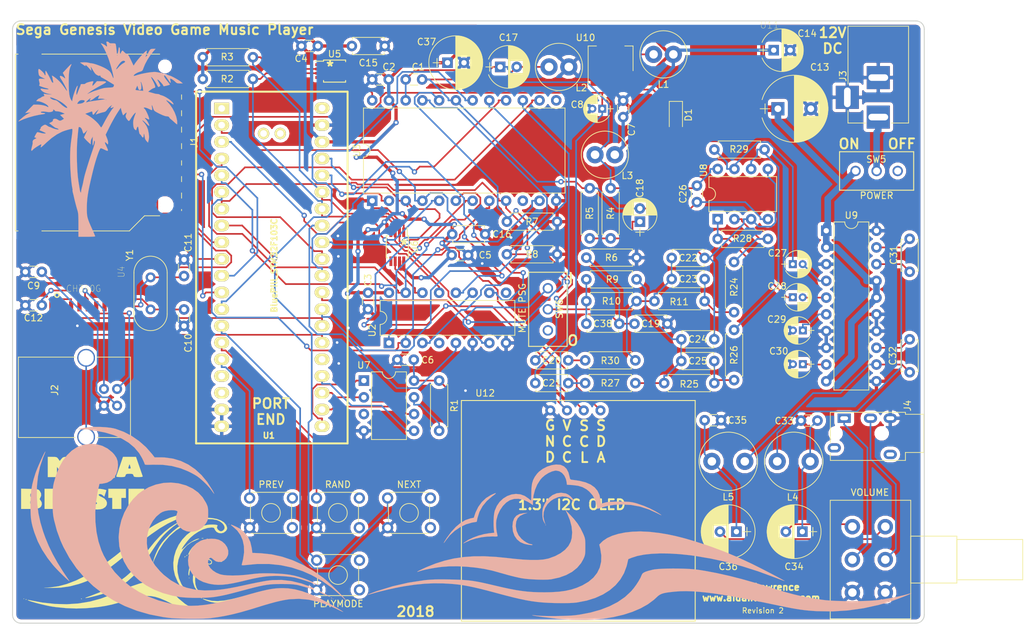
<source format=kicad_pcb>
(kicad_pcb (version 20171130) (host pcbnew "(5.0.0-rc2-dev-493-gd776eaca8)")
  (layers (0 F.Cu signal) (31 B.Cu signal) (34 B.Paste user) (35 F.Paste user) (36 B.SilkS user) (37 F.SilkS user) (38 B.Mask user) (39 F.Mask user) (44 Edge.Cuts user))
  (net 0 "")
  (net 1 AGND)
  (net 2 AVCC)
  (net 3 +5V)
  (net 4 GND)
  (net 5 +3V3)
  (net 6 "Net-(C9-Pad1)")
  (net 7 "Net-(C10-Pad1)")
  (net 8 "Net-(C11-Pad1)")
  (net 9 "Net-(C12-Pad1)")
  (net 10 +12V)
  (net 11 AVCC_DIV2)
  (net 12 "Net-(C19-Pad1)")
  (net 13 MOR)
  (net 14 "Net-(C20-Pad2)")
  (net 15 MOL)
  (net 16 "Net-(C21-Pad2)")
  (net 17 "Net-(C22-Pad2)")
  (net 18 "Net-(C23-Pad1)")
  (net 19 "Net-(C24-Pad2)")
  (net 20 "Net-(C25-Pad1)")
  (net 21 "Net-(C27-Pad2)")
  (net 22 PRE_L)
  (net 23 PRE_R)
  (net 24 "Net-(C28-Pad2)")
  (net 25 "Net-(C29-Pad1)")
  (net 26 "Net-(C30-Pad1)")
  (net 27 "Net-(C31-Pad1)")
  (net 28 "Net-(C31-Pad2)")
  (net 29 "Net-(C32-Pad1)")
  (net 30 "Net-(C32-Pad2)")
  (net 31 "Net-(C33-Pad2)")
  (net 32 L_OUT)
  (net 33 R_OUT)
  (net 34 "Net-(D1-Pad1)")
  (net 35 SD_CS)
  (net 36 SD_MOSI)
  (net 37 SD_SCK)
  (net 38 SD_MISO)
  (net 39 "Net-(J1-Pad8)")
  (net 40 "Net-(J1-Pad9)")
  (net 41 "Net-(J1-Pad10)")
  (net 42 "Net-(J1-Pad11)")
  (net 43 "Net-(J1-Pad12)")
  (net 44 "Net-(J2-Pad5)")
  (net 45 "Net-(J2-Pad3)")
  (net 46 "Net-(J2-Pad2)")
  (net 47 "Net-(J3-Pad1)")
  (net 48 "Net-(J4-Pad5)")
  (net 49 "Net-(R1-Pad2)")
  (net 50 I2C_SCL)
  (net 51 "Net-(R24-Pad1)")
  (net 52 "Net-(R26-Pad1)")
  (net 53 PREV)
  (net 54 "Net-(SW1-Pad2)")
  (net 55 "Net-(SW1-Pad4)")
  (net 56 "Net-(SW2-Pad4)")
  (net 57 "Net-(SW2-Pad2)")
  (net 58 RAND)
  (net 59 NEXT)
  (net 60 "Net-(SW3-Pad2)")
  (net 61 "Net-(SW3-Pad4)")
  (net 62 "Net-(SW4-Pad4)")
  (net 63 "Net-(SW4-Pad2)")
  (net 64 OPTION)
  (net 65 SN_OUT)
  (net 66 "Net-(U1-Pad1)")
  (net 67 D2)
  (net 68 D3)
  (net 69 D4)
  (net 70 D5)
  (net 71 D6)
  (net 72 D7)
  (net 73 YM_A1)
  (net 74 "Net-(U1-Pad17)")
  (net 75 "Net-(U1-Pad18)")
  (net 76 RAM_CS)
  (net 77 RAM_SCK)
  (net 78 RAM_MISO)
  (net 79 RAM_MOSI)
  (net 80 "Net-(U1-Pad25)")
  (net 81 TX)
  (net 82 RX)
  (net 83 YM_A0)
  (net 84 YM_WR)
  (net 85 YM_RD)
  (net 86 YM_CS)
  (net 87 YM_IC)
  (net 88 SN_WE)
  (net 89 D0)
  (net 90 D1)
  (net 91 "Net-(U1-Pad40)")
  (net 92 "Net-(U1-Pad41)")
  (net 93 "Net-(U1-Pad42)")
  (net 94 SN_CLK)
  (net 95 "Net-(U2-Pad4)")
  (net 96 "Net-(U2-Pad9)")
  (net 97 YM_CLK)
  (net 98 "Net-(U3-Pad10)")
  (net 99 "Net-(U3-Pad13)")
  (net 100 "Net-(U4-Pad13)")
  (net 101 "Net-(U4-Pad14)")
  (net 102 "Net-(U4-Pad12)")
  (net 103 "Net-(U4-Pad11)")
  (net 104 "Net-(U4-Pad9)")
  (net 105 "Net-(U4-Pad10)")
  (net 106 "Net-(U4-Pad15)")
  (net 107 "Net-(U5-Pad5)")
  (net 108 "Net-(U6-Pad5)")
  (net 109 "Net-(U7-Pad3)")
  (net 110 "Net-(J4-Pad3)")
  (net 111 "Net-(J4-Pad2)")
  (net 112 I2C_SDA)
  (net 113 "Net-(C35-Pad1)")
  (net 114 "Net-(C38-Pad1)")
  (net 115 "Net-(SW6-Pad3)")
  (module Diodes_SMD:D_SOD-123F (layer F.Cu) (at 159.766 44.2595 270)
    (fp_text reference D1 (at -0.127 -1.905 270) (layer F.SilkS))
    (fp_text value SS34FACT-ND)
    (pad 1 smd rect (at -1.4 0 270) (size 1.1 1.1) (layers F.Cu F.Paste F.Mask) (net 34 "Net-(D1-Pad1)"))
    (pad 2 smd rect (at 1.4 0 270) (size 1.1 1.1) (layers F.Cu F.Paste F.Mask) (net 4 GND))
  )
  (module Capacitors_THT:C_Disc_D4.7mm_W2.5mm_P5.00mm (layer F.Cu) (at 195.262 83.185 90)
    (fp_text reference C32 (at 2.5 -2.56 90) (layer F.SilkS))
    (fp_text value 0.22uF)
    (pad 1 thru_hole circle (at 0 0 90) (size 1.6 1.6) (drill 0.8) (layers *.Cu *.Mask) (net 29 "Net-(C32-Pad1)"))
    (pad 2 thru_hole circle (at 5 0 90) (size 1.6 1.6) (drill 0.8) (layers *.Cu *.Mask) (net 30 "Net-(C32-Pad2)"))
  )
  (module Capacitors_THT:C_Disc_D4.7mm_W2.5mm_P5.00mm (layer F.Cu) (at 195.262 62.9285 270)
    (fp_text reference C31 (at 2.4765 2.413 270) (layer F.SilkS))
    (fp_text value 0.22uF)
    (pad 1 thru_hole circle (at 0 0 270) (size 1.6 1.6) (drill 0.8) (layers *.Cu *.Mask) (net 27 "Net-(C31-Pad1)"))
    (pad 2 thru_hole circle (at 5 0 270) (size 1.6 1.6) (drill 0.8) (layers *.Cu *.Mask) (net 28 "Net-(C31-Pad2)"))
  )
  (module Capacitors_THT:C_Disc_D4.7mm_W2.5mm_P5.00mm (layer F.Cu) (at 153.48 75.819)
    (fp_text reference C19 (at 2.4765 0) (layer F.SilkS))
    (fp_text value 220pF)
    (pad 1 thru_hole circle (at 0 0) (size 1.6 1.6) (drill 0.8) (layers *.Cu *.Mask) (net 12 "Net-(C19-Pad1)"))
    (pad 2 thru_hole circle (at 5 0) (size 1.6 1.6) (drill 0.8) (layers *.Cu *.Mask) (net 4 GND))
  )
  (module Capacitors_THT:C_Disc_D3.0mm_W1.6mm_P2.50mm (layer F.Cu) (at 113.03 71.12 270)
    (fp_text reference C3 (at -1.905 0 270) (layer F.SilkS))
    (fp_text value 100nF)
    (pad 1 thru_hole circle (at 0 0 270) (size 1.6 1.6) (drill 0.8) (layers *.Cu *.Mask) (net 3 +5V))
    (pad 2 thru_hole circle (at 2.5 0 270) (size 1.6 1.6) (drill 0.8) (layers *.Cu *.Mask) (net 4 GND))
  )
  (module Capacitors_THT:C_Disc_D3.0mm_W1.6mm_P2.50mm (layer F.Cu) (at 118.745 38.735)
    (fp_text reference C1 (at 1.905 -1.905) (layer F.SilkS))
    (fp_text value 100nF)
    (pad 1 thru_hole circle (at 0 0) (size 1.6 1.6) (drill 0.8) (layers *.Cu *.Mask) (net 2 AVCC))
    (pad 2 thru_hole circle (at 2.5 0) (size 1.6 1.6) (drill 0.8) (layers *.Cu *.Mask) (net 1 AGND))
  )
  (module Capacitors_THT:C_Disc_D3.0mm_W1.6mm_P2.50mm (layer F.Cu) (at 113.665 38.735)
    (fp_text reference C2 (at 2.54 -1.905) (layer F.SilkS))
    (fp_text value 100nF)
    (pad 1 thru_hole circle (at 0 0) (size 1.6 1.6) (drill 0.8) (layers *.Cu *.Mask) (net 4 GND))
    (pad 2 thru_hole circle (at 2.5 0) (size 1.6 1.6) (drill 0.8) (layers *.Cu *.Mask) (net 3 +5V))
  )
  (module Capacitors_THT:C_Disc_D3.0mm_W1.6mm_P2.50mm (layer F.Cu) (at 105.41 33.655 180)
    (fp_text reference C4 (at 2.54 -1.905 180) (layer F.SilkS))
    (fp_text value 10nF)
    (pad 1 thru_hole circle (at 0 0 180) (size 1.6 1.6) (drill 0.8) (layers *.Cu *.Mask) (net 3 +5V))
    (pad 2 thru_hole circle (at 2.5 0 180) (size 1.6 1.6) (drill 0.8) (layers *.Cu *.Mask) (net 4 GND))
  )
  (module Capacitors_THT:C_Disc_D3.0mm_W1.6mm_P2.50mm (layer F.Cu) (at 125.73 65.405)
    (fp_text reference C5 (at 5.08 0) (layer F.SilkS))
    (fp_text value 10nF)
    (pad 1 thru_hole circle (at 0 0) (size 1.6 1.6) (drill 0.8) (layers *.Cu *.Mask) (net 3 +5V))
    (pad 2 thru_hole circle (at 2.5 0) (size 1.6 1.6) (drill 0.8) (layers *.Cu *.Mask) (net 4 GND))
  )
  (module Capacitors_THT:C_Disc_D3.0mm_W1.6mm_P2.50mm (layer F.Cu) (at 117.475 81.28)
    (fp_text reference C6 (at 4.5974 0.0508) (layer F.SilkS))
    (fp_text value 100nF)
    (pad 1 thru_hole circle (at 0 0) (size 1.6 1.6) (drill 0.8) (layers *.Cu *.Mask) (net 4 GND))
    (pad 2 thru_hole circle (at 2.5 0) (size 1.6 1.6) (drill 0.8) (layers *.Cu *.Mask) (net 5 +3V3))
  )
  (module Capacitors_THT:C_Disc_D3.0mm_W1.6mm_P2.50mm (layer F.Cu) (at 151.765 44.45 90)
    (fp_text reference C7 (at -1.905 1.27 90) (layer F.SilkS))
    (fp_text value 100nF)
    (pad 1 thru_hole circle (at 0 0 90) (size 1.6 1.6) (drill 0.8) (layers *.Cu *.Mask) (net 3 +5V))
    (pad 2 thru_hole circle (at 2.5 0 90) (size 1.6 1.6) (drill 0.8) (layers *.Cu *.Mask) (net 4 GND))
  )
  (module Capacitors_THT:C_Disc_D3.0mm_W1.6mm_P2.50mm (layer F.Cu) (at 63.5 67.945 180)
    (fp_text reference C9 (at 1.25 -2.11 180) (layer F.SilkS))
    (fp_text value 100nF)
    (pad 1 thru_hole circle (at 0 0 180) (size 1.6 1.6) (drill 0.8) (layers *.Cu *.Mask) (net 6 "Net-(C9-Pad1)"))
    (pad 2 thru_hole circle (at 2.5 0 180) (size 1.6 1.6) (drill 0.8) (layers *.Cu *.Mask) (net 4 GND))
  )
  (module Capacitors_THT:C_Disc_D3.0mm_W1.6mm_P2.50mm (layer F.Cu) (at 85.09 73.66 270)
    (fp_text reference C10 (at 5.08 -0.635 270) (layer F.SilkS))
    (fp_text value 22pF)
    (pad 1 thru_hole circle (at 0 0 270) (size 1.6 1.6) (drill 0.8) (layers *.Cu *.Mask) (net 7 "Net-(C10-Pad1)"))
    (pad 2 thru_hole circle (at 2.5 0 270) (size 1.6 1.6) (drill 0.8) (layers *.Cu *.Mask) (net 4 GND))
  )
  (module Capacitors_THT:C_Disc_D3.0mm_W1.6mm_P2.50mm (layer F.Cu) (at 85.09 68.58 90)
    (fp_text reference C11 (at 5.08 0.635 90) (layer F.SilkS))
    (fp_text value 22pF)
    (pad 1 thru_hole circle (at 0 0 90) (size 1.6 1.6) (drill 0.8) (layers *.Cu *.Mask) (net 8 "Net-(C11-Pad1)"))
    (pad 2 thru_hole circle (at 2.5 0 90) (size 1.6 1.6) (drill 0.8) (layers *.Cu *.Mask) (net 4 GND))
  )
  (module Capacitors_THT:C_Disc_D3.0mm_W1.6mm_P2.50mm (layer F.Cu) (at 63.5 73.025 180)
    (fp_text reference C12 (at 1.27 -1.905 180) (layer F.SilkS))
    (fp_text value 100nF)
    (pad 1 thru_hole circle (at 0 0 180) (size 1.6 1.6) (drill 0.8) (layers *.Cu *.Mask) (net 9 "Net-(C12-Pad1)"))
    (pad 2 thru_hole circle (at 2.5 0 180) (size 1.6 1.6) (drill 0.8) (layers *.Cu *.Mask) (net 4 GND))
  )
  (module Capacitors_THT:C_Disc_D3.0mm_W1.6mm_P2.50mm (layer F.Cu) (at 162.966 57.3532 90)
    (fp_text reference C26 (at 1.25 -2.11 90) (layer F.SilkS))
    (fp_text value 100nF)
    (pad 1 thru_hole circle (at 0 0 90) (size 1.6 1.6) (drill 0.8) (layers *.Cu *.Mask) (net 1 AGND))
    (pad 2 thru_hole circle (at 2.5 0 90) (size 1.6 1.6) (drill 0.8) (layers *.Cu *.Mask) (net 2 AVCC))
  )
  (module Capacitors_THT:C_Disc_D3.0mm_W1.6mm_P2.50mm (layer F.Cu) (at 178.765 90.5256)
    (fp_text reference C33 (at -2.54 0.0508) (layer F.SilkS))
    (fp_text value 68nF)
    (pad 1 thru_hole circle (at 0 0) (size 1.6 1.6) (drill 0.8) (layers *.Cu *.Mask) (net 4 GND))
    (pad 2 thru_hole circle (at 2.5 0) (size 1.6 1.6) (drill 0.8) (layers *.Cu *.Mask) (net 31 "Net-(C33-Pad2)"))
  )
  (module Capacitors_THT:C_Disc_D3.0mm_W1.6mm_P2.50mm (layer F.Cu) (at 164.135 90.4748)
    (fp_text reference C35 (at 4.9784 0) (layer F.SilkS))
    (fp_text value 68nF)
    (pad 1 thru_hole circle (at 0 0) (size 1.6 1.6) (drill 0.8) (layers *.Cu *.Mask) (net 113 "Net-(C35-Pad1)"))
    (pad 2 thru_hole circle (at 2.5 0) (size 1.6 1.6) (drill 0.8) (layers *.Cu *.Mask) (net 4 GND))
  )
  (module Capacitors_THT:CP_Radial_D4.0mm_P1.50mm (layer F.Cu) (at 148.59 43.18 180)
    (fp_text reference C8 (at 3.81 0.635 180) (layer F.SilkS))
    (fp_text value 10uF)
    (pad 1 thru_hole rect (at 0 0 180) (size 1.2 1.2) (drill 0.6) (layers *.Cu *.Mask) (net 5 +3V3))
    (pad 2 thru_hole circle (at 1.5 0 180) (size 1.2 1.2) (drill 0.6) (layers *.Cu *.Mask) (net 4 GND))
  )
  (module Capacitors_THT:CP_Radial_D10.0mm_P5.00mm (layer F.Cu) (at 175.26 43.18)
    (fp_text reference C13 (at 6.35 -6.31) (layer F.SilkS))
    (fp_text value 680uF)
    (pad 1 thru_hole rect (at 0 0) (size 2 2) (drill 1) (layers *.Cu *.Mask) (net 10 +12V))
    (pad 2 thru_hole circle (at 5 0) (size 2 2) (drill 1) (layers *.Cu *.Mask) (net 4 GND))
  )
  (module Capacitors_THT:CP_Radial_D6.3mm_P2.50mm (layer F.Cu) (at 174.625 34.29)
    (fp_text reference C14 (at 5.08 -2.54) (layer F.SilkS))
    (fp_text value 220uF)
    (pad 1 thru_hole rect (at 0 0) (size 1.6 1.6) (drill 0.8) (layers *.Cu *.Mask) (net 3 +5V))
    (pad 2 thru_hole circle (at 2.5 0) (size 1.6 1.6) (drill 0.8) (layers *.Cu *.Mask) (net 4 GND))
  )
  (module Capacitors_THT:C_Disc_D4.7mm_W2.5mm_P5.00mm (layer F.Cu) (at 115.57 33.655 180)
    (fp_text reference C15 (at 2.5 -2.56 180) (layer F.SilkS))
    (fp_text value 1uF)
    (pad 1 thru_hole circle (at 0 0 180) (size 1.6 1.6) (drill 0.8) (layers *.Cu *.Mask) (net 4 GND))
    (pad 2 thru_hole circle (at 5 0 180) (size 1.6 1.6) (drill 0.8) (layers *.Cu *.Mask) (net 3 +5V))
  )
  (module Capacitors_THT:C_Disc_D4.7mm_W2.5mm_P5.00mm (layer F.Cu) (at 130.81 62.23 180)
    (fp_text reference C16 (at -2.54 0 180) (layer F.SilkS))
    (fp_text value 1uF)
    (pad 1 thru_hole circle (at 0 0 180) (size 1.6 1.6) (drill 0.8) (layers *.Cu *.Mask) (net 4 GND))
    (pad 2 thru_hole circle (at 5 0 180) (size 1.6 1.6) (drill 0.8) (layers *.Cu *.Mask) (net 3 +5V))
  )
  (module Capacitors_THT:CP_Radial_D6.3mm_P2.50mm (layer F.Cu) (at 133.096 36.83)
    (fp_text reference C17 (at 1.25 -4.46) (layer F.SilkS))
    (fp_text value 68uF)
    (pad 1 thru_hole rect (at 0 0) (size 1.6 1.6) (drill 0.8) (layers *.Cu *.Mask) (net 2 AVCC))
    (pad 2 thru_hole circle (at 2.5 0) (size 1.6 1.6) (drill 0.8) (layers *.Cu *.Mask) (net 1 AGND))
  )
  (module Capacitors_THT:CP_Radial_D5.0mm_P2.00mm (layer F.Cu) (at 154.305 60.325 90)
    (fp_text reference C18 (at 5.08 0 90) (layer F.SilkS))
    (fp_text value 100uF)
    (pad 1 thru_hole rect (at 0 0 90) (size 1.6 1.6) (drill 0.8) (layers *.Cu *.Mask) (net 11 AVCC_DIV2))
    (pad 2 thru_hole circle (at 2 0 90) (size 1.6 1.6) (drill 0.8) (layers *.Cu *.Mask) (net 1 AGND))
  )
  (module Capacitors_THT:C_Disc_D4.7mm_W2.5mm_P5.00mm (layer F.Cu) (at 138.43 81.3816)
    (fp_text reference C20 (at 2.4892 0) (layer F.SilkS))
    (fp_text value 10uF)
    (pad 1 thru_hole circle (at 0 0) (size 1.6 1.6) (drill 0.8) (layers *.Cu *.Mask) (net 13 MOR))
    (pad 2 thru_hole circle (at 5 0) (size 1.6 1.6) (drill 0.8) (layers *.Cu *.Mask) (net 14 "Net-(C20-Pad2)"))
  )
  (module Capacitors_THT:C_Disc_D4.7mm_W2.5mm_P5.00mm (layer F.Cu) (at 138.43 84.836)
    (fp_text reference C21 (at 2.484599 -0.0045) (layer F.SilkS))
    (fp_text value 10uF)
    (pad 1 thru_hole circle (at 0 0) (size 1.6 1.6) (drill 0.8) (layers *.Cu *.Mask) (net 15 MOL))
    (pad 2 thru_hole circle (at 5 0) (size 1.6 1.6) (drill 0.8) (layers *.Cu *.Mask) (net 16 "Net-(C21-Pad2)"))
  )
  (module Capacitors_THT:C_Disc_D4.7mm_W2.5mm_P5.00mm (layer F.Cu) (at 164.135 65.8368 180)
    (fp_text reference C22 (at 2.4892 0 180) (layer F.SilkS))
    (fp_text value 5.6nF)
    (pad 1 thru_hole circle (at 0 0 180) (size 1.6 1.6) (drill 0.8) (layers *.Cu *.Mask) (net 11 AVCC_DIV2))
    (pad 2 thru_hole circle (at 5 0 180) (size 1.6 1.6) (drill 0.8) (layers *.Cu *.Mask) (net 17 "Net-(C22-Pad2)"))
  )
  (module Capacitors_THT:C_Disc_D4.7mm_W2.5mm_P5.00mm (layer F.Cu) (at 164.135 69.0372 180)
    (fp_text reference C23 (at 2.4892 0 180) (layer F.SilkS))
    (fp_text value 5.6nF)
    (pad 1 thru_hole circle (at 0 0 180) (size 1.6 1.6) (drill 0.8) (layers *.Cu *.Mask) (net 18 "Net-(C23-Pad1)"))
    (pad 2 thru_hole circle (at 5 0 180) (size 1.6 1.6) (drill 0.8) (layers *.Cu *.Mask) (net 17 "Net-(C22-Pad2)"))
  )
  (module Capacitors_THT:C_Disc_D4.7mm_W2.5mm_P5.00mm (layer F.Cu) (at 165.596 78.1812 180)
    (fp_text reference C24 (at 2.5 0 180) (layer F.SilkS))
    (fp_text value 5.6nF)
    (pad 1 thru_hole circle (at 0 0 180) (size 1.6 1.6) (drill 0.8) (layers *.Cu *.Mask) (net 11 AVCC_DIV2))
    (pad 2 thru_hole circle (at 5 0 180) (size 1.6 1.6) (drill 0.8) (layers *.Cu *.Mask) (net 19 "Net-(C24-Pad2)"))
  )
  (module Capacitors_THT:C_Disc_D4.7mm_W2.5mm_P5.00mm (layer F.Cu) (at 165.596 81.4832 180)
    (fp_text reference C25 (at 2.5 0 180) (layer F.SilkS))
    (fp_text value 5.6nF)
    (pad 1 thru_hole circle (at 0 0 180) (size 1.6 1.6) (drill 0.8) (layers *.Cu *.Mask) (net 20 "Net-(C25-Pad1)"))
    (pad 2 thru_hole circle (at 5 0 180) (size 1.6 1.6) (drill 0.8) (layers *.Cu *.Mask) (net 19 "Net-(C24-Pad2)"))
  )
  (module Capacitors_THT:CP_Radial_D4.0mm_P1.50mm (layer F.Cu) (at 177.521 66.7766)
    (fp_text reference C27 (at -2.3368 -1.6764) (layer F.SilkS))
    (fp_text value 1uF)
    (pad 1 thru_hole rect (at 0 0) (size 1.2 1.2) (drill 0.6) (layers *.Cu *.Mask) (net 22 PRE_L))
    (pad 2 thru_hole circle (at 1.5 0) (size 1.2 1.2) (drill 0.6) (layers *.Cu *.Mask) (net 21 "Net-(C27-Pad2)"))
  )
  (module Capacitors_THT:CP_Radial_D4.0mm_P1.50mm (layer F.Cu) (at 177.521 71.8058)
    (fp_text reference C28 (at -2.3876 -1.6764) (layer F.SilkS))
    (fp_text value 1uF)
    (pad 1 thru_hole rect (at 0 0) (size 1.2 1.2) (drill 0.6) (layers *.Cu *.Mask) (net 23 PRE_R))
    (pad 2 thru_hole circle (at 1.5 0) (size 1.2 1.2) (drill 0.6) (layers *.Cu *.Mask) (net 24 "Net-(C28-Pad2)"))
  )
  (module Capacitors_THT:CP_Radial_D4.0mm_P1.50mm (layer F.Cu) (at 179.045 76.835 180)
    (fp_text reference C29 (at 3.9624 1.6764 180) (layer F.SilkS))
    (fp_text value 1uF)
    (pad 1 thru_hole rect (at 0 0 180) (size 1.2 1.2) (drill 0.6) (layers *.Cu *.Mask) (net 25 "Net-(C29-Pad1)"))
    (pad 2 thru_hole circle (at 1.5 0 180) (size 1.2 1.2) (drill 0.6) (layers *.Cu *.Mask) (net 4 GND))
  )
  (module Capacitors_THT:CP_Radial_D4.0mm_P1.50mm (layer F.Cu) (at 179.045 81.9658 180)
    (fp_text reference C30 (at 3.6576 1.9812 180) (layer F.SilkS))
    (fp_text value 1uF)
    (pad 1 thru_hole rect (at 0 0 180) (size 1.2 1.2) (drill 0.6) (layers *.Cu *.Mask) (net 26 "Net-(C30-Pad1)"))
    (pad 2 thru_hole circle (at 1.5 0 180) (size 1.2 1.2) (drill 0.6) (layers *.Cu *.Mask) (net 4 GND))
  )
  (module Capacitors_THT:CP_Radial_D8.0mm_P2.50mm (layer F.Cu) (at 178.968 107.391 180)
    (fp_text reference C34 (at 1.25 -5.31 180) (layer F.SilkS))
    (fp_text value 1000uF)
    (pad 1 thru_hole rect (at 0 0 180) (size 1.6 1.6) (drill 0.8) (layers *.Cu *.Mask) (net 31 "Net-(C33-Pad2)"))
    (pad 2 thru_hole circle (at 2.5 0 180) (size 1.6 1.6) (drill 0.8) (layers *.Cu *.Mask) (net 32 L_OUT))
  )
  (module Capacitors_THT:CP_Radial_D8.0mm_P2.50mm (layer F.Cu) (at 168.961 107.391 180)
    (fp_text reference C36 (at 1.25 -5.31 180) (layer F.SilkS))
    (fp_text value 1000uF)
    (pad 1 thru_hole rect (at 0 0 180) (size 1.6 1.6) (drill 0.8) (layers *.Cu *.Mask) (net 113 "Net-(C35-Pad1)"))
    (pad 2 thru_hole circle (at 2.5 0 180) (size 1.6 1.6) (drill 0.8) (layers *.Cu *.Mask) (net 33 R_OUT))
  )
  (module Capacitors_THT:CP_Radial_D8.0mm_P2.50mm (layer F.Cu) (at 125.095 36.195)
    (fp_text reference C37 (at -3.175 -3.175) (layer F.SilkS))
    (fp_text value 1000uF)
    (pad 1 thru_hole rect (at 0 0) (size 1.6 1.6) (drill 0.8) (layers *.Cu *.Mask) (net 3 +5V))
    (pad 2 thru_hole circle (at 2.5 0) (size 1.6 1.6) (drill 0.8) (layers *.Cu *.Mask) (net 4 GND))
  )
  (module Connector_Card:SD_TE_2041021 (layer F.Cu) (at 73.025 48.26 270)
    (fp_text reference J1 (at 0 -13.6 270) (layer F.SilkS))
    (fp_text value SD_Card)
    (pad 12 smd rect (at -13.65 -10.175 270) (size 1.5 2.8) (layers F.Cu F.Paste F.Mask) (net 43 "Net-(J1-Pad12)"))
    (pad 12 smd rect (at -13.65 11.325 270) (size 1.5 2.8) (layers F.Cu F.Paste F.Mask) (net 43 "Net-(J1-Pad12)"))
    (pad 12 smd rect (at 13.65 11.325 270) (size 1.5 2.8) (layers F.Cu F.Paste F.Mask) (net 43 "Net-(J1-Pad12)"))
    (pad 12 smd rect (at 11.45 -10.175 270) (size 1.5 2.8) (layers F.Cu F.Paste F.Mask) (net 43 "Net-(J1-Pad12)"))
    (pad "" np_thru_hole circle (at -11.5 -9.175 270) (size 1.1 1.1) (drill 1.1) (layers *.Cu *.Mask))
    (pad "" np_thru_hole circle (at 9.5 -9.175 270) (size 1.6 1.6) (drill 1.6) (layers *.Cu *.Mask))
    (pad 11 smd rect (at -12.255 -11.975 270) (size 0.7 1.5) (layers F.Cu F.Paste F.Mask) (net 42 "Net-(J1-Pad11)"))
    (pad 10 smd rect (at -11.055 -11.975 270) (size 0.7 1.5) (layers F.Cu F.Paste F.Mask) (net 41 "Net-(J1-Pad10)"))
    (pad 9 smd rect (at 9.375 -11.975 270) (size 1 1.5) (layers F.Cu F.Paste F.Mask) (net 40 "Net-(J1-Pad9)"))
    (pad 8 smd rect (at -9.755 -11.975 270) (size 1 1.5) (layers F.Cu F.Paste F.Mask) (net 39 "Net-(J1-Pad8)"))
    (pad 7 smd rect (at -8.055 -11.975 270) (size 1 1.5) (layers F.Cu F.Paste F.Mask) (net 38 SD_MISO))
    (pad 6 smd rect (at -5.625 -11.975 270) (size 1 1.5) (layers F.Cu F.Paste F.Mask) (net 4 GND))
    (pad 5 smd rect (at -3.125 -11.975 270) (size 1 1.5) (layers F.Cu F.Paste F.Mask) (net 37 SD_SCK))
    (pad 4 smd rect (at -0.625 -11.975 270) (size 1 1.5) (layers F.Cu F.Paste F.Mask) (net 5 +3V3))
    (pad 3 smd rect (at 1.875 -11.975 270) (size 1 1.5) (layers F.Cu F.Paste F.Mask) (net 4 GND))
    (pad 2 smd rect (at 4.375 -11.975 270) (size 1 1.5) (layers F.Cu F.Paste F.Mask) (net 36 SD_MOSI))
    (pad 1 smd rect (at 6.875 -11.975 270) (size 1 1.5) (layers F.Cu F.Paste F.Mask) (net 35 SD_CS))
  )
  (module Connectors:USB_B (layer F.Cu) (at 74.93 88.265 180)
    (fp_text reference J2 (at 9.469999 2.364999 270) (layer F.SilkS))
    (fp_text value USB_B)
    (pad 2 thru_hole circle (at 0 2.54 90) (size 1.52 1.52) (drill 0.81) (layers *.Cu *.Mask) (net 46 "Net-(J2-Pad2)"))
    (pad 1 thru_hole circle (at 0 0 90) (size 1.52 1.52) (drill 0.81) (layers *.Cu *.Mask) (net 6 "Net-(C9-Pad1)"))
    (pad 4 thru_hole circle (at 2 0 90) (size 1.52 1.52) (drill 0.81) (layers *.Cu *.Mask) (net 4 GND))
    (pad 3 thru_hole circle (at 2 2.54 90) (size 1.52 1.52) (drill 0.81) (layers *.Cu *.Mask) (net 45 "Net-(J2-Pad3)"))
    (pad 5 thru_hole circle (at 4.7 7.27 90) (size 2.7 2.7) (drill 2.3) (layers *.Cu *.Mask) (net 44 "Net-(J2-Pad5)"))
    (pad 5 thru_hole circle (at 4.7 -4.73 90) (size 2.7 2.7) (drill 2.3) (layers *.Cu *.Mask) (net 44 "Net-(J2-Pad5)"))
  )
  (module Connectors:BARREL_JACK (layer F.Cu) (at 190.5 44.45 270)
    (fp_text reference J3 (at -6.223 5.3594 90) (layer F.SilkS))
    (fp_text value Barrel_Jack)
    (pad 1 thru_hole rect (at 0 0 270) (size 3.5 3.5) (drill oval 1 3) (layers *.Cu *.Mask) (net 47 "Net-(J3-Pad1)"))
    (pad 2 thru_hole rect (at -6 0 270) (size 3.5 3.5) (drill oval 1 3) (layers *.Cu *.Mask) (net 4 GND))
    (pad 3 thru_hole rect (at -3 4.7 270) (size 3.5 3.5) (drill oval 3 1) (layers *.Cu *.Mask) (net 4 GND))
  )
  (module Connectors:PJ320E_3.5mm_Jack (layer F.Cu) (at 185.318 90.17 270)
    (fp_text reference J4 (at -1.905 -9.6266 270) (layer F.SilkS))
    (fp_text value AMP_OUT)
    (pad 5 thru_hole oval (at 5.5 -7 180) (size 2 1.4) (drill oval 1.2 0.6) (layers *.Cu *.Mask) (net 48 "Net-(J4-Pad5)"))
    (pad 4 thru_hole oval (at 4.5 1.5 180) (size 2 1.4) (drill oval 1.2 0.6) (layers *.Cu *.Mask))
    (pad 1 thru_hole rect (at 0 0 180) (size 2 1.4) (drill oval 1.2 0.6) (layers *.Cu *.Mask) (net 111 "Net-(J4-Pad2)"))
    (pad 2 thru_hole oval (at 0 -4 180) (size 2 1.4) (drill oval 1.2 0.6) (layers *.Cu *.Mask) (net 110 "Net-(J4-Pad3)"))
    (pad 3 thru_hole oval (at 0 -7 180) (size 2 1.4) (drill oval 1.2 0.6) (layers *.Cu *.Mask) (net 4 GND))
    (pad "" np_thru_hole circle (at 2.3 -5.7 180) (size 1.2 1.2) (drill 1.2) (layers *.Cu *.Mask))
    (pad "" np_thru_hole circle (at 2.3 1.3 180) (size 1.2 1.2) (drill 1.2) (layers *.Cu *.Mask))
  )
  (module Inductors_THT:L_Radial_D7.0mm_P3.00mm (layer F.Cu) (at 159.385 34.925 180)
    (fp_text reference L1 (at 1.5 -4.56 180) (layer F.SilkS))
    (fp_text value 33uH)
    (pad 1 thru_hole circle (at 0 0 180) (size 2.6 2.6) (drill 1.3) (layers *.Cu *.Mask) (net 3 +5V))
    (pad 2 thru_hole circle (at 3 0 180) (size 2.6 2.6) (drill 1.3) (layers *.Cu *.Mask) (net 34 "Net-(D1-Pad1)"))
  )
  (module Inductors_THT:L_Radial_D7.0mm_P3.00mm (layer F.Cu) (at 143.51 36.83 180)
    (fp_text reference L2 (at -1.905 -3.175 180) (layer F.SilkS))
    (fp_text value 33uH)
    (pad 1 thru_hole circle (at 0 0 180) (size 2.6 2.6) (drill 1.3) (layers *.Cu *.Mask) (net 4 GND))
    (pad 2 thru_hole circle (at 3 0 180) (size 2.6 2.6) (drill 1.3) (layers *.Cu *.Mask) (net 1 AGND))
  )
  (module Inductors_THT:L_Radial_D7.0mm_P3.00mm (layer F.Cu) (at 150.495 50.165 180)
    (fp_text reference L3 (at -1.905 -3.175 180) (layer F.SilkS))
    (fp_text value 33uH)
    (pad 1 thru_hole circle (at 0 0 180) (size 2.6 2.6) (drill 1.3) (layers *.Cu *.Mask) (net 3 +5V))
    (pad 2 thru_hole circle (at 3 0 180) (size 2.6 2.6) (drill 1.3) (layers *.Cu *.Mask) (net 2 AVCC))
  )
  (module Inductors_THT:L_Radial_D8.7mm_P5.00mm_Fastron_07HCP (layer F.Cu) (at 175.158 96.7232)
    (fp_text reference L4 (at 2.3368 5.4356) (layer F.SilkS))
    (fp_text value 22uH)
    (pad 1 thru_hole circle (at 0 0) (size 2.6 2.6) (drill 1.3) (layers *.Cu *.Mask) (net 27 "Net-(C31-Pad1)"))
    (pad 2 thru_hole circle (at 5 0) (size 2.6 2.6) (drill 1.3) (layers *.Cu *.Mask) (net 31 "Net-(C33-Pad2)"))
  )
  (module Inductors_THT:L_Radial_D8.7mm_P5.00mm_Fastron_07HCP (layer F.Cu) (at 170.231 96.7232 180)
    (fp_text reference L5 (at 2.5 -5.41 180) (layer F.SilkS))
    (fp_text value 22uH)
    (pad 1 thru_hole circle (at 0 0 180) (size 2.6 2.6) (drill 1.3) (layers *.Cu *.Mask) (net 29 "Net-(C32-Pad1)"))
    (pad 2 thru_hole circle (at 5 0 180) (size 2.6 2.6) (drill 1.3) (layers *.Cu *.Mask) (net 113 "Net-(C35-Pad1)"))
  )
  (module Resistors_THT:R_Axial_DIN0207_L6.3mm_D2.5mm_P7.62mm_Horizontal (layer F.Cu) (at 123.825 84.455 270)
    (fp_text reference R1 (at 3.81 -2.31 270) (layer F.SilkS))
    (fp_text value 10k)
    (pad 1 thru_hole circle (at 0 0 270) (size 1.6 1.6) (drill 0.8) (layers *.Cu *.Mask) (net 5 +3V3))
    (pad 2 thru_hole oval (at 7.62 0 270) (size 1.6 1.6) (drill 0.8) (layers *.Cu *.Mask) (net 49 "Net-(R1-Pad2)"))
  )
  (module Resistors_THT:R_Axial_DIN0207_L6.3mm_D2.5mm_P7.62mm_Horizontal (layer F.Cu) (at 87.9348 38.6588)
    (fp_text reference R2 (at 3.7084 0) (layer F.SilkS))
    (fp_text value 4.7k)
    (pad 1 thru_hole circle (at 0 0) (size 1.6 1.6) (drill 0.8) (layers *.Cu *.Mask) (net 3 +5V))
    (pad 2 thru_hole oval (at 7.62 0) (size 1.6 1.6) (drill 0.8) (layers *.Cu *.Mask) (net 50 I2C_SCL))
  )
  (module Resistors_THT:R_Axial_DIN0207_L6.3mm_D2.5mm_P7.62mm_Horizontal (layer F.Cu) (at 87.9348 35.3568)
    (fp_text reference R3 (at 3.7084 -0.0508) (layer F.SilkS))
    (fp_text value 4.7k)
    (pad 1 thru_hole circle (at 0 0) (size 1.6 1.6) (drill 0.8) (layers *.Cu *.Mask) (net 3 +5V))
    (pad 2 thru_hole oval (at 7.62 0) (size 1.6 1.6) (drill 0.8) (layers *.Cu *.Mask) (net 112 I2C_SDA))
  )
  (module Resistors_THT:R_Axial_DIN0207_L6.3mm_D2.5mm_P7.62mm_Horizontal (layer F.Cu) (at 149.86 55.245 270)
    (fp_text reference R4 (at 3.81 0 270) (layer F.SilkS))
    (fp_text value 47k)
    (pad 1 thru_hole circle (at 0 0 270) (size 1.6 1.6) (drill 0.8) (layers *.Cu *.Mask) (net 2 AVCC))
    (pad 2 thru_hole oval (at 7.62 0 270) (size 1.6 1.6) (drill 0.8) (layers *.Cu *.Mask) (net 11 AVCC_DIV2))
  )
  (module Resistors_THT:R_Axial_DIN0207_L6.3mm_D2.5mm_P7.62mm_Horizontal (layer F.Cu) (at 146.685 62.865 90)
    (fp_text reference R5 (at 3.81 0 90) (layer F.SilkS))
    (fp_text value 47k)
    (pad 1 thru_hole circle (at 0 0 90) (size 1.6 1.6) (drill 0.8) (layers *.Cu *.Mask) (net 11 AVCC_DIV2))
    (pad 2 thru_hole oval (at 7.62 0 90) (size 1.6 1.6) (drill 0.8) (layers *.Cu *.Mask) (net 1 AGND))
  )
  (module Resistors_THT:R_Axial_DIN0207_L6.3mm_D2.5mm_P7.62mm_Horizontal (layer F.Cu) (at 146.177 65.786)
    (fp_text reference R6 (at 3.81 0) (layer F.SilkS))
    (fp_text value 2.2k)
    (pad 1 thru_hole circle (at 0 0) (size 1.6 1.6) (drill 0.8) (layers *.Cu *.Mask) (net 12 "Net-(C19-Pad1)"))
    (pad 2 thru_hole oval (at 7.62 0) (size 1.6 1.6) (drill 0.8) (layers *.Cu *.Mask) (net 4 GND))
  )
  (module Resistors_THT:R_Axial_DIN0207_L6.3mm_D2.5mm_P7.62mm_Horizontal (layer F.Cu) (at 134.112 60.325)
    (fp_text reference R7 (at 3.81 0) (layer F.SilkS))
    (fp_text value 2.2k)
    (pad 1 thru_hole circle (at 0 0) (size 1.6 1.6) (drill 0.8) (layers *.Cu *.Mask) (net 13 MOR))
    (pad 2 thru_hole oval (at 7.62 0) (size 1.6 1.6) (drill 0.8) (layers *.Cu *.Mask) (net 4 GND))
  )
  (module Resistors_THT:R_Axial_DIN0207_L6.3mm_D2.5mm_P7.62mm_Horizontal (layer F.Cu) (at 134.112 65.278)
    (fp_text reference R8 (at 3.81 0) (layer F.SilkS))
    (fp_text value 2.2k)
    (pad 1 thru_hole circle (at 0 0) (size 1.6 1.6) (drill 0.8) (layers *.Cu *.Mask) (net 15 MOL))
    (pad 2 thru_hole oval (at 7.62 0) (size 1.6 1.6) (drill 0.8) (layers *.Cu *.Mask) (net 4 GND))
  )
  (module Resistors_THT:R_Axial_DIN0207_L6.3mm_D2.5mm_P7.62mm_Horizontal (layer F.Cu) (at 153.797 69.088 180)
    (fp_text reference R9 (at 3.683 0 180) (layer F.SilkS))
    (fp_text value 51k)
    (pad 1 thru_hole circle (at 0 0 180) (size 1.6 1.6) (drill 0.8) (layers *.Cu *.Mask) (net 19 "Net-(C24-Pad2)"))
    (pad 2 thru_hole oval (at 7.62 0 180) (size 1.6 1.6) (drill 0.8) (layers *.Cu *.Mask) (net 114 "Net-(C38-Pad1)"))
  )
  (module Resistors_THT:R_Axial_DIN0207_L6.3mm_D2.5mm_P7.62mm_Horizontal (layer F.Cu) (at 153.797 72.39 180)
    (fp_text reference R10 (at 3.81 0 180) (layer F.SilkS))
    (fp_text value 51k)
    (pad 1 thru_hole circle (at 0 0 180) (size 1.6 1.6) (drill 0.8) (layers *.Cu *.Mask) (net 17 "Net-(C22-Pad2)"))
    (pad 2 thru_hole oval (at 7.62 0 180) (size 1.6 1.6) (drill 0.8) (layers *.Cu *.Mask) (net 114 "Net-(C38-Pad1)"))
  )
  (module Resistors_THT:R_Axial_DIN0207_L6.3mm_D2.5mm_P7.62mm_Horizontal (layer F.Cu) (at 164.135 72.39 180)
    (fp_text reference R11 (at 3.8608 -0.1016 180) (layer F.SilkS))
    (fp_text value 10k)
    (pad 1 thru_hole circle (at 0 0 180) (size 1.6 1.6) (drill 0.8) (layers *.Cu *.Mask) (net 18 "Net-(C23-Pad1)"))
    (pad 2 thru_hole oval (at 7.62 0 180) (size 1.6 1.6) (drill 0.8) (layers *.Cu *.Mask) (net 17 "Net-(C22-Pad2)"))
  )
  (module Resistors_THT:R_Axial_DIN0207_L6.3mm_D2.5mm_P7.62mm_Horizontal (layer F.Cu) (at 168.605 66.4464 270)
    (fp_text reference R24 (at 3.81 0 270) (layer F.SilkS))
    (fp_text value 10k)
    (pad 1 thru_hole circle (at 0 0 270) (size 1.6 1.6) (drill 0.8) (layers *.Cu *.Mask) (net 51 "Net-(R24-Pad1)"))
    (pad 2 thru_hole oval (at 7.62 0 270) (size 1.6 1.6) (drill 0.8) (layers *.Cu *.Mask) (net 18 "Net-(C23-Pad1)"))
  )
  (module Resistors_THT:R_Axial_DIN0207_L6.3mm_D2.5mm_P7.62mm_Horizontal (layer F.Cu) (at 165.608 84.836 180)
    (fp_text reference R25 (at 3.81 -0.1524 180) (layer F.SilkS))
    (fp_text value 10k)
    (pad 1 thru_hole circle (at 0 0 180) (size 1.6 1.6) (drill 0.8) (layers *.Cu *.Mask) (net 20 "Net-(C25-Pad1)"))
    (pad 2 thru_hole oval (at 7.62 0 180) (size 1.6 1.6) (drill 0.8) (layers *.Cu *.Mask) (net 19 "Net-(C24-Pad2)"))
  )
  (module Resistors_THT:R_Axial_DIN0207_L6.3mm_D2.5mm_P7.62mm_Horizontal (layer F.Cu) (at 168.605 76.7588 270)
    (fp_text reference R26 (at 3.81 0 270) (layer F.SilkS))
    (fp_text value 10k)
    (pad 1 thru_hole circle (at 0 0 270) (size 1.6 1.6) (drill 0.8) (layers *.Cu *.Mask) (net 52 "Net-(R26-Pad1)"))
    (pad 2 thru_hole oval (at 7.62 0 270) (size 1.6 1.6) (drill 0.8) (layers *.Cu *.Mask) (net 20 "Net-(C25-Pad1)"))
  )
  (module Resistors_THT:R_Axial_DIN0207_L6.3mm_D2.5mm_P7.62mm_Horizontal (layer F.Cu) (at 153.619 84.836 180)
    (fp_text reference R27 (at 3.81 0 180) (layer F.SilkS))
    (fp_text value 2.2k)
    (pad 1 thru_hole circle (at 0 0 180) (size 1.6 1.6) (drill 0.8) (layers *.Cu *.Mask) (net 19 "Net-(C24-Pad2)"))
    (pad 2 thru_hole oval (at 7.62 0 180) (size 1.6 1.6) (drill 0.8) (layers *.Cu *.Mask) (net 16 "Net-(C21-Pad2)"))
  )
  (module Resistors_THT:R_Axial_DIN0207_L6.3mm_D2.5mm_P7.62mm_Horizontal (layer F.Cu) (at 166.116 62.9412)
    (fp_text reference R28 (at 3.7592 -0.0508) (layer F.SilkS))
    (fp_text value 33k)
    (pad 1 thru_hole circle (at 0 0) (size 1.6 1.6) (drill 0.8) (layers *.Cu *.Mask) (net 23 PRE_R))
    (pad 2 thru_hole oval (at 7.62 0) (size 1.6 1.6) (drill 0.8) (layers *.Cu *.Mask) (net 51 "Net-(R24-Pad1)"))
  )
  (module Resistors_THT:R_Axial_DIN0207_L6.3mm_D2.5mm_P7.62mm_Horizontal (layer F.Cu) (at 165.608 49.3776)
    (fp_text reference R29 (at 3.7592 -0.0508) (layer F.SilkS))
    (fp_text value 33k)
    (pad 1 thru_hole circle (at 0 0) (size 1.6 1.6) (drill 0.8) (layers *.Cu *.Mask) (net 22 PRE_L))
    (pad 2 thru_hole oval (at 7.62 0) (size 1.6 1.6) (drill 0.8) (layers *.Cu *.Mask) (net 52 "Net-(R26-Pad1)"))
  )
  (module Resistors_THT:R_Axial_DIN0207_L6.3mm_D2.5mm_P7.62mm_Horizontal (layer F.Cu) (at 153.619 81.3816 180)
    (fp_text reference R30 (at 3.81 -0.0508 180) (layer F.SilkS))
    (fp_text value 2.2k)
    (pad 1 thru_hole circle (at 0 0 180) (size 1.6 1.6) (drill 0.8) (layers *.Cu *.Mask) (net 17 "Net-(C22-Pad2)"))
    (pad 2 thru_hole oval (at 7.62 0 180) (size 1.6 1.6) (drill 0.8) (layers *.Cu *.Mask) (net 14 "Net-(C20-Pad2)"))
  )
  (module Buttons_Switches_THT:SW_TH_Tactile_Omron_B3F-10xx (layer F.Cu) (at 95.0468 102.286)
    (fp_text reference PREV (at 3.25 -2.05) (layer F.SilkS))
    (fp_text value PREV)
    (pad 4 thru_hole circle (at 6.5 4.5) (size 1.7 1.7) (drill 1) (layers *.Cu *.Mask) (net 55 "Net-(SW1-Pad4)"))
    (pad 3 thru_hole circle (at 0 4.5) (size 1.7 1.7) (drill 1) (layers *.Cu *.Mask) (net 4 GND))
    (pad 2 thru_hole circle (at 6.5 0) (size 1.7 1.7) (drill 1) (layers *.Cu *.Mask) (net 54 "Net-(SW1-Pad2)"))
    (pad 1 thru_hole circle (at 0 0) (size 1.7 1.7) (drill 1) (layers *.Cu *.Mask) (net 53 PREV))
  )
  (module Buttons_Switches_THT:SW_TH_Tactile_Omron_B3F-10xx (layer F.Cu) (at 105.207 102.286)
    (fp_text reference RAND (at 3.25 -2.05) (layer F.SilkS))
    (fp_text value RAND)
    (pad 4 thru_hole circle (at 6.5 4.5) (size 1.7 1.7) (drill 1) (layers *.Cu *.Mask) (net 56 "Net-(SW2-Pad4)"))
    (pad 3 thru_hole circle (at 0 4.5) (size 1.7 1.7) (drill 1) (layers *.Cu *.Mask) (net 4 GND))
    (pad 2 thru_hole circle (at 6.5 0) (size 1.7 1.7) (drill 1) (layers *.Cu *.Mask) (net 57 "Net-(SW2-Pad2)"))
    (pad 1 thru_hole circle (at 0 0) (size 1.7 1.7) (drill 1) (layers *.Cu *.Mask) (net 58 RAND))
  )
  (module Buttons_Switches_THT:SW_TH_Tactile_Omron_B3F-10xx (layer F.Cu) (at 116.002 102.286)
    (fp_text reference NEXT (at 3.25 -2.05) (layer F.SilkS))
    (fp_text value NEXT)
    (pad 4 thru_hole circle (at 6.5 4.5) (size 1.7 1.7) (drill 1) (layers *.Cu *.Mask) (net 61 "Net-(SW3-Pad4)"))
    (pad 3 thru_hole circle (at 0 4.5) (size 1.7 1.7) (drill 1) (layers *.Cu *.Mask) (net 4 GND))
    (pad 2 thru_hole circle (at 6.5 0) (size 1.7 1.7) (drill 1) (layers *.Cu *.Mask) (net 60 "Net-(SW3-Pad2)"))
    (pad 1 thru_hole circle (at 0 0) (size 1.7 1.7) (drill 1) (layers *.Cu *.Mask) (net 59 NEXT))
  )
  (module Buttons_Switches_THT:SW_TH_Tactile_Omron_B3F-10xx (layer F.Cu) (at 105.232 111.735)
    (fp_text reference PLAYMODE (at 3.2768 6.6036) (layer F.SilkS))
    (fp_text value OPTION)
    (pad 4 thru_hole circle (at 6.5 4.5) (size 1.7 1.7) (drill 1) (layers *.Cu *.Mask) (net 62 "Net-(SW4-Pad4)"))
    (pad 3 thru_hole circle (at 0 4.5) (size 1.7 1.7) (drill 1) (layers *.Cu *.Mask) (net 4 GND))
    (pad 2 thru_hole circle (at 6.5 0) (size 1.7 1.7) (drill 1) (layers *.Cu *.Mask) (net 63 "Net-(SW4-Pad2)"))
    (pad 1 thru_hole circle (at 0 0) (size 1.7 1.7) (drill 1) (layers *.Cu *.Mask) (net 64 OPTION))
  )
  (module Switches:1825115-1 (layer F.Cu) (at 193.446 52.6288)
    (fp_text reference SW5 (at -3.2512 -1.778) (layer F.SilkS))
    (fp_text value POWER (at -3.2004 3.7338) (layer F.SilkS))
    (pad 3 thru_hole circle (at 0 0) (size 1.5748 1.5748) (drill 1.0668) (layers *.Cu *.Mask))
    (pad 2 thru_hole circle (at -3.2004 0) (size 1.5748 1.5748) (drill 1.0668) (layers *.Cu *.Mask) (net 47 "Net-(J3-Pad1)"))
    (pad 1 thru_hole circle (at -6.4008 0) (size 1.5748 1.5748) (drill 1.0668) (layers *.Cu *.Mask) (net 10 +12V))
  )
  (module Switches:1825115-1 (layer F.Cu) (at 140.335 76.835 270)
    (fp_text reference SW6 (at -3.2766 -1.7526 270) (layer F.SilkS))
    (fp_text value "MUTE PSG" (at -3.3782 3.8862 270) (layer F.SilkS))
    (pad 3 thru_hole circle (at 0 0 270) (size 1.5748 1.5748) (drill 1.0668) (layers *.Cu *.Mask) (net 115 "Net-(SW6-Pad3)"))
    (pad 2 thru_hole circle (at -3.2004 0 270) (size 1.5748 1.5748) (drill 1.0668) (layers *.Cu *.Mask) (net 12 "Net-(C19-Pad1)"))
    (pad 1 thru_hole circle (at -6.4008 0 270) (size 1.5748 1.5748) (drill 1.0668) (layers *.Cu *.Mask) (net 65 SN_OUT))
  )
  (module BluePill_breakouts:BluePill_STM32F103C (layer F.Cu) (at 90.805 43.18)
    (fp_text reference U1 (at 7.1628 49.6062 180) (layer F.SilkS) (effects (font (size 0.889 0.889) (thickness 0.3048))))
    (fp_text value BluePill_STM32F103C (at 7.9756 23.7998 90) (layer F.SilkS) (effects (font (size 0.889 0.889) (thickness 0.22225))))
    (pad 42 thru_hole oval (at 6.36 3.7592 90) (size 1.7272 1.7272) (drill 1.016) (layers *.Cu *.Mask F.SilkS) (net 93 "Net-(U1-Pad42)"))
    (pad 41 thru_hole oval (at 8.9 3.7592 90) (size 1.7272 1.7272) (drill 1.016) (layers *.Cu *.Mask F.SilkS) (net 92 "Net-(U1-Pad41)"))
    (pad 40 thru_hole oval (at 15.24 -0.1016 90) (size 1.7272 2.25) (drill 1.016) (layers *.Cu *.Mask F.SilkS) (net 91 "Net-(U1-Pad40)"))
    (pad 39 thru_hole oval (at 15.24 2.4892 90) (size 1.7272 2.25) (drill 1.016) (layers *.Cu *.Mask F.SilkS) (net 4 GND))
    (pad 38 thru_hole oval (at 15.24 5.0292 90) (size 1.7272 2.25) (drill 1.016) (layers *.Cu *.Mask F.SilkS) (net 3 +5V))
    (pad 37 thru_hole oval (at 15.24 7.5692 90) (size 1.7272 2.25) (drill 1.016) (layers *.Cu *.Mask F.SilkS) (net 90 D1))
    (pad 36 thru_hole oval (at 15.24 10.1092 90) (size 1.7272 2.25) (drill 1.016) (layers *.Cu *.Mask F.SilkS) (net 89 D0))
    (pad 35 thru_hole oval (at 15.24 12.6492 90) (size 1.7272 2.25) (drill 1.016) (layers *.Cu *.Mask F.SilkS) (net 112 I2C_SDA))
    (pad 34 thru_hole oval (at 15.24 15.1892 90) (size 1.7272 2.25) (drill 1.016) (layers *.Cu *.Mask F.SilkS) (net 50 I2C_SCL))
    (pad 33 thru_hole oval (at 15.24 17.7292 90) (size 1.7272 2.25) (drill 1.016) (layers *.Cu *.Mask F.SilkS) (net 88 SN_WE))
    (pad 32 thru_hole oval (at 15.24 20.2692 90) (size 1.7272 2.25) (drill 1.016) (layers *.Cu *.Mask F.SilkS) (net 87 YM_IC))
    (pad 31 thru_hole oval (at 15.24 22.8092 90) (size 1.7272 2.25) (drill 1.016) (layers *.Cu *.Mask F.SilkS) (net 86 YM_CS))
    (pad 30 thru_hole oval (at 15.24 25.3492 90) (size 1.7272 2.25) (drill 1.016) (layers *.Cu *.Mask F.SilkS) (net 85 YM_RD))
    (pad 29 thru_hole oval (at 15.24 27.8892 90) (size 1.7272 2.25) (drill 1.016) (layers *.Cu *.Mask F.SilkS) (net 84 YM_WR))
    (pad 28 thru_hole oval (at 15.24 30.4292 90) (size 1.7272 2.25) (drill 1.016) (layers *.Cu *.Mask F.SilkS) (net 83 YM_A0))
    (pad 27 thru_hole oval (at 15.24 32.9692 90) (size 1.7272 2.25) (drill 1.016) (layers *.Cu *.Mask F.SilkS) (net 82 RX))
    (pad 26 thru_hole oval (at 15.24 35.5092 90) (size 1.7272 2.25) (drill 1.016) (layers *.Cu *.Mask F.SilkS) (net 81 TX))
    (pad 25 thru_hole oval (at 15.24 38.0492 90) (size 1.7272 2.25) (drill 1.016) (layers *.Cu *.Mask F.SilkS) (net 80 "Net-(U1-Pad25)"))
    (pad 24 thru_hole oval (at 15.24 40.5892 90) (size 1.7272 2.25) (drill 1.016) (layers *.Cu *.Mask F.SilkS) (net 79 RAM_MOSI))
    (pad 23 thru_hole oval (at 15.24 43.1292 90) (size 1.7272 2.25) (drill 1.016) (layers *.Cu *.Mask F.SilkS) (net 78 RAM_MISO))
    (pad 22 thru_hole oval (at 15.24 45.6692 90) (size 1.7272 2.25) (drill 1.016) (layers *.Cu *.Mask F.SilkS) (net 77 RAM_SCK))
    (pad 21 thru_hole oval (at 15.24 48.2092 90) (size 1.7272 2.25) (drill 1.016) (layers *.Cu *.Mask F.SilkS) (net 76 RAM_CS))
    (pad 20 thru_hole oval (at 0 48.2092 270) (size 1.7272 2.25) (drill 1.016) (layers *.Cu *.Mask F.SilkS) (net 4 GND))
    (pad 19 thru_hole oval (at 0 45.6692 270) (size 1.7272 2.25) (drill 1.016) (layers *.Cu *.Mask F.SilkS) (net 4 GND))
    (pad 18 thru_hole oval (at 0 43.1292 270) (size 1.7272 2.25) (drill 1.016) (layers *.Cu *.Mask F.SilkS) (net 75 "Net-(U1-Pad18)"))
    (pad 17 thru_hole oval (at 0 40.5892 270) (size 1.7272 2.25) (drill 1.016) (layers *.Cu *.Mask F.SilkS) (net 74 "Net-(U1-Pad17)"))
    (pad 16 thru_hole oval (at 0 38.0492 270) (size 1.7272 2.25) (drill 1.016) (layers *.Cu *.Mask F.SilkS) (net 53 PREV))
    (pad 15 thru_hole oval (at 0 35.5092 270) (size 1.7272 2.25) (drill 1.016) (layers *.Cu *.Mask F.SilkS) (net 58 RAND))
    (pad 14 thru_hole oval (at 0 32.9692 270) (size 1.7272 2.25) (drill 1.016) (layers *.Cu *.Mask F.SilkS) (net 59 NEXT))
    (pad 13 thru_hole oval (at 0 30.4292 270) (size 1.7272 2.25) (drill 1.016) (layers *.Cu *.Mask F.SilkS) (net 73 YM_A1))
    (pad 12 thru_hole oval (at 0 27.8892 270) (size 1.7272 2.25) (drill 1.016) (layers *.Cu *.Mask F.SilkS) (net 36 SD_MOSI))
    (pad 11 thru_hole oval (at 0 25.3492 270) (size 1.7272 2.25) (drill 1.016) (layers *.Cu *.Mask F.SilkS) (net 38 SD_MISO))
    (pad 10 thru_hole oval (at 0 22.8092 270) (size 1.7272 2.25) (drill 1.016) (layers *.Cu *.Mask F.SilkS) (net 37 SD_SCK))
    (pad 9 thru_hole oval (at 0 20.2692 270) (size 1.7272 2.25) (drill 1.016) (layers *.Cu *.Mask F.SilkS) (net 35 SD_CS))
    (pad 8 thru_hole oval (at 0 17.7292 270) (size 1.7272 2.25) (drill 1.016) (layers *.Cu *.Mask F.SilkS) (net 64 OPTION))
    (pad 7 thru_hole oval (at 0 15.1892 270) (size 1.7272 2.25) (drill 1.016) (layers *.Cu *.Mask F.SilkS) (net 72 D7))
    (pad 6 thru_hole oval (at 0 12.6492 270) (size 1.7272 2.25) (drill 1.016) (layers *.Cu *.Mask F.SilkS) (net 71 D6))
    (pad 5 thru_hole oval (at 0 10.1092 270) (size 1.7272 2.25) (drill 1.016) (layers *.Cu *.Mask F.SilkS) (net 70 D5))
    (pad 4 thru_hole oval (at 0 7.5692 270) (size 1.7272 2.25) (drill 1.016) (layers *.Cu *.Mask F.SilkS) (net 69 D4))
    (pad 3 thru_hole oval (at 0 5.0292 270) (size 1.7272 2.25) (drill 1.016) (layers *.Cu *.Mask F.SilkS) (net 68 D3))
    (pad 2 thru_hole oval (at 0 2.4892 270) (size 1.7272 2.25) (drill 1.016) (layers *.Cu *.Mask F.SilkS) (net 67 D2))
    (pad 1 thru_hole rect (at 0 -0.0508 270) (size 1.7272 2.25) (drill 1.016) (layers *.Cu *.Mask F.SilkS) (net 66 "Net-(U1-Pad1)"))
  )
  (module Housings_DIP:DIP-16_W7.62mm (layer F.Cu) (at 116.205 78.74 90)
    (fp_text reference U2 (at 1.905 -2.54 90) (layer F.SilkS))
    (fp_text value SN769486)
    (pad 1 thru_hole rect (at 0 0 90) (size 1.6 1.6) (drill 0.8) (layers *.Cu *.Mask) (net 70 D5))
    (pad 9 thru_hole oval (at 7.62 17.78 90) (size 1.6 1.6) (drill 0.8) (layers *.Cu *.Mask) (net 96 "Net-(U2-Pad9)"))
    (pad 2 thru_hole oval (at 0 2.54 90) (size 1.6 1.6) (drill 0.8) (layers *.Cu *.Mask) (net 71 D6))
    (pad 10 thru_hole oval (at 7.62 15.24 90) (size 1.6 1.6) (drill 0.8) (layers *.Cu *.Mask) (net 89 D0))
    (pad 3 thru_hole oval (at 0 5.08 90) (size 1.6 1.6) (drill 0.8) (layers *.Cu *.Mask) (net 72 D7))
    (pad 11 thru_hole oval (at 7.62 12.7 90) (size 1.6 1.6) (drill 0.8) (layers *.Cu *.Mask) (net 90 D1))
    (pad 4 thru_hole oval (at 0 7.62 90) (size 1.6 1.6) (drill 0.8) (layers *.Cu *.Mask) (net 95 "Net-(U2-Pad4)"))
    (pad 12 thru_hole oval (at 7.62 10.16 90) (size 1.6 1.6) (drill 0.8) (layers *.Cu *.Mask) (net 67 D2))
    (pad 5 thru_hole oval (at 0 10.16 90) (size 1.6 1.6) (drill 0.8) (layers *.Cu *.Mask) (net 88 SN_WE))
    (pad 13 thru_hole oval (at 7.62 7.62 90) (size 1.6 1.6) (drill 0.8) (layers *.Cu *.Mask) (net 68 D3))
    (pad 6 thru_hole oval (at 0 12.7 90) (size 1.6 1.6) (drill 0.8) (layers *.Cu *.Mask) (net 4 GND))
    (pad 14 thru_hole oval (at 7.62 5.08 90) (size 1.6 1.6) (drill 0.8) (layers *.Cu *.Mask) (net 94 SN_CLK))
    (pad 7 thru_hole oval (at 0 15.24 90) (size 1.6 1.6) (drill 0.8) (layers *.Cu *.Mask) (net 65 SN_OUT))
    (pad 15 thru_hole oval (at 7.62 2.54 90) (size 1.6 1.6) (drill 0.8) (layers *.Cu *.Mask) (net 69 D4))
    (pad 8 thru_hole oval (at 0 17.78 90) (size 1.6 1.6) (drill 0.8) (layers *.Cu *.Mask) (net 4 GND))
    (pad 16 thru_hole oval (at 7.62 0 90) (size 1.6 1.6) (drill 0.8) (layers *.Cu *.Mask) (net 3 +5V))
  )
  (module Housings_DIP:DIP-24_W15.24mm (layer F.Cu) (at 113.665 57.15 90)
    (fp_text reference U3 (at 7.62 -2.33 90) (layer F.SilkS))
    (fp_text value YM2612)
    (pad 1 thru_hole rect (at 0 0 90) (size 1.6 1.6) (drill 0.8) (layers *.Cu *.Mask) (net 4 GND))
    (pad 13 thru_hole oval (at 15.24 27.94 90) (size 1.6 1.6) (drill 0.8) (layers *.Cu *.Mask) (net 99 "Net-(U3-Pad13)"))
    (pad 2 thru_hole oval (at 0 2.54 90) (size 1.6 1.6) (drill 0.8) (layers *.Cu *.Mask) (net 89 D0))
    (pad 14 thru_hole oval (at 15.24 25.4 90) (size 1.6 1.6) (drill 0.8) (layers *.Cu *.Mask) (net 86 YM_CS))
    (pad 3 thru_hole oval (at 0 5.08 90) (size 1.6 1.6) (drill 0.8) (layers *.Cu *.Mask) (net 90 D1))
    (pad 15 thru_hole oval (at 15.24 22.86 90) (size 1.6 1.6) (drill 0.8) (layers *.Cu *.Mask) (net 84 YM_WR))
    (pad 4 thru_hole oval (at 0 7.62 90) (size 1.6 1.6) (drill 0.8) (layers *.Cu *.Mask) (net 67 D2))
    (pad 16 thru_hole oval (at 15.24 20.32 90) (size 1.6 1.6) (drill 0.8) (layers *.Cu *.Mask) (net 85 YM_RD))
    (pad 5 thru_hole oval (at 0 10.16 90) (size 1.6 1.6) (drill 0.8) (layers *.Cu *.Mask) (net 68 D3))
    (pad 17 thru_hole oval (at 15.24 17.78 90) (size 1.6 1.6) (drill 0.8) (layers *.Cu *.Mask) (net 83 YM_A0))
    (pad 6 thru_hole oval (at 0 12.7 90) (size 1.6 1.6) (drill 0.8) (layers *.Cu *.Mask) (net 69 D4))
    (pad 18 thru_hole oval (at 15.24 15.24 90) (size 1.6 1.6) (drill 0.8) (layers *.Cu *.Mask) (net 73 YM_A1))
    (pad 7 thru_hole oval (at 0 15.24 90) (size 1.6 1.6) (drill 0.8) (layers *.Cu *.Mask) (net 70 D5))
    (pad 19 thru_hole oval (at 15.24 12.7 90) (size 1.6 1.6) (drill 0.8) (layers *.Cu *.Mask) (net 1 AGND))
    (pad 8 thru_hole oval (at 0 17.78 90) (size 1.6 1.6) (drill 0.8) (layers *.Cu *.Mask) (net 71 D6))
    (pad 20 thru_hole oval (at 15.24 10.16 90) (size 1.6 1.6) (drill 0.8) (layers *.Cu *.Mask) (net 13 MOR))
    (pad 9 thru_hole oval (at 0 20.32 90) (size 1.6 1.6) (drill 0.8) (layers *.Cu *.Mask) (net 72 D7))
    (pad 21 thru_hole oval (at 15.24 7.62 90) (size 1.6 1.6) (drill 0.8) (layers *.Cu *.Mask) (net 15 MOL))
    (pad 10 thru_hole oval (at 0 22.86 90) (size 1.6 1.6) (drill 0.8) (layers *.Cu *.Mask) (net 98 "Net-(U3-Pad10)"))
    (pad 22 thru_hole oval (at 15.24 5.08 90) (size 1.6 1.6) (drill 0.8) (layers *.Cu *.Mask) (net 2 AVCC))
    (pad 11 thru_hole oval (at 0 25.4 90) (size 1.6 1.6) (drill 0.8) (layers *.Cu *.Mask) (net 87 YM_IC))
    (pad 23 thru_hole oval (at 15.24 2.54 90) (size 1.6 1.6) (drill 0.8) (layers *.Cu *.Mask) (net 3 +5V))
    (pad 12 thru_hole oval (at 0 27.94 90) (size 1.6 1.6) (drill 0.8) (layers *.Cu *.Mask) (net 4 GND))
    (pad 24 thru_hole oval (at 15.24 0 90) (size 1.6 1.6) (drill 0.8) (layers *.Cu *.Mask) (net 97 YM_CLK))
  )
  (module CH340G:SOIC16 (layer F.Cu) (at 69.85 70.485)
    (fp_text reference U4 (at 5.715 -2.54 90) (layer F.SilkS) (effects (font (size 1 0.9) (thickness 0.05))))
    (fp_text value CH340G (at 0 0) (layer F.SilkS) (effects (font (size 1 0.9) (thickness 0.05))))
    (pad 16 smd rect (at -4.445 -2.695) (size 0.635 1.524) (layers F.Cu F.Paste F.Mask) (net 6 "Net-(C9-Pad1)"))
    (pad 15 smd rect (at -3.175 -2.695) (size 0.635 1.524) (layers F.Cu F.Paste F.Mask) (net 106 "Net-(U4-Pad15)"))
    (pad 8 smd rect (at 4.445 2.695) (size 0.635 1.524) (layers F.Cu F.Paste F.Mask) (net 8 "Net-(C11-Pad1)"))
    (pad 10 smd rect (at 3.175 -2.695) (size 0.635 1.524) (layers F.Cu F.Paste F.Mask) (net 105 "Net-(U4-Pad10)"))
    (pad 7 smd rect (at 3.175 2.695) (size 0.635 1.524) (layers F.Cu F.Paste F.Mask) (net 7 "Net-(C10-Pad1)"))
    (pad 5 smd rect (at 0.635 2.695) (size 0.635 1.524) (layers F.Cu F.Paste F.Mask) (net 45 "Net-(J2-Pad3)"))
    (pad 9 smd rect (at 4.445 -2.695) (size 0.635 1.524) (layers F.Cu F.Paste F.Mask) (net 104 "Net-(U4-Pad9)"))
    (pad 6 smd rect (at 1.905 2.695) (size 0.635 1.524) (layers F.Cu F.Paste F.Mask) (net 46 "Net-(J2-Pad2)"))
    (pad 11 smd rect (at 1.905 -2.695) (size 0.635 1.524) (layers F.Cu F.Paste F.Mask) (net 103 "Net-(U4-Pad11)"))
    (pad 12 smd rect (at 0.635 -2.695) (size 0.635 1.524) (layers F.Cu F.Paste F.Mask) (net 102 "Net-(U4-Pad12)"))
    (pad 14 smd rect (at -1.905 -2.695) (size 0.635 1.524) (layers F.Cu F.Paste F.Mask) (net 101 "Net-(U4-Pad14)"))
    (pad 4 smd rect (at -0.635 2.695) (size 0.635 1.524) (layers F.Cu F.Paste F.Mask) (net 9 "Net-(C12-Pad1)"))
    (pad 3 smd rect (at -1.905 2.695) (size 0.635 1.524) (layers F.Cu F.Paste F.Mask) (net 81 TX))
    (pad 1 smd rect (at -4.445 2.695) (size 0.635 1.524) (layers F.Cu F.Paste F.Mask) (net 4 GND))
    (pad 13 smd rect (at -0.635 -2.695) (size 0.635 1.524) (layers F.Cu F.Paste F.Mask) (net 100 "Net-(U4-Pad13)"))
    (pad 2 smd rect (at -3.175 2.695) (size 0.635 1.524) (layers F.Cu F.Paste F.Mask) (net 82 RX))
  )
  (module Housings_SSOP:MSOP-8_3x3mm_Pitch0.65mm (layer F.Cu) (at 107.95 37.465)
    (fp_text reference U5 (at 0 -2.6) (layer F.SilkS))
    (fp_text value LTC6904)
    (pad 1 smd rect (at -2.2 -0.975) (size 1.45 0.45) (layers F.Cu F.Paste F.Mask) (net 4 GND))
    (pad 2 smd rect (at -2.2 -0.325) (size 1.45 0.45) (layers F.Cu F.Paste F.Mask) (net 112 I2C_SDA))
    (pad 3 smd rect (at -2.2 0.325) (size 1.45 0.45) (layers F.Cu F.Paste F.Mask) (net 50 I2C_SCL))
    (pad 4 smd rect (at -2.2 0.975) (size 1.45 0.45) (layers F.Cu F.Paste F.Mask) (net 4 GND))
    (pad 5 smd rect (at 2.2 0.975) (size 1.45 0.45) (layers F.Cu F.Paste F.Mask) (net 107 "Net-(U5-Pad5)"))
    (pad 6 smd rect (at 2.2 0.325) (size 1.45 0.45) (layers F.Cu F.Paste F.Mask) (net 97 YM_CLK))
    (pad 7 smd rect (at 2.2 -0.325) (size 1.45 0.45) (layers F.Cu F.Paste F.Mask) (net 3 +5V))
    (pad 8 smd rect (at 2.2 -0.975) (size 1.45 0.45) (layers F.Cu F.Paste F.Mask) (net 3 +5V))
  )
  (module Housings_SSOP:MSOP-8_3x3mm_Pitch0.65mm (layer F.Cu) (at 117.475 64.135 270)
    (fp_text reference U6 (at 0 -2.6 270) (layer F.SilkS))
    (fp_text value LTC6904)
    (pad 1 smd rect (at -2.2 -0.975 270) (size 1.45 0.45) (layers F.Cu F.Paste F.Mask) (net 4 GND))
    (pad 2 smd rect (at -2.2 -0.325 270) (size 1.45 0.45) (layers F.Cu F.Paste F.Mask) (net 112 I2C_SDA))
    (pad 3 smd rect (at -2.2 0.325 270) (size 1.45 0.45) (layers F.Cu F.Paste F.Mask) (net 50 I2C_SCL))
    (pad 4 smd rect (at -2.2 0.975 270) (size 1.45 0.45) (layers F.Cu F.Paste F.Mask) (net 3 +5V))
    (pad 5 smd rect (at 2.2 0.975 270) (size 1.45 0.45) (layers F.Cu F.Paste F.Mask) (net 108 "Net-(U6-Pad5)"))
    (pad 6 smd rect (at 2.2 0.325 270) (size 1.45 0.45) (layers F.Cu F.Paste F.Mask) (net 94 SN_CLK))
    (pad 7 smd rect (at 2.2 -0.325 270) (size 1.45 0.45) (layers F.Cu F.Paste F.Mask) (net 3 +5V))
    (pad 8 smd rect (at 2.2 -0.975 270) (size 1.45 0.45) (layers F.Cu F.Paste F.Mask) (net 3 +5V))
  )
  (module Housings_DIP:DIP-8_W7.62mm (layer F.Cu) (at 112.395 84.455)
    (fp_text reference U7 (at 0 -2.33) (layer F.SilkS))
    (fp_text value 23LC1024)
    (pad 1 thru_hole rect (at 0 0) (size 1.6 1.6) (drill 0.8) (layers *.Cu *.Mask) (net 76 RAM_CS))
    (pad 5 thru_hole oval (at 7.62 7.62) (size 1.6 1.6) (drill 0.8) (layers *.Cu *.Mask) (net 79 RAM_MOSI))
    (pad 2 thru_hole oval (at 0 2.54) (size 1.6 1.6) (drill 0.8) (layers *.Cu *.Mask) (net 78 RAM_MISO))
    (pad 6 thru_hole oval (at 7.62 5.08) (size 1.6 1.6) (drill 0.8) (layers *.Cu *.Mask) (net 77 RAM_SCK))
    (pad 3 thru_hole oval (at 0 5.08) (size 1.6 1.6) (drill 0.8) (layers *.Cu *.Mask) (net 109 "Net-(U7-Pad3)"))
    (pad 7 thru_hole oval (at 7.62 2.54) (size 1.6 1.6) (drill 0.8) (layers *.Cu *.Mask) (net 49 "Net-(R1-Pad2)"))
    (pad 4 thru_hole oval (at 0 7.62) (size 1.6 1.6) (drill 0.8) (layers *.Cu *.Mask) (net 4 GND))
    (pad 8 thru_hole oval (at 7.62 0) (size 1.6 1.6) (drill 0.8) (layers *.Cu *.Mask) (net 5 +3V3))
  )
  (module Housings_DIP:DIP-8_W7.62mm (layer F.Cu) (at 166.116 59.944 90)
    (fp_text reference U8 (at 7.4168 -2.1336 90) (layer F.SilkS))
    (fp_text value TL062)
    (pad 1 thru_hole rect (at 0 0 90) (size 1.6 1.6) (drill 0.8) (layers *.Cu *.Mask) (net 23 PRE_R))
    (pad 5 thru_hole oval (at 7.62 7.62 90) (size 1.6 1.6) (drill 0.8) (layers *.Cu *.Mask) (net 11 AVCC_DIV2))
    (pad 2 thru_hole oval (at 0 2.54 90) (size 1.6 1.6) (drill 0.8) (layers *.Cu *.Mask) (net 51 "Net-(R24-Pad1)"))
    (pad 6 thru_hole oval (at 7.62 5.08 90) (size 1.6 1.6) (drill 0.8) (layers *.Cu *.Mask) (net 52 "Net-(R26-Pad1)"))
    (pad 3 thru_hole oval (at 0 5.08 90) (size 1.6 1.6) (drill 0.8) (layers *.Cu *.Mask) (net 11 AVCC_DIV2))
    (pad 7 thru_hole oval (at 7.62 2.54 90) (size 1.6 1.6) (drill 0.8) (layers *.Cu *.Mask) (net 22 PRE_L))
    (pad 4 thru_hole oval (at 0 7.62 90) (size 1.6 1.6) (drill 0.8) (layers *.Cu *.Mask) (net 1 AGND))
    (pad 8 thru_hole oval (at 7.62 0 90) (size 1.6 1.6) (drill 0.8) (layers *.Cu *.Mask) (net 2 AVCC))
  )
  (module Housings_DIP:DIP-20_W7.62mm (layer F.Cu) (at 182.601 61.6966)
    (fp_text reference U9 (at 3.81 -2.33) (layer F.SilkS))
    (fp_text value TPA3122D2)
    (pad 1 thru_hole rect (at 0 0) (size 1.6 1.6) (drill 0.8) (layers *.Cu *.Mask) (net 10 +12V))
    (pad 11 thru_hole oval (at 7.62 22.86) (size 1.6 1.6) (drill 0.8) (layers *.Cu *.Mask) (net 4 GND))
    (pad 2 thru_hole oval (at 0 2.54) (size 1.6 1.6) (drill 0.8) (layers *.Cu *.Mask) (net 10 +12V))
    (pad 12 thru_hole oval (at 7.62 20.32) (size 1.6 1.6) (drill 0.8) (layers *.Cu *.Mask) (net 29 "Net-(C32-Pad1)"))
    (pad 3 thru_hole oval (at 0 5.08) (size 1.6 1.6) (drill 0.8) (layers *.Cu *.Mask) (net 4 GND))
    (pad 13 thru_hole oval (at 7.62 17.78) (size 1.6 1.6) (drill 0.8) (layers *.Cu *.Mask) (net 30 "Net-(C32-Pad2)"))
    (pad 4 thru_hole oval (at 0 7.62) (size 1.6 1.6) (drill 0.8) (layers *.Cu *.Mask) (net 21 "Net-(C27-Pad2)"))
    (pad 14 thru_hole oval (at 7.62 15.24) (size 1.6 1.6) (drill 0.8) (layers *.Cu *.Mask) (net 4 GND))
    (pad 5 thru_hole oval (at 0 10.16) (size 1.6 1.6) (drill 0.8) (layers *.Cu *.Mask) (net 24 "Net-(C28-Pad2)"))
    (pad 15 thru_hole oval (at 7.62 12.7) (size 1.6 1.6) (drill 0.8) (layers *.Cu *.Mask) (net 4 GND))
    (pad 6 thru_hole oval (at 0 12.7) (size 1.6 1.6) (drill 0.8) (layers *.Cu *.Mask) (net 25 "Net-(C29-Pad1)"))
    (pad 16 thru_hole oval (at 7.62 10.16) (size 1.6 1.6) (drill 0.8) (layers *.Cu *.Mask) (net 10 +12V))
    (pad 7 thru_hole oval (at 0 15.24) (size 1.6 1.6) (drill 0.8) (layers *.Cu *.Mask) (net 4 GND))
    (pad 17 thru_hole oval (at 7.62 7.62) (size 1.6 1.6) (drill 0.8) (layers *.Cu *.Mask) (net 10 +12V))
    (pad 8 thru_hole oval (at 0 17.78) (size 1.6 1.6) (drill 0.8) (layers *.Cu *.Mask) (net 4 GND))
    (pad 18 thru_hole oval (at 7.62 5.08) (size 1.6 1.6) (drill 0.8) (layers *.Cu *.Mask) (net 28 "Net-(C31-Pad2)"))
    (pad 9 thru_hole oval (at 0 20.32) (size 1.6 1.6) (drill 0.8) (layers *.Cu *.Mask) (net 26 "Net-(C30-Pad1)"))
    (pad 19 thru_hole oval (at 7.62 2.54) (size 1.6 1.6) (drill 0.8) (layers *.Cu *.Mask) (net 27 "Net-(C31-Pad1)"))
    (pad 10 thru_hole oval (at 0 22.86) (size 1.6 1.6) (drill 0.8) (layers *.Cu *.Mask) (net 10 +12V))
    (pad 20 thru_hole oval (at 7.62 0) (size 1.6 1.6) (drill 0.8) (layers *.Cu *.Mask) (net 4 GND))
  )
  (module TO_SOT_Packages_SMD:SOT-223-3_TabPin2 (layer F.Cu) (at 149.86 35.56 90)
    (fp_text reference U10 (at 3.175 -3.81 180) (layer F.SilkS))
    (fp_text value LD1117S33)
    (pad 2 smd rect (at 3.15 0 90) (size 2 3.8) (layers F.Cu F.Paste F.Mask) (net 5 +3V3))
    (pad 2 smd rect (at -3.15 0 90) (size 2 1.5) (layers F.Cu F.Paste F.Mask) (net 5 +3V3))
    (pad 3 smd rect (at -3.15 2.3 90) (size 2 1.5) (layers F.Cu F.Paste F.Mask) (net 3 +5V))
    (pad 1 smd rect (at -3.15 -2.3 90) (size 2 1.5) (layers F.Cu F.Paste F.Mask) (net 4 GND))
  )
  (module LM2596S-5.0:TO170P1435X465-6N (layer F.Cu) (at 167.005 35.56)
    (fp_text reference U11 (at 6.985 -5.08) (layer F.SilkS) (effects (font (thickness 0.05))))
    (fp_text value LM2596T-5 hide)
    (pad 6 smd rect (at 0 -0.1524) (size 10.16 8.9408) (layers F.Cu F.Paste F.Mask) (net 4 GND))
    (pad 5 smd rect (at 3.4036 9.0424) (size 1.016 2.6924) (layers F.Cu F.Paste F.Mask) (net 4 GND))
    (pad 4 smd rect (at 1.7018 9.0424) (size 1.016 2.6924) (layers F.Cu F.Paste F.Mask) (net 3 +5V))
    (pad 3 smd rect (at 0 9.0424) (size 1.016 2.6924) (layers F.Cu F.Paste F.Mask) (net 4 GND))
    (pad 2 smd rect (at -1.7018 9.0424) (size 1.016 2.6924) (layers F.Cu F.Paste F.Mask) (net 34 "Net-(D1-Pad1)"))
    (pad 1 smd rect (at -3.4036 9.0424) (size 1.016 2.6924) (layers F.Cu F.Paste F.Mask) (net 10 +12V))
  )
  (module oled:1_3_Inch_I2C_OLED (layer F.Cu) (at 127.203 120.98)
    (fp_text reference U12 (at 3.6068 -34.6202) (layer F.SilkS))
    (fp_text value I2C_OLED)
    (pad 4 thru_hole circle (at 21.12 -32) (size 1.524 1.524) (drill 0.762) (layers *.Cu *.Mask) (net 112 I2C_SDA))
    (pad 3 thru_hole circle (at 18.58 -32) (size 1.524 1.524) (drill 0.762) (layers *.Cu *.Mask) (net 50 I2C_SCL))
    (pad 2 thru_hole circle (at 16.04 -32) (size 1.524 1.524) (drill 0.762) (layers *.Cu *.Mask) (net 5 +3V3))
    (pad 1 thru_hole circle (at 13.5 -32) (size 1.524 1.524) (drill 0.762) (layers *.Cu *.Mask) (net 4 GND))
  )
  (module Crystals:Crystal_HC49-U_Vertical (layer F.Cu) (at 80.01 73.66 90)
    (fp_text reference Y1 (at 8.255 -3.175 90) (layer F.SilkS))
    (fp_text value 12MHz)
    (pad 1 thru_hole circle (at 0 0 90) (size 1.5 1.5) (drill 0.8) (layers *.Cu *.Mask) (net 7 "Net-(C10-Pad1)"))
    (pad 2 thru_hole circle (at 4.88 0 90) (size 1.5 1.5) (drill 0.8) (layers *.Cu *.Mask) (net 8 "Net-(C11-Pad1)"))
  )
  (module art:wave1 (layer F.Cu) (at 80.1878 112.2934)
    (fp_text reference G1 hide)
    (fp_text value LOGO hide)
  )
  (module art:mega_blaster_logo (layer F.Cu) (at 71.4248 100.584)
    (fp_text reference G2 hide)
    (fp_text value LOGO hide)
  )
  (module art:wave2 (layer B.Cu) (at 86.3346 105.9942 180)
    (fp_text reference G3 hide)
    (fp_text value LOGO hide)
  )
  (module art:trees (layer B.Cu) (at 72.3646 47.8028 180)
    (fp_text reference G4 hide)
    (fp_text value LOGO hide)
  )
  (module art:wave3 (layer B.Cu) (at 154.0764 108.9914 180)
    (fp_text reference G*** hide)
    (fp_text value LOGO hide)
  )
  (module Capacitors_THT:C_Disc_D4.7mm_W2.5mm_P5.00mm (layer F.Cu) (at 146.177 75.819)
    (fp_text reference C38 (at 2.5 0) (layer F.SilkS))
    (fp_text value 1uF)
    (pad 1 thru_hole circle (at 0 0) (size 1.6 1.6) (drill 0.8) (layers *.Cu *.Mask) (net 114 "Net-(C38-Pad1)"))
    (pad 2 thru_hole circle (at 5 0) (size 1.6 1.6) (drill 0.8) (layers *.Cu *.Mask) (net 12 "Net-(C19-Pad1)"))
  )
  (module "Potentiometer_Alps_RK163_Double_Vertical(SWAP)" (layer F.Cu) (at 191.567 116.637)
    (fp_text reference VOLUME (at -2.3368 -15.2) (layer F.SilkS))
    (fp_text value POT_Dual)
    (pad 4 thru_hole circle (at -5 -10) (size 2.34 2.34) (drill 1.3) (layers *.Cu *.Mask) (net 32 L_OUT))
    (pad 5 thru_hole circle (at -5 -5) (size 2.34 2.34) (drill 1.3) (layers *.Cu *.Mask) (net 111 "Net-(J4-Pad2)"))
    (pad 6 thru_hole circle (at -5 0) (size 2.34 2.34) (drill 1.3) (layers *.Cu *.Mask) (net 4 GND))
    (pad 1 thru_hole circle (at 0 -10) (size 2.34 2.34) (drill 1.3) (layers *.Cu *.Mask) (net 33 R_OUT))
    (pad 2 thru_hole circle (at 0 -5) (size 2.34 2.34) (drill 1.3) (layers *.Cu *.Mask) (net 110 "Net-(J4-Pad3)"))
    (pad 3 thru_hole circle (at 0 0) (size 2.34 2.34) (drill 1.3) (layers *.Cu *.Mask) (net 4 GND))
  )
  (gr_text "Revision 2" (at 172.974 119.38) (layer F.SilkS) (effects (font (size 0.8 0.8) (thickness 0.125))))
  (gr_text "Sega Genesis Video Game Music Player" (at 82.1436 31.1658) (layer F.SilkS) (effects (font (size 1.5 1.5) (thickness 0.3))))
  (gr_text "S\nD\nA" (at 148.4122 93.7006) (layer F.SilkS) (effects (font (size 1.5 1.5) (thickness 0.3))))
  (gr_text "S\nC\nL" (at 145.8468 93.726) (layer F.SilkS) (effects (font (size 1.5 1.5) (thickness 0.3))))
  (gr_text "V\nC\nC" (at 143.2306 93.7006) (layer F.SilkS) (effects (font (size 1.5 1.5) (thickness 0.3))))
  (gr_text "G\nN\nD" (at 140.6652 93.6752) (layer F.SilkS) (effects (font (size 1.5 1.5) (thickness 0.3))))
  (gr_text "1.3\" I2C OLED" (at 143.9672 103.3018) (layer F.SilkS) (effects (font (size 1.5 1.5) (thickness 0.3))))
  (gr_text "PORT\nEND" (at 98.2726 89.154) (layer F.SilkS) (effects (font (size 1.5 1.5) (thickness 0.3))))
  (gr_text 2018 (at 120.2436 119.5324) (layer F.SilkS) (effects (font (size 1.5 1.5) (thickness 0.3))))
  (gr_text "Aidan Lawrence\nwww.aidanlawrence.com" (at 172.72 116.6241) (layer F.SilkS) (effects (font (size 1 1) (thickness 0.25))))
  (gr_text "12V\nDC" (at 183.5658 32.8422) (layer F.SilkS) (effects (font (size 1.5 1.5) (thickness 0.3))))
  (gr_text * (at 107.2642 36.8046) (layer F.SilkS) (effects (font (size 1.5 1.5) (thickness 0.3))))
  (gr_text * (at 118.491 63.881) (layer F.SilkS) (effects (font (size 1.5 1.5) (thickness 0.3))))
  (gr_line (start 59.055 31.115) (end 59.055 120.015) (layer Edge.Cuts) (width 0.15))
  (gr_line (start 196.215 29.845) (end 60.325 29.845) (layer Edge.Cuts) (width 0.15))
  (gr_line (start 197.485 31.115) (end 197.485 120.015) (layer Edge.Cuts) (width 0.15))
  (gr_line (start 196.215 121.285) (end 60.325 121.285) (layer Edge.Cuts) (width 0.15))
  (gr_arc (start 196.215 120.015) (end 196.215 121.285) (angle -90) (layer Edge.Cuts) (width 0.15))
  (gr_arc (start 196.215 31.115) (end 197.485 31.115) (angle -90) (layer Edge.Cuts) (width 0.15))
  (gr_arc (start 60.325 31.115) (end 60.325 29.845) (angle -90) (layer Edge.Cuts) (width 0.15))
  (gr_arc (start 60.325 120.015) (end 59.055 120.015) (angle -90) (layer Edge.Cuts) (width 0.15))
  (gr_text O (at 144.1196 78.3844) (layer F.SilkS) (effects (font (size 1.5 1.5) (thickness 0.3))))
  (gr_text I (at 143.8148 68.9356) (layer F.SilkS) (effects (font (size 1.5 1.5) (thickness 0.3))))
  (gr_text OFF (at 194.056 48.514) (layer F.SilkS) (effects (font (size 1.5 1.5) (thickness 0.3))))
  (gr_text ON (at 186.0804 48.514) (layer F.SilkS) (effects (font (size 1.5 1.5) (thickness 0.3))))
  (segment (start 146.685 55.245) (end 145.5597 55.245) (width 0.25) (layer F.Cu) (net 1))
  (segment (start 142.3264 54.2583) (end 138.7133 54.2583) (width 0.25) (layer B.Cu) (net 1))
  (segment (start 138.7133 54.2583) (end 126.365 41.91) (width 0.25) (layer B.Cu) (net 1))
  (segment (start 145.5597 55.245) (end 144.573 54.2583) (width 0.25) (layer F.Cu) (net 1))
  (segment (start 144.573 54.2583) (end 142.3264 54.2583) (width 0.25) (layer F.Cu) (net 1))
  (segment (start 135.596 36.83) (end 133.691 38.735) (width 0.25) (layer F.Cu) (net 1))
  (segment (start 133.691 38.735) (end 121.245 38.735) (width 0.25) (layer F.Cu) (net 1))
  (segment (start 140.51 36.83) (end 135.596 36.83) (width 0.25) (layer F.Cu) (net 1))
  (segment (start 154.305 58.325) (end 161.9942 58.325) (width 0.25) (layer F.Cu) (net 1))
  (segment (start 161.9942 58.325) (end 162.966 57.3532) (width 0.25) (layer F.Cu) (net 1))
  (segment (start 146.685 55.245) (end 147.8103 55.245) (width 0.25) (layer B.Cu) (net 1))
  (segment (start 147.8103 55.245) (end 150.8903 58.325) (width 0.25) (layer B.Cu) (net 1))
  (segment (start 150.8903 58.325) (end 154.305 58.325) (width 0.25) (layer B.Cu) (net 1))
  (segment (start 126.365 41.91) (end 125.2397 41.91) (width 0.25) (layer B.Cu) (net 1))
  (segment (start 125.2397 41.91) (end 125.2397 41.6287) (width 0.25) (layer B.Cu) (net 1))
  (segment (start 125.2397 41.6287) (end 122.346 38.735) (width 0.25) (layer B.Cu) (net 1))
  (segment (start 122.346 38.735) (end 121.245 38.735) (width 0.25) (layer B.Cu) (net 1))
  (segment (start 173.736 59.944) (end 172.6107 59.944) (width 0.25) (layer B.Cu) (net 1))
  (segment (start 172.6107 59.944) (end 172.6107 59.6627) (width 0.25) (layer B.Cu) (net 1))
  (segment (start 172.6107 59.6627) (end 170.3012 57.3532) (width 0.25) (layer B.Cu) (net 1))
  (segment (start 170.3012 57.3532) (end 162.966 57.3532) (width 0.25) (layer B.Cu) (net 1))
  (via (at 142.3264 54.2583) (size 0.8) (layers F.Cu B.Cu) (net 1))
  (segment (start 147.495 50.165) (end 149.5572 48.1028) (width 0.25) (layer B.Cu) (net 2))
  (segment (start 149.5572 48.1028) (end 149.5572 42.4072) (width 0.25) (layer B.Cu) (net 2))
  (segment (start 149.5572 42.4072) (end 146.2986 39.1486) (width 0.25) (layer B.Cu) (net 2))
  (segment (start 146.2986 39.1486) (end 136.2586 39.1486) (width 0.25) (layer B.Cu) (net 2))
  (segment (start 136.2586 39.1486) (end 134.2213 37.1113) (width 0.25) (layer B.Cu) (net 2))
  (segment (start 134.2213 37.1113) (end 134.2213 36.83) (width 0.25) (layer B.Cu) (net 2))
  (segment (start 133.096 36.83) (end 134.2213 36.83) (width 0.25) (layer B.Cu) (net 2))
  (segment (start 149.86 55.245) (end 149.86 52.53) (width 0.25) (layer B.Cu) (net 2))
  (segment (start 149.86 52.53) (end 147.495 50.165) (width 0.25) (layer B.Cu) (net 2))
  (segment (start 133.096 36.83) (end 131.9707 36.83) (width 0.25) (layer F.Cu) (net 2))
  (segment (start 131.9707 36.83) (end 131.4804 37.3203) (width 0.25) (layer F.Cu) (net 2))
  (segment (start 131.4804 37.3203) (end 120.1597 37.3203) (width 0.25) (layer F.Cu) (net 2))
  (segment (start 120.1597 37.3203) (end 118.745 38.735) (width 0.25) (layer F.Cu) (net 2))
  (segment (start 149.86 55.245) (end 162.5742 55.245) (width 0.25) (layer F.Cu) (net 2))
  (segment (start 162.5742 55.245) (end 162.966 54.8532) (width 0.25) (layer F.Cu) (net 2))
  (segment (start 118.745 41.91) (end 118.745 38.735) (width 0.25) (layer B.Cu) (net 2))
  (segment (start 166.116 52.324) (end 164.9907 52.324) (width 0.25) (layer B.Cu) (net 2))
  (segment (start 164.9907 52.324) (end 164.9907 52.8285) (width 0.25) (layer B.Cu) (net 2))
  (segment (start 164.9907 52.8285) (end 162.966 54.8532) (width 0.25) (layer B.Cu) (net 2))
  (segment (start 118.45 66.9226) (end 118.45 67.5103) (width 0.5) (layer F.Cu) (net 3))
  (segment (start 118.45 66.335) (end 118.45 66.9226) (width 0.5) (layer F.Cu) (net 3))
  (segment (start 116.165 38.735) (end 113.92 36.49) (width 0.5) (layer F.Cu) (net 3))
  (segment (start 113.92 36.49) (end 110.15 36.49) (width 0.5) (layer F.Cu) (net 3))
  (segment (start 125.095 36.195) (end 118.705 36.195) (width 0.5) (layer F.Cu) (net 3))
  (segment (start 118.705 36.195) (end 116.165 38.735) (width 0.5) (layer F.Cu) (net 3))
  (segment (start 125.6958 65.405) (end 122.27 68.8308) (width 0.5) (layer B.Cu) (net 3))
  (segment (start 122.27 68.8308) (end 121.098 68.8308) (width 0.5) (layer B.Cu) (net 3))
  (segment (start 124.2745 63.6055) (end 125.6958 65.0268) (width 0.5) (layer B.Cu) (net 3))
  (segment (start 125.6958 65.0268) (end 125.6958 65.405) (width 0.5) (layer B.Cu) (net 3))
  (segment (start 125.73 65.405) (end 125.6958 65.405) (width 0.5) (layer B.Cu) (net 3))
  (segment (start 125.81 62.23) (end 125.65 62.23) (width 0.5) (layer F.Cu) (net 3))
  (segment (start 125.65 62.23) (end 124.2745 63.6055) (width 0.5) (layer F.Cu) (net 3))
  (segment (start 110.15 36.49) (end 108.9747 36.49) (width 0.5) (layer F.Cu) (net 3))
  (segment (start 108.9747 33.655) (end 110.57 33.655) (width 0.5) (layer F.Cu) (net 3))
  (segment (start 105.41 33.655) (end 108.9747 33.655) (width 0.5) (layer F.Cu) (net 3))
  (segment (start 108.9747 33.655) (end 108.9747 36.49) (width 0.5) (layer F.Cu) (net 3))
  (segment (start 87.9348 35.3568) (end 90.9243 32.3673) (width 0.5) (layer F.Cu) (net 3))
  (segment (start 90.9243 32.3673) (end 104.1223 32.3673) (width 0.5) (layer F.Cu) (net 3))
  (segment (start 104.1223 32.3673) (end 105.41 33.655) (width 0.5) (layer F.Cu) (net 3))
  (segment (start 121.098 68.8308) (end 119.7705 68.8308) (width 0.5) (layer F.Cu) (net 3))
  (segment (start 119.7705 68.8308) (end 118.45 67.5103) (width 0.5) (layer F.Cu) (net 3))
  (segment (start 158.868 34.9179) (end 154.9096 30.9596) (width 0.5) (layer F.Cu) (net 3))
  (segment (start 154.9096 30.9596) (end 130.3304 30.9596) (width 0.5) (layer F.Cu) (net 3))
  (segment (start 130.3304 30.9596) (end 125.095 36.195) (width 0.5) (layer F.Cu) (net 3))
  (segment (start 159.385 34.925) (end 158.875 34.925) (width 0.5) (layer F.Cu) (net 3))
  (segment (start 158.875 34.925) (end 158.868 34.9179) (width 0.5) (layer F.Cu) (net 3))
  (segment (start 152.16 38.71) (end 155.0759 38.71) (width 0.5) (layer F.Cu) (net 3))
  (segment (start 155.0759 38.71) (end 158.868 34.9179) (width 0.5) (layer F.Cu) (net 3))
  (segment (start 174.625 34.29) (end 160.02 34.29) (width 0.5) (layer B.Cu) (net 3))
  (segment (start 160.02 34.29) (end 159.385 34.925) (width 0.5) (layer B.Cu) (net 3))
  (segment (start 159.385 34.925) (end 159.385 36.83) (width 0.5) (layer B.Cu) (net 3))
  (segment (start 159.385 36.83) (end 151.765 44.45) (width 0.5) (layer B.Cu) (net 3))
  (segment (start 150.495 50.165) (end 151.765 48.895) (width 0.5) (layer B.Cu) (net 3))
  (segment (start 151.765 48.895) (end 151.765 44.45) (width 0.5) (layer B.Cu) (net 3))
  (segment (start 87.9348 35.3568) (end 87.9348 38.6588) (width 0.5) (layer B.Cu) (net 3))
  (segment (start 106.045 48.2092) (end 104.4582 46.6224) (width 0.5) (layer B.Cu) (net 3))
  (segment (start 104.4582 46.6224) (end 104.4582 34.6068) (width 0.5) (layer B.Cu) (net 3))
  (segment (start 104.4582 34.6068) (end 105.41 33.655) (width 0.5) (layer B.Cu) (net 3))
  (segment (start 116.205 71.12) (end 113.03 71.12) (width 0.5) (layer F.Cu) (net 3))
  (segment (start 116.205 41.91) (end 116.205 40.6597) (width 0.5) (layer B.Cu) (net 3))
  (segment (start 116.205 40.6597) (end 116.165 40.6197) (width 0.5) (layer B.Cu) (net 3))
  (segment (start 116.165 40.6197) (end 116.165 38.735) (width 0.5) (layer B.Cu) (net 3))
  (segment (start 168.7068 44.6024) (end 168.7068 46.3989) (width 0.5) (layer F.Cu) (net 3))
  (segment (start 168.7068 46.3989) (end 167.1086 47.9971) (width 0.5) (layer F.Cu) (net 3))
  (segment (start 167.1086 47.9971) (end 152.6629 47.9971) (width 0.5) (layer F.Cu) (net 3))
  (segment (start 152.6629 47.9971) (end 150.495 50.165) (width 0.5) (layer F.Cu) (net 3))
  (via (at 124.2745 63.6055) (size 0.8) (layers F.Cu B.Cu) (net 3))
  (via (at 121.098 68.8308) (size 0.8) (layers F.Cu B.Cu) (net 3))
  (segment (start 118.45 67.5103) (end 117.9732 67.5103) (width 0.5) (layer F.Cu) (net 3))
  (segment (start 117.825001 67.362101) (end 117.825001 66.335) (width 0.5) (layer F.Cu) (net 3))
  (segment (start 117.9732 67.5103) (end 117.825001 67.362101) (width 0.5) (layer F.Cu) (net 3))
  (via (at 126.135753 60.7492) (size 0.8) (drill 0.4) (layers F.Cu B.Cu) (net 3))
  (segment (start 125.81 62.23) (end 125.81 61.074953) (width 0.5) (layer F.Cu) (net 3))
  (segment (start 125.81 61.074953) (end 126.135753 60.7492) (width 0.5) (layer F.Cu) (net 3))
  (via (at 121.539 59.944) (size 0.8) (drill 0.4) (layers F.Cu B.Cu) (net 3))
  (segment (start 126.135753 60.7492) (end 122.3442 60.7492) (width 0.5) (layer B.Cu) (net 3))
  (segment (start 122.3442 60.7492) (end 121.539 59.944) (width 0.5) (layer B.Cu) (net 3))
  (via (at 118.237 59.1185) (size 0.8) (drill 0.4) (layers F.Cu B.Cu) (net 3))
  (segment (start 121.539 59.944) (end 119.0625 59.944) (width 0.5) (layer F.Cu) (net 3))
  (segment (start 119.0625 59.944) (end 118.237 59.1185) (width 0.5) (layer F.Cu) (net 3))
  (via (at 115.5065 60.3885) (size 0.8) (drill 0.4) (layers F.Cu B.Cu) (net 3))
  (segment (start 116.7765 59.1185) (end 115.5065 60.3885) (width 0.5) (layer B.Cu) (net 3))
  (segment (start 116.474999 61.909999) (end 116.474999 61.935) (width 0.5) (layer F.Cu) (net 3))
  (segment (start 115.906499 61.341499) (end 116.474999 61.909999) (width 0.5) (layer F.Cu) (net 3))
  (segment (start 115.906499 60.788499) (end 115.906499 61.341499) (width 0.5) (layer F.Cu) (net 3))
  (segment (start 115.5065 60.3885) (end 115.906499 60.788499) (width 0.5) (layer F.Cu) (net 3))
  (segment (start 108.9747 36.49) (end 108.9747 37.0927) (width 0.5) (layer F.Cu) (net 3))
  (segment (start 109.064999 37.114999) (end 110.15 37.114999) (width 0.5) (layer F.Cu) (net 3))
  (segment (start 108.996999 37.114999) (end 109.064999 37.114999) (width 0.5) (layer F.Cu) (net 3))
  (segment (start 108.9747 37.0927) (end 108.996999 37.114999) (width 0.5) (layer F.Cu) (net 3))
  (via (at 109.9185 71.247) (size 0.8) (drill 0.4) (layers F.Cu B.Cu) (net 3))
  (segment (start 113.03 71.12) (end 110.0455 71.12) (width 0.5) (layer F.Cu) (net 3))
  (segment (start 110.0455 71.12) (end 109.9185 71.247) (width 0.5) (layer F.Cu) (net 3))
  (via (at 111.506 64.8335) (size 0.8) (drill 0.4) (layers F.Cu B.Cu) (net 3))
  (segment (start 109.9185 71.247) (end 111.506 69.6595) (width 0.5) (layer B.Cu) (net 3))
  (segment (start 111.506 69.6595) (end 111.506 64.8335) (width 0.5) (layer B.Cu) (net 3))
  (via (at 113.03 61.5315) (size 0.8) (drill 0.4) (layers F.Cu B.Cu) (net 3))
  (segment (start 111.506 64.8335) (end 111.506 63.0555) (width 0.5) (layer F.Cu) (net 3))
  (segment (start 111.506 63.0555) (end 113.03 61.5315) (width 0.5) (layer F.Cu) (net 3))
  (segment (start 114.3635 61.5315) (end 115.5065 60.3885) (width 0.5) (layer B.Cu) (net 3))
  (segment (start 113.03 61.5315) (end 114.3635 61.5315) (width 0.5) (layer B.Cu) (net 3))
  (segment (start 117.455001 59.074999) (end 117.455001 55.606001) (width 0.5) (layer B.Cu) (net 3))
  (segment (start 117.4115 59.1185) (end 117.455001 59.074999) (width 0.5) (layer B.Cu) (net 3))
  (segment (start 117.4115 59.1185) (end 116.7765 59.1185) (width 0.5) (layer B.Cu) (net 3))
  (segment (start 118.237 59.1185) (end 117.4115 59.1185) (width 0.5) (layer B.Cu) (net 3))
  (via (at 116.7765 52.959) (size 0.8) (drill 0.4) (layers F.Cu B.Cu) (net 3))
  (via (at 111.252 50.546) (size 0.8) (drill 0.4) (layers F.Cu B.Cu) (net 3))
  (via (at 117.2845 45.2755) (size 0.8) (drill 0.4) (layers F.Cu B.Cu) (net 3))
  (segment (start 111.252 50.546) (end 112.014 50.546) (width 0.5) (layer B.Cu) (net 3))
  (segment (start 112.014 50.546) (end 117.2845 45.2755) (width 0.5) (layer B.Cu) (net 3))
  (segment (start 117.2845 42.9895) (end 116.205 41.91) (width 0.5) (layer F.Cu) (net 3))
  (segment (start 117.2845 45.2755) (end 117.2845 42.9895) (width 0.5) (layer F.Cu) (net 3))
  (segment (start 114.3508 48.2092) (end 106.045 48.2092) (width 0.5) (layer F.Cu) (net 3))
  (segment (start 117.2845 45.2755) (end 114.3508 48.2092) (width 0.5) (layer F.Cu) (net 3))
  (segment (start 114.3635 50.546) (end 116.7765 52.959) (width 0.5) (layer F.Cu) (net 3))
  (segment (start 111.252 50.546) (end 114.3635 50.546) (width 0.5) (layer F.Cu) (net 3))
  (segment (start 117.455001 54.203186) (end 117.455001 55.606001) (width 0.5) (layer B.Cu) (net 3))
  (segment (start 116.7765 53.524685) (end 117.455001 54.203186) (width 0.5) (layer B.Cu) (net 3))
  (segment (start 116.7765 52.959) (end 116.7765 53.524685) (width 0.5) (layer B.Cu) (net 3))
  (segment (start 113.665 58.2) (end 113.665 57.15) (width 0.25) (layer F.Cu) (net 4))
  (segment (start 113.740001 58.275001) (end 113.665 58.2) (width 0.25) (layer F.Cu) (net 4))
  (segment (start 115.884611 58.275001) (end 113.740001 58.275001) (width 0.25) (layer F.Cu) (net 4))
  (segment (start 118.45 60.84039) (end 115.884611 58.275001) (width 0.25) (layer F.Cu) (net 4))
  (segment (start 118.45 61.935) (end 118.45 60.84039) (width 0.25) (layer F.Cu) (net 4))
  (via (at 108.458 62.484) (size 0.8) (drill 0.4) (layers F.Cu B.Cu) (net 4))
  (segment (start 109.381 62.484) (end 108.458 62.484) (width 0.25) (layer B.Cu) (net 4))
  (segment (start 113.665 57.15) (end 113.665 58.2) (width 0.25) (layer B.Cu) (net 4))
  (segment (start 113.665 58.2) (end 109.381 62.484) (width 0.25) (layer B.Cu) (net 4))
  (via (at 108.5215 65.5955) (size 0.8) (drill 0.4) (layers F.Cu B.Cu) (net 4))
  (segment (start 108.458 62.484) (end 108.458 65.532) (width 0.25) (layer F.Cu) (net 4))
  (segment (start 108.458 65.532) (end 108.5215 65.5955) (width 0.25) (layer F.Cu) (net 4))
  (via (at 110.0455 76.454) (size 0.8) (drill 0.4) (layers F.Cu B.Cu) (net 4))
  (segment (start 113.03 73.62) (end 110.196 76.454) (width 0.25) (layer B.Cu) (net 4))
  (segment (start 110.196 76.454) (end 110.0455 76.454) (width 0.25) (layer B.Cu) (net 4))
  (via (at 108.331 78.6765) (size 0.8) (drill 0.4) (layers F.Cu B.Cu) (net 4))
  (segment (start 110.0455 76.454) (end 108.331 78.1685) (width 0.25) (layer F.Cu) (net 4))
  (segment (start 108.331 78.1685) (end 108.331 78.6765) (width 0.25) (layer F.Cu) (net 4))
  (via (at 108.585 81.8515) (size 0.8) (drill 0.4) (layers F.Cu B.Cu) (net 4))
  (segment (start 108.331 78.6765) (end 108.331 81.5975) (width 0.25) (layer B.Cu) (net 4))
  (segment (start 108.331 81.5975) (end 108.585 81.8515) (width 0.25) (layer B.Cu) (net 4))
  (segment (start 109.150685 81.8515) (end 109.658685 82.3595) (width 0.25) (layer F.Cu) (net 4))
  (segment (start 108.585 81.8515) (end 109.150685 81.8515) (width 0.25) (layer F.Cu) (net 4))
  (via (at 127.8255 85.979) (size 0.8) (drill 0.4) (layers F.Cu B.Cu) (net 4))
  (segment (start 124.251501 82.405001) (end 127.8255 85.979) (width 0.25) (layer F.Cu) (net 4))
  (segment (start 109.658685 82.3595) (end 109.704186 82.405001) (width 0.25) (layer F.Cu) (net 4))
  (segment (start 109.704186 82.405001) (end 124.251501 82.405001) (width 0.25) (layer F.Cu) (net 4))
  (via (at 130.3655 66.675) (size 0.8) (drill 0.4) (layers F.Cu B.Cu) (net 4))
  (segment (start 128.23 65.405) (end 129.5 66.675) (width 0.25) (layer F.Cu) (net 4))
  (segment (start 129.5 66.675) (end 130.3655 66.675) (width 0.25) (layer F.Cu) (net 4))
  (via (at 134.747 62.738) (size 0.8) (drill 0.4) (layers F.Cu B.Cu) (net 4))
  (segment (start 130.3655 66.675) (end 134.3025 62.738) (width 0.25) (layer B.Cu) (net 4))
  (segment (start 134.3025 62.738) (end 134.747 62.738) (width 0.25) (layer B.Cu) (net 4))
  (via (at 68.8975 76.1365) (size 0.8) (drill 0.4) (layers F.Cu B.Cu) (net 4))
  (segment (start 67.90779 76.1365) (end 68.8975 76.1365) (width 0.25) (layer F.Cu) (net 4))
  (segment (start 65.405 73.18) (end 65.405 73.63371) (width 0.25) (layer F.Cu) (net 4))
  (segment (start 65.405 73.63371) (end 67.90779 76.1365) (width 0.25) (layer F.Cu) (net 4))
  (segment (start 148.59 43.18) (end 148.59 44.1053) (width 0.25) (layer B.Cu) (net 5))
  (segment (start 148.59 44.1053) (end 144.6167 48.0786) (width 0.25) (layer B.Cu) (net 5))
  (segment (start 144.6167 48.0786) (end 144.6167 77.7881) (width 0.25) (layer B.Cu) (net 5))
  (segment (start 144.6167 77.7881) (end 142.2443 80.1605) (width 0.25) (layer B.Cu) (net 5))
  (segment (start 142.2443 80.1605) (end 142.2443 87.9813) (width 0.25) (layer B.Cu) (net 5))
  (segment (start 142.2443 87.9813) (end 143.243 88.98) (width 0.25) (layer B.Cu) (net 5))
  (segment (start 148.59 40.7598) (end 149.1355 40.7598) (width 0.25) (layer F.Cu) (net 5))
  (segment (start 149.1355 40.7598) (end 149.86 40.0353) (width 0.25) (layer F.Cu) (net 5))
  (segment (start 86.0753 47.635) (end 89.3002 44.4101) (width 0.25) (layer F.Cu) (net 5))
  (segment (start 89.3002 44.4101) (end 112.7628 44.4101) (width 0.25) (layer F.Cu) (net 5))
  (segment (start 112.7628 44.4101) (end 114.935 42.2379) (width 0.25) (layer F.Cu) (net 5))
  (segment (start 114.935 42.2379) (end 114.935 41.5112) (width 0.25) (layer F.Cu) (net 5))
  (segment (start 114.935 41.5112) (end 115.6864 40.7598) (width 0.25) (layer F.Cu) (net 5))
  (segment (start 115.6864 40.7598) (end 148.59 40.7598) (width 0.25) (layer F.Cu) (net 5))
  (segment (start 148.59 40.7598) (end 148.59 42.2547) (width 0.25) (layer F.Cu) (net 5))
  (segment (start 149.86 38.71) (end 149.86 40.0353) (width 0.25) (layer F.Cu) (net 5))
  (segment (start 85 47.635) (end 86.0753 47.635) (width 0.25) (layer F.Cu) (net 5))
  (segment (start 123.825 84.455) (end 121.1403 84.455) (width 0.25) (layer F.Cu) (net 5))
  (segment (start 143.243 88.98) (end 141.3318 87.0688) (width 0.25) (layer F.Cu) (net 5))
  (segment (start 141.3318 87.0688) (end 126.4388 87.0688) (width 0.25) (layer F.Cu) (net 5))
  (segment (start 126.4388 87.0688) (end 123.825 84.455) (width 0.25) (layer F.Cu) (net 5))
  (segment (start 120.015 84.455) (end 121.1403 84.455) (width 0.25) (layer F.Cu) (net 5))
  (segment (start 120.015 84.455) (end 120.015 83.3297) (width 0.25) (layer B.Cu) (net 5))
  (segment (start 120.015 83.3297) (end 119.975 83.2897) (width 0.25) (layer B.Cu) (net 5))
  (segment (start 119.975 83.2897) (end 119.975 81.28) (width 0.25) (layer B.Cu) (net 5))
  (segment (start 149.86 38.71) (end 148.7847 38.71) (width 0.25) (layer F.Cu) (net 5))
  (segment (start 149.86 32.41) (end 147.6347 32.41) (width 0.25) (layer F.Cu) (net 5))
  (segment (start 147.6347 32.41) (end 147.6347 36.4847) (width 0.25) (layer F.Cu) (net 5))
  (segment (start 147.6347 36.4847) (end 148.7847 37.6347) (width 0.25) (layer F.Cu) (net 5))
  (segment (start 148.7847 37.6347) (end 148.7847 38.71) (width 0.25) (layer F.Cu) (net 5))
  (segment (start 148.59 43.18) (end 148.59 42.2547) (width 0.25) (layer F.Cu) (net 5))
  (segment (start 74.93 88.265) (end 73.66 86.995) (width 0.25) (layer B.Cu) (net 6))
  (segment (start 73.66 86.995) (end 72.6564 86.995) (width 0.25) (layer B.Cu) (net 6))
  (segment (start 72.6564 86.995) (end 71.805 86.1436) (width 0.25) (layer B.Cu) (net 6))
  (segment (start 71.805 86.1436) (end 71.805 84.74) (width 0.25) (layer B.Cu) (net 6))
  (segment (start 71.805 84.74) (end 71.9736 84.5714) (width 0.25) (layer B.Cu) (net 6))
  (segment (start 71.9736 84.5714) (end 71.9736 76.4186) (width 0.25) (layer B.Cu) (net 6))
  (segment (start 71.9736 76.4186) (end 63.5 67.945) (width 0.25) (layer B.Cu) (net 6))
  (segment (start 65.405 67.79) (end 65.405 68.8773) (width 0.25) (layer F.Cu) (net 6))
  (segment (start 65.405 68.8773) (end 64.4323 68.8773) (width 0.25) (layer F.Cu) (net 6))
  (segment (start 64.4323 68.8773) (end 63.5 67.945) (width 0.25) (layer F.Cu) (net 6))
  (segment (start 80.01 73.66) (end 80.01 73.3961) (width 0.25) (layer F.Cu) (net 7))
  (segment (start 80.01 73.3961) (end 78.7066 72.0927) (width 0.25) (layer F.Cu) (net 7))
  (segment (start 78.7066 72.0927) (end 73.025 72.0927) (width 0.25) (layer F.Cu) (net 7))
  (segment (start 73.025 73.18) (end 73.025 72.0927) (width 0.25) (layer F.Cu) (net 7))
  (segment (start 80.01 73.66) (end 85.09 73.66) (width 0.25) (layer F.Cu) (net 7))
  (segment (start 78.5291 72.941) (end 78.5291 70.2609) (width 0.25) (layer B.Cu) (net 8))
  (segment (start 78.5291 70.2609) (end 80.01 68.78) (width 0.25) (layer B.Cu) (net 8))
  (segment (start 74.295 73.18) (end 78.2901 73.18) (width 0.25) (layer F.Cu) (net 8))
  (segment (start 78.2901 73.18) (end 78.5291 72.941) (width 0.25) (layer F.Cu) (net 8))
  (segment (start 80.01 68.78) (end 84.89 68.78) (width 0.25) (layer F.Cu) (net 8))
  (segment (start 84.89 68.78) (end 85.09 68.58) (width 0.25) (layer F.Cu) (net 8))
  (via (at 78.5291 72.941) (size 0.8) (layers F.Cu B.Cu) (net 8))
  (segment (start 69.215 73.18) (end 69.215 72.0927) (width 0.25) (layer F.Cu) (net 9))
  (segment (start 64.8964 70.7777) (end 63.5 72.1741) (width 0.25) (layer B.Cu) (net 9))
  (segment (start 63.5 72.1741) (end 63.5 73.025) (width 0.25) (layer B.Cu) (net 9))
  (segment (start 69.215 72.0927) (end 67.9 70.7777) (width 0.25) (layer F.Cu) (net 9))
  (segment (start 67.9 70.7777) (end 64.8964 70.7777) (width 0.25) (layer F.Cu) (net 9))
  (via (at 64.8964 70.7777) (size 0.8) (layers F.Cu B.Cu) (net 9))
  (segment (start 185.0269 54.6471) (end 187.0452 52.6288) (width 1) (layer B.Cu) (net 10))
  (segment (start 182.601 60.9464) (end 182.8232 60.7242) (width 1) (layer B.Cu) (net 10))
  (segment (start 182.8232 60.7242) (end 182.8232 56.8508) (width 1) (layer B.Cu) (net 10))
  (segment (start 182.8232 56.8508) (end 185.0269 54.6471) (width 1) (layer B.Cu) (net 10))
  (segment (start 185.0269 54.6471) (end 175.26 44.8803) (width 1) (layer B.Cu) (net 10))
  (segment (start 175.26 43.18) (end 175.26 44.8803) (width 1) (layer B.Cu) (net 10))
  (segment (start 182.601 61.6966) (end 182.601 60.9464) (width 1) (layer B.Cu) (net 10))
  (segment (start 183.3512 64.2366) (end 182.601 63.4864) (width 1) (layer B.Cu) (net 10))
  (segment (start 182.601 63.4864) (end 182.601 61.6966) (width 1) (layer B.Cu) (net 10))
  (segment (start 190.221 69.3166) (end 188.7207 69.3166) (width 1) (layer B.Cu) (net 10))
  (segment (start 188.7207 69.3166) (end 188.7207 68.856) (width 1) (layer B.Cu) (net 10))
  (segment (start 188.7207 68.856) (end 184.1013 64.2366) (width 1) (layer B.Cu) (net 10))
  (segment (start 190.221 69.3166) (end 190.221 71.8566) (width 1) (layer B.Cu) (net 10))
  (segment (start 183.3512 64.2366) (end 184.1013 64.2366) (width 1) (layer B.Cu) (net 10))
  (segment (start 182.601 64.2366) (end 183.3512 64.2366) (width 1) (layer B.Cu) (net 10))
  (segment (start 182.601 84.5566) (end 186.411 80.7466) (width 1) (layer B.Cu) (net 10))
  (segment (start 186.411 80.7466) (end 186.411 75.6666) (width 1) (layer B.Cu) (net 10))
  (segment (start 186.411 75.6666) (end 190.221 71.8566) (width 1) (layer B.Cu) (net 10))
  (segment (start 175.26 43.18) (end 173.5597 43.18) (width 1) (layer F.Cu) (net 10))
  (segment (start 163.6014 44.6024) (end 163.6014 42.5559) (width 1) (layer F.Cu) (net 10))
  (segment (start 163.6014 42.5559) (end 172.9356 42.5559) (width 1) (layer F.Cu) (net 10))
  (segment (start 172.9356 42.5559) (end 173.5597 43.18) (width 1) (layer F.Cu) (net 10))
  (segment (start 164.8812 65.8368) (end 164.135 65.8368) (width 0.25) (layer B.Cu) (net 11))
  (segment (start 170.0707 59.944) (end 170.0707 60.6473) (width 0.25) (layer B.Cu) (net 11))
  (segment (start 170.0707 60.6473) (end 164.8812 65.8368) (width 0.25) (layer B.Cu) (net 11))
  (segment (start 165.596 78.1812) (end 165.596 66.5516) (width 0.25) (layer B.Cu) (net 11))
  (segment (start 165.596 66.5516) (end 164.8812 65.8368) (width 0.25) (layer B.Cu) (net 11))
  (segment (start 153.1797 62.865) (end 161.1632 62.865) (width 0.25) (layer F.Cu) (net 11))
  (segment (start 161.1632 62.865) (end 164.135 65.8368) (width 0.25) (layer F.Cu) (net 11))
  (segment (start 150.4227 62.865) (end 153.1797 62.865) (width 0.25) (layer F.Cu) (net 11))
  (segment (start 153.1797 62.865) (end 153.1797 60.325) (width 0.25) (layer F.Cu) (net 11))
  (segment (start 149.86 62.865) (end 150.4227 62.865) (width 0.25) (layer F.Cu) (net 11))
  (segment (start 154.305 60.325) (end 153.1797 60.325) (width 0.25) (layer F.Cu) (net 11))
  (segment (start 146.685 62.865) (end 149.86 62.865) (width 0.25) (layer F.Cu) (net 11))
  (segment (start 173.736 52.324) (end 173.736 53.4493) (width 0.25) (layer B.Cu) (net 11))
  (segment (start 173.736 53.4493) (end 174.8926 54.6059) (width 0.25) (layer B.Cu) (net 11))
  (segment (start 174.8926 54.6059) (end 174.8926 60.4377) (width 0.25) (layer B.Cu) (net 11))
  (segment (start 174.8926 60.4377) (end 174.2525 61.0778) (width 0.25) (layer B.Cu) (net 11))
  (segment (start 174.2525 61.0778) (end 172.3298 61.0778) (width 0.25) (layer B.Cu) (net 11))
  (segment (start 172.3298 61.0778) (end 171.196 59.944) (width 0.25) (layer B.Cu) (net 11))
  (segment (start 171.196 59.944) (end 170.0707 59.944) (width 0.25) (layer B.Cu) (net 11))
  (segment (start 151.177 75.819) (end 153.48 75.819) (width 0.25) (layer F.Cu) (net 12))
  (segment (start 140.335 73.6346) (end 148.9926 73.6346) (width 0.25) (layer F.Cu) (net 12))
  (segment (start 148.9926 73.6346) (end 151.177 75.819) (width 0.25) (layer F.Cu) (net 12))
  (segment (start 146.177 65.786) (end 151.177 70.786) (width 0.25) (layer B.Cu) (net 12))
  (segment (start 151.177 70.786) (end 151.177 75.819) (width 0.25) (layer B.Cu) (net 12))
  (segment (start 134.112 59.6265) (end 134.5308 59.6265) (width 0.25) (layer B.Cu) (net 13))
  (segment (start 134.5308 59.6265) (end 135.4931 58.6642) (width 0.25) (layer B.Cu) (net 13))
  (segment (start 123.825 41.91) (end 122.6682 40.7532) (width 0.25) (layer B.Cu) (net 13))
  (segment (start 122.6682 40.7532) (end 120.8134 40.7532) (width 0.25) (layer B.Cu) (net 13))
  (segment (start 120.8134 40.7532) (end 120.1148 41.4518) (width 0.25) (layer B.Cu) (net 13))
  (segment (start 120.1148 41.4518) (end 120.1148 42.4158) (width 0.25) (layer B.Cu) (net 13))
  (segment (start 120.1148 42.4158) (end 132.715 55.016) (width 0.25) (layer B.Cu) (net 13))
  (segment (start 132.715 55.016) (end 132.715 58.2295) (width 0.25) (layer B.Cu) (net 13))
  (segment (start 132.715 58.2295) (end 134.112 59.6265) (width 0.25) (layer B.Cu) (net 13))
  (segment (start 134.112 59.6265) (end 134.112 60.325) (width 0.25) (layer B.Cu) (net 13))
  (segment (start 141.6393 71.9857) (end 141.6393 78.1723) (width 0.25) (layer B.Cu) (net 13))
  (segment (start 141.6393 78.1723) (end 138.43 81.3816) (width 0.25) (layer B.Cu) (net 13))
  (segment (start 135.4931 58.6642) (end 139.4914 62.6625) (width 0.25) (layer F.Cu) (net 13))
  (segment (start 139.4914 62.6625) (end 139.4914 64.6461) (width 0.25) (layer F.Cu) (net 13))
  (segment (start 139.4914 64.6461) (end 144.0117 69.1664) (width 0.25) (layer F.Cu) (net 13))
  (segment (start 144.0117 69.1664) (end 144.0117 69.8724) (width 0.25) (layer F.Cu) (net 13))
  (segment (start 144.0117 69.8724) (end 141.8984 71.9857) (width 0.25) (layer F.Cu) (net 13))
  (segment (start 141.8984 71.9857) (end 141.6393 71.9857) (width 0.25) (layer F.Cu) (net 13))
  (via (at 141.6393 71.9857) (size 0.8) (layers F.Cu B.Cu) (net 13))
  (via (at 135.4931 58.6642) (size 0.8) (layers F.Cu B.Cu) (net 13))
  (segment (start 145.999 81.3816) (end 143.43 81.3816) (width 0.25) (layer F.Cu) (net 14))
  (segment (start 143.2863 69.467) (end 143.2863 78.1169) (width 0.25) (layer B.Cu) (net 15))
  (segment (start 143.2863 78.1169) (end 138.43 82.9732) (width 0.25) (layer B.Cu) (net 15))
  (segment (start 138.43 82.9732) (end 138.43 84.836) (width 0.25) (layer B.Cu) (net 15))
  (segment (start 134.112 65.278) (end 139.0973 65.278) (width 0.25) (layer F.Cu) (net 15))
  (segment (start 139.0973 65.278) (end 143.2863 69.467) (width 0.25) (layer F.Cu) (net 15))
  (segment (start 122.4103 41.91) (end 122.4103 42.1914) (width 0.25) (layer B.Cu) (net 15))
  (segment (start 122.4103 42.1914) (end 123.2542 43.0353) (width 0.25) (layer B.Cu) (net 15))
  (segment (start 123.2542 43.0353) (end 126.5442 43.0353) (width 0.25) (layer B.Cu) (net 15))
  (segment (start 126.5442 43.0353) (end 140.1959 56.687) (width 0.25) (layer B.Cu) (net 15))
  (segment (start 140.1959 56.687) (end 140.1959 59.1941) (width 0.25) (layer B.Cu) (net 15))
  (segment (start 140.1959 59.1941) (end 134.112 65.278) (width 0.25) (layer B.Cu) (net 15))
  (segment (start 121.285 41.91) (end 122.4103 41.91) (width 0.25) (layer B.Cu) (net 15))
  (via (at 143.2863 69.467) (size 0.8) (layers F.Cu B.Cu) (net 15))
  (segment (start 145.999 84.836) (end 143.43 84.836) (width 0.25) (layer B.Cu) (net 16))
  (segment (start 159.135 69.0372) (end 159.135 65.8368) (width 0.25) (layer B.Cu) (net 17))
  (segment (start 156.515 71.2647) (end 156.9075 71.2647) (width 0.25) (layer B.Cu) (net 17))
  (segment (start 156.9075 71.2647) (end 159.135 69.0372) (width 0.25) (layer B.Cu) (net 17))
  (segment (start 156.515 72.39) (end 156.515 71.2647) (width 0.25) (layer B.Cu) (net 17))
  (segment (start 156.515 72.39) (end 153.797 72.39) (width 0.25) (layer F.Cu) (net 17))
  (segment (start 153.619 81.3816) (end 152.3285 80.0911) (width 0.25) (layer B.Cu) (net 17))
  (segment (start 152.3285 80.0911) (end 152.3285 73.8585) (width 0.25) (layer B.Cu) (net 17))
  (segment (start 152.3285 73.8585) (end 153.797 72.39) (width 0.25) (layer B.Cu) (net 17))
  (segment (start 164.135 72.39) (end 164.135 69.0372) (width 0.25) (layer B.Cu) (net 18))
  (segment (start 168.605 74.0664) (end 165.8114 74.0664) (width 0.25) (layer F.Cu) (net 18))
  (segment (start 165.8114 74.0664) (end 164.135 72.39) (width 0.25) (layer F.Cu) (net 18))
  (segment (start 160.596 81.4832) (end 160.596 78.1812) (width 0.25) (layer B.Cu) (net 19))
  (segment (start 157.988 83.7107) (end 158.3685 83.7107) (width 0.25) (layer B.Cu) (net 19))
  (segment (start 158.3685 83.7107) (end 160.596 81.4832) (width 0.25) (layer B.Cu) (net 19))
  (segment (start 153.797 69.088) (end 155.156 70.447) (width 0.25) (layer B.Cu) (net 19))
  (segment (start 155.156 70.447) (end 155.156 74.114) (width 0.25) (layer B.Cu) (net 19))
  (segment (start 155.156 74.114) (end 159.2232 78.1812) (width 0.25) (layer B.Cu) (net 19))
  (segment (start 159.2232 78.1812) (end 160.596 78.1812) (width 0.25) (layer B.Cu) (net 19))
  (segment (start 157.988 84.836) (end 157.988 83.7107) (width 0.25) (layer B.Cu) (net 19))
  (segment (start 153.619 84.836) (end 157.988 84.836) (width 0.25) (layer F.Cu) (net 19))
  (segment (start 165.608 84.836) (end 165.596 84.824) (width 0.25) (layer B.Cu) (net 20))
  (segment (start 165.596 84.824) (end 165.596 81.4832) (width 0.25) (layer B.Cu) (net 20))
  (segment (start 168.605 84.3788) (end 166.0652 84.3788) (width 0.25) (layer F.Cu) (net 20))
  (segment (start 166.0652 84.3788) (end 165.608 84.836) (width 0.25) (layer F.Cu) (net 20))
  (segment (start 182.601 69.3166) (end 181.4757 69.3166) (width 0.25) (layer B.Cu) (net 21))
  (segment (start 181.4757 69.3166) (end 181.4757 69.2313) (width 0.25) (layer B.Cu) (net 21))
  (segment (start 181.4757 69.2313) (end 179.021 66.7766) (width 0.25) (layer B.Cu) (net 21))
  (segment (start 168.0934 52.324) (end 172.174 48.2434) (width 0.25) (layer B.Cu) (net 22))
  (segment (start 172.174 48.2434) (end 173.7591 48.2434) (width 0.25) (layer B.Cu) (net 22))
  (segment (start 173.7591 48.2434) (end 177.521 52.0053) (width 0.25) (layer B.Cu) (net 22))
  (segment (start 177.521 52.0053) (end 177.521 66.7766) (width 0.25) (layer B.Cu) (net 22))
  (segment (start 168.0934 52.324) (end 167.5307 52.324) (width 0.25) (layer B.Cu) (net 22))
  (segment (start 168.656 52.324) (end 168.0934 52.324) (width 0.25) (layer B.Cu) (net 22))
  (segment (start 167.5307 52.324) (end 167.5307 51.3003) (width 0.25) (layer B.Cu) (net 22))
  (segment (start 167.5307 51.3003) (end 165.608 49.3776) (width 0.25) (layer B.Cu) (net 22))
  (segment (start 177.521 71.8058) (end 176.5957 71.8058) (width 0.25) (layer F.Cu) (net 23))
  (segment (start 166.116 62.9412) (end 167.7311 62.9412) (width 0.25) (layer F.Cu) (net 23))
  (segment (start 167.7311 62.9412) (end 176.5957 71.8058) (width 0.25) (layer F.Cu) (net 23))
  (segment (start 166.116 59.944) (end 166.116 62.9412) (width 0.25) (layer B.Cu) (net 23))
  (segment (start 182.601 71.8566) (end 179.0718 71.8566) (width 0.25) (layer F.Cu) (net 24))
  (segment (start 179.0718 71.8566) (end 179.021 71.8058) (width 0.25) (layer F.Cu) (net 24))
  (segment (start 179.045 76.835) (end 179.045 75.9097) (width 0.25) (layer B.Cu) (net 25))
  (segment (start 182.601 74.3966) (end 181.4757 74.3966) (width 0.25) (layer B.Cu) (net 25))
  (segment (start 181.4757 74.3966) (end 179.9626 75.9097) (width 0.25) (layer B.Cu) (net 25))
  (segment (start 179.9626 75.9097) (end 179.045 75.9097) (width 0.25) (layer B.Cu) (net 25))
  (segment (start 179.045 81.9658) (end 179.9703 81.9658) (width 0.25) (layer F.Cu) (net 26))
  (segment (start 182.601 82.0166) (end 180.0211 82.0166) (width 0.25) (layer F.Cu) (net 26))
  (segment (start 180.0211 82.0166) (end 179.9703 81.9658) (width 0.25) (layer F.Cu) (net 26))
  (segment (start 175.158 96.7232) (end 175.158 92.4331) (width 0.25) (layer B.Cu) (net 27))
  (segment (start 175.158 92.4331) (end 178.4465 89.1446) (width 0.25) (layer B.Cu) (net 27))
  (segment (start 178.4465 89.1446) (end 187.2833 89.1446) (width 0.25) (layer B.Cu) (net 27))
  (segment (start 187.2833 89.1446) (end 193.9844 82.4435) (width 0.25) (layer B.Cu) (net 27))
  (segment (start 193.9844 82.4435) (end 193.9844 64.2061) (width 0.25) (layer B.Cu) (net 27))
  (segment (start 193.9844 64.2061) (end 195.262 62.9285) (width 0.25) (layer B.Cu) (net 27))
  (segment (start 190.221 64.2366) (end 193.9539 64.2366) (width 0.25) (layer F.Cu) (net 27))
  (segment (start 193.9539 64.2366) (end 195.262 62.9285) (width 0.25) (layer F.Cu) (net 27))
  (segment (start 190.221 66.7766) (end 194.1101 66.7766) (width 0.25) (layer F.Cu) (net 28))
  (segment (start 194.1101 66.7766) (end 195.262 67.9285) (width 0.25) (layer F.Cu) (net 28))
  (segment (start 190.221 82.0166) (end 189.0957 82.0166) (width 0.25) (layer B.Cu) (net 29))
  (segment (start 170.231 96.7232) (end 180.5954 86.3588) (width 0.25) (layer B.Cu) (net 29))
  (segment (start 180.5954 86.3588) (end 184.7535 86.3588) (width 0.25) (layer B.Cu) (net 29))
  (segment (start 184.7535 86.3588) (end 189.0957 82.0166) (width 0.25) (layer B.Cu) (net 29))
  (segment (start 190.221 82.0166) (end 194.0936 82.0166) (width 0.25) (layer F.Cu) (net 29))
  (segment (start 194.0936 82.0166) (end 195.262 83.185) (width 0.25) (layer F.Cu) (net 29))
  (segment (start 190.221 79.4766) (end 193.9704 79.4766) (width 0.25) (layer F.Cu) (net 30))
  (segment (start 193.9704 79.4766) (end 195.262 78.185) (width 0.25) (layer F.Cu) (net 30))
  (segment (start 178.968 107.391) (end 178.968 97.9132) (width 0.25) (layer B.Cu) (net 31))
  (segment (start 178.968 97.9132) (end 180.158 96.7232) (width 0.25) (layer B.Cu) (net 31))
  (segment (start 180.158 96.7232) (end 180.158 91.6326) (width 0.25) (layer B.Cu) (net 31))
  (segment (start 180.158 91.6326) (end 181.265 90.5256) (width 0.25) (layer B.Cu) (net 31))
  (segment (start 186.567 106.637) (end 186.1896 106.2596) (width 0.25) (layer F.Cu) (net 32))
  (segment (start 186.1896 106.2596) (end 177.5994 106.2596) (width 0.25) (layer F.Cu) (net 32))
  (segment (start 177.5994 106.2596) (end 176.468 107.391) (width 0.25) (layer F.Cu) (net 32))
  (segment (start 191.567 106.637) (end 189.6876 108.5164) (width 0.25) (layer F.Cu) (net 33))
  (segment (start 189.6876 108.5164) (end 167.5864 108.5164) (width 0.25) (layer F.Cu) (net 33))
  (segment (start 167.5864 108.5164) (end 166.461 107.391) (width 0.25) (layer F.Cu) (net 33))
  (segment (start 159.766 42.8595) (end 158.8907 42.8595) (width 0.25) (layer F.Cu) (net 34))
  (segment (start 156.385 34.925) (end 153.7283 34.925) (width 0.25) (layer F.Cu) (net 34))
  (segment (start 153.7283 34.925) (end 151.0779 37.5754) (width 0.25) (layer F.Cu) (net 34))
  (segment (start 151.0779 37.5754) (end 151.0779 39.887) (width 0.25) (layer F.Cu) (net 34))
  (segment (start 151.0779 39.887) (end 151.4615 40.2706) (width 0.25) (layer F.Cu) (net 34))
  (segment (start 151.4615 40.2706) (end 156.3018 40.2706) (width 0.25) (layer F.Cu) (net 34))
  (segment (start 156.3018 40.2706) (end 158.8907 42.8595) (width 0.25) (layer F.Cu) (net 34))
  (segment (start 159.766 42.8595) (end 159.766 43.7348) (width 0.25) (layer F.Cu) (net 34))
  (segment (start 165.3032 44.6024) (end 165.3032 46.2739) (width 0.25) (layer F.Cu) (net 34))
  (segment (start 165.3032 46.2739) (end 162.3051 46.2739) (width 0.25) (layer F.Cu) (net 34))
  (segment (start 162.3051 46.2739) (end 159.766 43.7348) (width 0.25) (layer F.Cu) (net 34))
  (segment (start 85 55.135) (end 86.0753 55.135) (width 0.25) (layer F.Cu) (net 35))
  (segment (start 90.805 63.4492) (end 89.3547 63.4492) (width 0.25) (layer F.Cu) (net 35))
  (segment (start 89.3547 63.4492) (end 86.0753 60.1698) (width 0.25) (layer F.Cu) (net 35))
  (segment (start 86.0753 60.1698) (end 86.0753 55.135) (width 0.25) (layer F.Cu) (net 35))
  (segment (start 85 52.635) (end 86.0753 52.635) (width 0.25) (layer F.Cu) (net 36))
  (segment (start 87.7538 53.1548) (end 86.5951 53.1548) (width 0.25) (layer F.Cu) (net 36))
  (segment (start 86.5951 53.1548) (end 86.0753 52.635) (width 0.25) (layer F.Cu) (net 36))
  (segment (start 87.9312 71.58) (end 87.9312 53.3322) (width 0.25) (layer B.Cu) (net 36))
  (segment (start 87.9312 53.3322) (end 87.7538 53.1548) (width 0.25) (layer B.Cu) (net 36))
  (segment (start 90.805 71.0692) (end 88.442 71.0692) (width 0.25) (layer F.Cu) (net 36))
  (segment (start 88.442 71.0692) (end 87.9312 71.58) (width 0.25) (layer F.Cu) (net 36))
  (via (at 87.7538 53.1548) (size 0.8) (layers F.Cu B.Cu) (net 36))
  (via (at 87.9312 71.58) (size 0.8) (layers F.Cu B.Cu) (net 36))
  (segment (start 85 45.135) (end 83.9247 45.135) (width 0.25) (layer F.Cu) (net 37))
  (segment (start 90.805 65.9892) (end 86.7779 65.9892) (width 0.25) (layer F.Cu) (net 37))
  (segment (start 86.7779 65.9892) (end 81.0387 60.25) (width 0.25) (layer F.Cu) (net 37))
  (segment (start 81.0387 60.25) (end 81.0387 48.021) (width 0.25) (layer F.Cu) (net 37))
  (segment (start 81.0387 48.021) (end 83.9247 45.135) (width 0.25) (layer F.Cu) (net 37))
  (segment (start 85 40.205) (end 86.0753 40.205) (width 0.25) (layer F.Cu) (net 38))
  (segment (start 87.4738 40.5779) (end 86.4482 40.5779) (width 0.25) (layer F.Cu) (net 38))
  (segment (start 86.4482 40.5779) (end 86.0753 40.205) (width 0.25) (layer F.Cu) (net 38))
  (segment (start 90.805 68.5292) (end 92.7051 68.5292) (width 0.25) (layer B.Cu) (net 38))
  (segment (start 92.7051 68.5292) (end 96.2275 65.0068) (width 0.25) (layer B.Cu) (net 38))
  (segment (start 96.2275 65.0068) (end 96.2275 56.7452) (width 0.25) (layer B.Cu) (net 38))
  (segment (start 96.2275 56.7452) (end 91.5015 52.0192) (width 0.25) (layer B.Cu) (net 38))
  (segment (start 91.5015 52.0192) (end 90.1088 52.0192) (width 0.25) (layer B.Cu) (net 38))
  (segment (start 90.1088 52.0192) (end 87.4738 49.3842) (width 0.25) (layer B.Cu) (net 38))
  (segment (start 87.4738 49.3842) (end 87.4738 40.5779) (width 0.25) (layer B.Cu) (net 38))
  (via (at 87.4738 40.5779) (size 0.8) (layers F.Cu B.Cu) (net 38))
  (segment (start 63.4253 34.61) (end 81.4747 34.61) (width 0.25) (layer F.Cu) (net 43))
  (segment (start 83.2 34.61) (end 81.4747 34.61) (width 0.25) (layer F.Cu) (net 43))
  (segment (start 63.4253 61.91) (end 63.4253 34.61) (width 0.25) (layer F.Cu) (net 43))
  (segment (start 63.4253 61.91) (end 61.7 61.91) (width 0.25) (layer F.Cu) (net 43))
  (segment (start 84.9253 59.71) (end 89.9345 64.7192) (width 0.25) (layer F.Cu) (net 43))
  (segment (start 89.9345 64.7192) (end 91.4946 64.7192) (width 0.25) (layer F.Cu) (net 43))
  (segment (start 91.4946 64.7192) (end 92.2604 65.485) (width 0.25) (layer F.Cu) (net 43))
  (segment (start 92.2604 65.485) (end 92.2604 66.4791) (width 0.25) (layer F.Cu) (net 43))
  (segment (start 92.2604 66.4791) (end 91.4879 67.2516) (width 0.25) (layer F.Cu) (net 43))
  (segment (start 91.4879 67.2516) (end 81.1373 67.2516) (width 0.25) (layer F.Cu) (net 43))
  (segment (start 81.1373 67.2516) (end 75.7957 61.91) (width 0.25) (layer F.Cu) (net 43))
  (segment (start 75.7957 61.91) (end 63.4253 61.91) (width 0.25) (layer F.Cu) (net 43))
  (segment (start 61.7 34.61) (end 63.4253 34.61) (width 0.25) (layer F.Cu) (net 43))
  (segment (start 83.2 59.71) (end 84.9253 59.71) (width 0.25) (layer F.Cu) (net 43))
  (segment (start 70.23 92.995) (end 70.23 80.995) (width 0.25) (layer B.Cu) (net 44))
  (segment (start 70.485 73.18) (end 70.485 72.0927) (width 0.25) (layer F.Cu) (net 45))
  (segment (start 70.0614 70.8052) (end 72.93 73.6738) (width 0.25) (layer B.Cu) (net 45))
  (segment (start 72.93 73.6738) (end 72.93 85.725) (width 0.25) (layer B.Cu) (net 45))
  (segment (start 70.485 72.0927) (end 70.0614 71.6691) (width 0.25) (layer F.Cu) (net 45))
  (segment (start 70.0614 71.6691) (end 70.0614 70.8052) (width 0.25) (layer F.Cu) (net 45))
  (via (at 70.0614 70.8052) (size 0.8) (layers F.Cu B.Cu) (net 45))
  (segment (start 71.755 73.18) (end 71.755 74.2673) (width 0.25) (layer F.Cu) (net 46))
  (segment (start 76.7791 74.2037) (end 76.7791 83.8759) (width 0.25) (layer B.Cu) (net 46))
  (segment (start 76.7791 83.8759) (end 74.93 85.725) (width 0.25) (layer B.Cu) (net 46))
  (segment (start 71.755 74.2673) (end 76.7155 74.2673) (width 0.25) (layer F.Cu) (net 46))
  (segment (start 76.7155 74.2673) (end 76.7791 74.2037) (width 0.25) (layer F.Cu) (net 46))
  (via (at 76.7791 74.2037) (size 0.8) (layers F.Cu B.Cu) (net 46))
  (segment (start 190.5 44.45) (end 190.5 46.5253) (width 1) (layer B.Cu) (net 47))
  (segment (start 190.2456 52.6288) (end 190.2456 46.7797) (width 1) (layer B.Cu) (net 47))
  (segment (start 190.2456 46.7797) (end 190.5 46.5253) (width 0.25) (layer B.Cu) (net 47))
  (segment (start 123.825 92.075) (end 123.825 90.9497) (width 0.25) (layer B.Cu) (net 49))
  (segment (start 120.015 86.995) (end 120.015 88.1203) (width 0.25) (layer B.Cu) (net 49))
  (segment (start 120.015 88.1203) (end 120.9956 88.1203) (width 0.25) (layer B.Cu) (net 49))
  (segment (start 120.9956 88.1203) (end 123.825 90.9497) (width 0.25) (layer B.Cu) (net 49))
  (segment (start 117.15 62.9853) (end 117.15 63.2965) (width 0.25) (layer F.Cu) (net 50))
  (segment (start 117.15 63.2965) (end 118.6076 64.7541) (width 0.25) (layer F.Cu) (net 50))
  (segment (start 118.6076 64.7541) (end 119.0925 64.7541) (width 0.25) (layer F.Cu) (net 50))
  (segment (start 119.0925 64.7541) (end 125.2396 70.9012) (width 0.25) (layer F.Cu) (net 50))
  (segment (start 125.2396 70.9012) (end 125.2396 71.6484) (width 0.25) (layer F.Cu) (net 50))
  (segment (start 125.2396 71.6484) (end 126.7707 73.1795) (width 0.25) (layer F.Cu) (net 50))
  (segment (start 126.7707 73.1795) (end 131.8593 73.1795) (width 0.25) (layer F.Cu) (net 50))
  (segment (start 131.8593 73.1795) (end 140.9259 82.2461) (width 0.25) (layer F.Cu) (net 50))
  (segment (start 140.9259 82.2461) (end 140.9259 84.1229) (width 0.25) (layer F.Cu) (net 50))
  (segment (start 140.9259 84.1229) (end 145.783 88.98) (width 0.25) (layer F.Cu) (net 50))
  (segment (start 106.045 58.3692) (end 106.045 57.1803) (width 0.25) (layer B.Cu) (net 50))
  (segment (start 106.045 57.1803) (end 105.4506 57.1803) (width 0.25) (layer B.Cu) (net 50))
  (segment (start 105.4506 57.1803) (end 95.5548 47.2845) (width 0.25) (layer B.Cu) (net 50))
  (segment (start 95.5548 47.2845) (end 95.5548 38.6588) (width 0.25) (layer B.Cu) (net 50))
  (segment (start 95.5548 38.6588) (end 96.6801 38.6588) (width 0.25) (layer F.Cu) (net 50))
  (segment (start 105.75 37.79) (end 97.5489 37.79) (width 0.25) (layer F.Cu) (net 50))
  (segment (start 97.5489 37.79) (end 96.6801 38.6588) (width 0.25) (layer F.Cu) (net 50))
  (segment (start 106.045 58.3692) (end 106.045 59.5581) (width 0.25) (layer F.Cu) (net 50))
  (segment (start 117.15 61.935) (end 117.15 60.8847) (width 0.25) (layer F.Cu) (net 50))
  (segment (start 117.15 60.8847) (end 115.8234 59.5581) (width 0.25) (layer F.Cu) (net 50))
  (segment (start 115.8234 59.5581) (end 106.045 59.5581) (width 0.25) (layer F.Cu) (net 50))
  (segment (start 117.15 62.3475) (end 117.15 61.935) (width 0.25) (layer F.Cu) (net 50))
  (segment (start 117.15 62.3475) (end 117.15 62.9853) (width 0.25) (layer F.Cu) (net 50))
  (segment (start 173.736 62.9412) (end 172.1102 62.9412) (width 0.25) (layer B.Cu) (net 51))
  (segment (start 172.1102 62.9412) (end 168.605 66.4464) (width 0.25) (layer B.Cu) (net 51))
  (segment (start 168.656 59.944) (end 169.7813 59.944) (width 0.25) (layer F.Cu) (net 51))
  (segment (start 169.7813 59.944) (end 169.7813 60.2253) (width 0.25) (layer F.Cu) (net 51))
  (segment (start 169.7813 60.2253) (end 172.4972 62.9412) (width 0.25) (layer F.Cu) (net 51))
  (segment (start 172.4972 62.9412) (end 173.736 62.9412) (width 0.25) (layer F.Cu) (net 51))
  (segment (start 172.6654 49.3776) (end 175.3506 52.0628) (width 0.25) (layer B.Cu) (net 52))
  (segment (start 175.3506 52.0628) (end 175.3506 70.0132) (width 0.25) (layer B.Cu) (net 52))
  (segment (start 175.3506 70.0132) (end 168.605 76.7588) (width 0.25) (layer B.Cu) (net 52))
  (segment (start 172.6654 49.3776) (end 172.1027 49.3776) (width 0.25) (layer B.Cu) (net 52))
  (segment (start 173.228 49.3776) (end 172.6654 49.3776) (width 0.25) (layer B.Cu) (net 52))
  (segment (start 171.196 52.324) (end 171.196 51.1987) (width 0.25) (layer B.Cu) (net 52))
  (segment (start 171.196 51.1987) (end 172.1027 50.292) (width 0.25) (layer B.Cu) (net 52))
  (segment (start 172.1027 50.292) (end 172.1027 49.3776) (width 0.25) (layer B.Cu) (net 52))
  (segment (start 90.805 81.2292) (end 90.805 82.4181) (width 0.25) (layer B.Cu) (net 53))
  (segment (start 90.805 82.4181) (end 91.3994 82.4181) (width 0.25) (layer B.Cu) (net 53))
  (segment (start 91.3994 82.4181) (end 95.0468 86.0655) (width 0.25) (layer B.Cu) (net 53))
  (segment (start 95.0468 86.0655) (end 95.0468 102.286) (width 0.25) (layer B.Cu) (net 53))
  (segment (start 90.805 78.6892) (end 90.805 79.8781) (width 0.25) (layer F.Cu) (net 58))
  (segment (start 90.805 79.8781) (end 91.3994 79.8781) (width 0.25) (layer F.Cu) (net 58))
  (segment (start 91.3994 79.8781) (end 105.207 93.6857) (width 0.25) (layer F.Cu) (net 58))
  (segment (start 105.207 93.6857) (end 105.207 102.286) (width 0.25) (layer F.Cu) (net 58))
  (segment (start 90.805 76.1492) (end 90.805 77.3381) (width 0.25) (layer B.Cu) (net 59))
  (segment (start 90.805 77.3381) (end 91.3994 77.3381) (width 0.25) (layer B.Cu) (net 59))
  (segment (start 91.3994 77.3381) (end 102.7222 88.6609) (width 0.25) (layer B.Cu) (net 59))
  (segment (start 102.7222 88.6609) (end 102.7222 110.8904) (width 0.25) (layer B.Cu) (net 59))
  (segment (start 102.7222 110.8904) (end 104.7927 112.9609) (width 0.25) (layer B.Cu) (net 59))
  (segment (start 104.7927 112.9609) (end 107.2308 112.9609) (width 0.25) (layer B.Cu) (net 59))
  (segment (start 107.2308 112.9609) (end 116.002 104.1897) (width 0.25) (layer B.Cu) (net 59))
  (segment (start 116.002 104.1897) (end 116.002 102.286) (width 0.25) (layer B.Cu) (net 59))
  (segment (start 98.8716 65.8681) (end 98.8716 71.779) (width 0.25) (layer B.Cu) (net 64))
  (segment (start 98.8716 71.779) (end 104.4795 77.3869) (width 0.25) (layer B.Cu) (net 64))
  (segment (start 104.4795 77.3869) (end 104.4795 90.3317) (width 0.25) (layer B.Cu) (net 64))
  (segment (start 104.4795 90.3317) (end 103.9972 90.814) (width 0.25) (layer B.Cu) (net 64))
  (segment (start 103.9972 90.814) (end 103.9972 110.5002) (width 0.25) (layer B.Cu) (net 64))
  (segment (start 103.9972 110.5002) (end 105.232 111.735) (width 0.25) (layer B.Cu) (net 64))
  (segment (start 90.805 60.9092) (end 93.9127 60.9092) (width 0.25) (layer F.Cu) (net 64))
  (segment (start 93.9127 60.9092) (end 98.8716 65.8681) (width 0.25) (layer F.Cu) (net 64))
  (via (at 98.8716 65.8681) (size 0.8) (layers F.Cu B.Cu) (net 64))
  (segment (start 131.445 78.74) (end 130.3197 78.74) (width 0.25) (layer B.Cu) (net 65))
  (segment (start 130.3197 78.74) (end 130.3197 78.5543) (width 0.25) (layer B.Cu) (net 65))
  (segment (start 130.3197 78.5543) (end 129.3801 77.6147) (width 0.25) (layer B.Cu) (net 65))
  (segment (start 129.3801 77.6147) (end 129.2457 77.6147) (width 0.25) (layer B.Cu) (net 65))
  (segment (start 129.2457 77.6147) (end 127.5039 75.8729) (width 0.25) (layer B.Cu) (net 65))
  (segment (start 127.5039 75.8729) (end 127.5039 75.267) (width 0.25) (layer B.Cu) (net 65))
  (segment (start 127.5039 75.267) (end 129.432 73.3389) (width 0.25) (layer B.Cu) (net 65))
  (segment (start 129.432 73.3389) (end 137.4303 73.3389) (width 0.25) (layer B.Cu) (net 65))
  (segment (start 137.4303 73.3389) (end 140.335 70.4342) (width 0.25) (layer B.Cu) (net 65))
  (segment (start 133.3578 68.5546) (end 133.3578 68.3102) (width 0.25) (layer F.Cu) (net 67))
  (segment (start 133.3578 68.3102) (end 127.6738 62.6262) (width 0.25) (layer F.Cu) (net 67))
  (segment (start 133.3578 68.5546) (end 129.7744 68.5546) (width 0.25) (layer B.Cu) (net 67))
  (segment (start 129.7744 68.5546) (end 127.4903 70.8387) (width 0.25) (layer B.Cu) (net 67))
  (segment (start 127.4903 70.8387) (end 127.4903 71.12) (width 0.25) (layer B.Cu) (net 67))
  (segment (start 126.365 71.12) (end 127.4903 71.12) (width 0.25) (layer B.Cu) (net 67))
  (segment (start 127.6738 62.6262) (end 127.6738 61.2271) (width 0.25) (layer B.Cu) (net 67))
  (segment (start 127.6738 61.2271) (end 125.095 58.6483) (width 0.25) (layer B.Cu) (net 67))
  (segment (start 125.095 58.6483) (end 125.095 56.7537) (width 0.25) (layer B.Cu) (net 67))
  (segment (start 125.095 56.7537) (end 124.3142 55.9729) (width 0.25) (layer B.Cu) (net 67))
  (segment (start 124.3142 55.9729) (end 122.4621 55.9729) (width 0.25) (layer B.Cu) (net 67))
  (segment (start 122.4621 55.9729) (end 121.285 57.15) (width 0.25) (layer B.Cu) (net 67))
  (via (at 127.6738 62.6262) (size 0.8) (layers F.Cu B.Cu) (net 67))
  (via (at 133.3578 68.5546) (size 0.8) (layers F.Cu B.Cu) (net 67))
  (via (at 117.7925 52.705) (size 0.8) (layers F.Cu B.Cu) (net 67))
  (segment (start 90.805 46.8581) (end 90.805 45.6692) (width 0.25) (layer F.Cu) (net 67))
  (segment (start 91.9939 46.8581) (end 90.805 46.8581) (width 0.25) (layer F.Cu) (net 67))
  (segment (start 94.5908 49.455) (end 91.9939 46.8581) (width 0.25) (layer F.Cu) (net 67))
  (segment (start 117.7925 52.705) (end 114.5425 49.455) (width 0.25) (layer F.Cu) (net 67))
  (segment (start 114.5425 49.455) (end 94.5908 49.455) (width 0.25) (layer F.Cu) (net 67))
  (segment (start 120.1597 57.15) (end 121.285 57.15) (width 0.25) (layer B.Cu) (net 67))
  (segment (start 117.7925 52.705) (end 120.1597 55.0722) (width 0.25) (layer B.Cu) (net 67))
  (segment (start 120.1597 55.0722) (end 120.1597 57.15) (width 0.25) (layer B.Cu) (net 67))
  (segment (start 103.3335 59.3728) (end 103.3335 60.2141) (width 0.25) (layer F.Cu) (net 68))
  (segment (start 103.3335 60.2141) (end 105.2984 62.179) (width 0.25) (layer F.Cu) (net 68))
  (segment (start 114.722 62.179) (end 115.6279 63.0849) (width 0.25) (layer F.Cu) (net 68))
  (segment (start 115.6279 63.0849) (end 117.0461 63.0849) (width 0.25) (layer B.Cu) (net 68))
  (segment (start 117.0461 63.0849) (end 122.6997 57.4313) (width 0.25) (layer B.Cu) (net 68))
  (segment (start 122.6997 57.4313) (end 122.6997 57.15) (width 0.25) (layer B.Cu) (net 68))
  (segment (start 90.805 48.2092) (end 92.2553 48.2092) (width 0.25) (layer B.Cu) (net 68))
  (segment (start 103.3335 59.3728) (end 92.2553 48.2946) (width 0.25) (layer B.Cu) (net 68))
  (segment (start 92.2553 48.2946) (end 92.2553 48.2092) (width 0.25) (layer B.Cu) (net 68))
  (segment (start 123.825 57.15) (end 122.6997 57.15) (width 0.25) (layer B.Cu) (net 68))
  (via (at 103.3335 59.3728) (size 0.8) (layers F.Cu B.Cu) (net 68))
  (via (at 115.6279 63.0849) (size 0.8) (layers F.Cu B.Cu) (net 68))
  (segment (start 115.6279 63.0849) (end 117.7474 65.2044) (width 0.25) (layer F.Cu) (net 68))
  (segment (start 117.7474 65.2044) (end 118.796 65.2044) (width 0.25) (layer F.Cu) (net 68))
  (segment (start 118.796 65.2044) (end 123.825 70.2334) (width 0.25) (layer F.Cu) (net 68))
  (segment (start 123.825 70.2334) (end 123.825 71.12) (width 0.25) (layer F.Cu) (net 68))
  (segment (start 114.722 62.179) (end 114.722 61.1915) (width 0.25) (layer F.Cu) (net 68))
  (segment (start 114.722 61.1915) (end 113.9825 60.452) (width 0.25) (layer F.Cu) (net 68))
  (segment (start 106.717548 62.179) (end 105.2984 62.179) (width 0.25) (layer F.Cu) (net 68))
  (segment (start 108.444548 60.452) (end 106.717548 62.179) (width 0.25) (layer F.Cu) (net 68))
  (segment (start 113.9825 60.452) (end 108.444548 60.452) (width 0.25) (layer F.Cu) (net 68))
  (segment (start 126.365 57.15) (end 127.5299 55.9851) (width 0.25) (layer F.Cu) (net 69))
  (segment (start 127.5299 55.9851) (end 129.3887 55.9851) (width 0.25) (layer F.Cu) (net 69))
  (segment (start 129.3887 55.9851) (end 130.0767 56.6731) (width 0.25) (layer F.Cu) (net 69))
  (segment (start 130.0767 56.6731) (end 130.0767 57.6373) (width 0.25) (layer F.Cu) (net 69))
  (segment (start 130.0767 57.6373) (end 127.6898 60.0242) (width 0.25) (layer F.Cu) (net 69))
  (segment (start 127.6898 60.0242) (end 125.817 60.0242) (width 0.25) (layer F.Cu) (net 69))
  (segment (start 125.817 60.0242) (end 122.0414 63.7998) (width 0.25) (layer F.Cu) (net 69))
  (segment (start 122.0414 63.7998) (end 121.9168 63.7998) (width 0.25) (layer F.Cu) (net 69))
  (segment (start 117.6197 71.12) (end 117.6197 70.8387) (width 0.25) (layer F.Cu) (net 69))
  (segment (start 117.6197 70.8387) (end 114.0402 67.2592) (width 0.25) (layer F.Cu) (net 69))
  (segment (start 114.0402 67.2592) (end 99.0215 67.2592) (width 0.25) (layer F.Cu) (net 69))
  (segment (start 99.0215 67.2592) (end 93.9415 62.1792) (width 0.25) (layer F.Cu) (net 69))
  (segment (start 93.9415 62.1792) (end 90.0742 62.1792) (width 0.25) (layer F.Cu) (net 69))
  (segment (start 90.0742 62.1792) (end 88.8963 61.0013) (width 0.25) (layer F.Cu) (net 69))
  (segment (start 88.8963 61.0013) (end 88.8963 53.2524) (width 0.25) (layer F.Cu) (net 69))
  (segment (start 88.8963 53.2524) (end 90.2106 51.9381) (width 0.25) (layer F.Cu) (net 69))
  (segment (start 90.2106 51.9381) (end 90.805 51.9381) (width 0.25) (layer F.Cu) (net 69))
  (segment (start 90.805 50.7492) (end 90.805 51.9381) (width 0.25) (layer F.Cu) (net 69))
  (segment (start 118.745 71.12) (end 117.6197 71.12) (width 0.25) (layer F.Cu) (net 69))
  (segment (start 121.9168 63.7998) (end 121.9168 64.5532) (width 0.25) (layer B.Cu) (net 69))
  (segment (start 121.9168 64.5532) (end 118.745 67.725) (width 0.25) (layer B.Cu) (net 69))
  (segment (start 118.745 67.725) (end 118.745 71.12) (width 0.25) (layer B.Cu) (net 69))
  (via (at 121.9168 63.7998) (size 0.8) (layers F.Cu B.Cu) (net 69))
  (segment (start 127.7797 57.15) (end 127.7797 57.3287) (width 0.25) (layer F.Cu) (net 70))
  (segment (start 127.7797 57.3287) (end 122.0339 63.0745) (width 0.25) (layer F.Cu) (net 70))
  (segment (start 122.0339 63.0745) (end 121.6164 63.0745) (width 0.25) (layer F.Cu) (net 70))
  (segment (start 121.6164 63.0745) (end 120.8371 63.8538) (width 0.25) (layer F.Cu) (net 70))
  (segment (start 120.8371 63.8538) (end 120.8371 64.3351) (width 0.25) (layer F.Cu) (net 70))
  (segment (start 117.3303 69.9923) (end 117.3303 76.4894) (width 0.25) (layer B.Cu) (net 70))
  (segment (start 117.3303 76.4894) (end 116.205 77.6147) (width 0.25) (layer B.Cu) (net 70))
  (segment (start 120.8371 64.3351) (end 117.3303 67.8419) (width 0.25) (layer B.Cu) (net 70))
  (segment (start 117.3303 67.8419) (end 117.3303 69.9923) (width 0.25) (layer B.Cu) (net 70))
  (segment (start 117.3303 69.9923) (end 115.2193 69.9923) (width 0.25) (layer B.Cu) (net 70))
  (segment (start 115.2193 69.9923) (end 115.082 70.1296) (width 0.25) (layer B.Cu) (net 70))
  (segment (start 90.805 53.2892) (end 90.805 54.4781) (width 0.25) (layer B.Cu) (net 70))
  (segment (start 95.4715 64.735) (end 95.4715 58.5502) (width 0.25) (layer B.Cu) (net 70))
  (segment (start 95.4715 58.5502) (end 91.3994 54.4781) (width 0.25) (layer B.Cu) (net 70))
  (segment (start 91.3994 54.4781) (end 90.805 54.4781) (width 0.25) (layer B.Cu) (net 70))
  (segment (start 115.082 70.1296) (end 114.7516 69.7992) (width 0.25) (layer F.Cu) (net 70))
  (segment (start 114.7516 69.7992) (end 100.5357 69.7992) (width 0.25) (layer F.Cu) (net 70))
  (segment (start 100.5357 69.7992) (end 95.4715 64.735) (width 0.25) (layer F.Cu) (net 70))
  (segment (start 116.205 78.74) (end 116.205 77.6147) (width 0.25) (layer B.Cu) (net 70))
  (segment (start 128.905 57.15) (end 127.7797 57.15) (width 0.25) (layer F.Cu) (net 70))
  (via (at 95.4715 64.735) (size 0.8) (layers F.Cu B.Cu) (net 70))
  (via (at 115.082 70.1296) (size 0.8) (layers F.Cu B.Cu) (net 70))
  (via (at 120.8371 64.3351) (size 0.8) (layers F.Cu B.Cu) (net 70))
  (segment (start 123.6297 64.5888) (end 124.317 64.5888) (width 0.25) (layer F.Cu) (net 71))
  (segment (start 124.317 64.5888) (end 125.5503 63.3555) (width 0.25) (layer F.Cu) (net 71))
  (segment (start 125.5503 63.3555) (end 125.5503 63.3554) (width 0.25) (layer F.Cu) (net 71))
  (segment (start 125.5503 63.3554) (end 126.3649 63.3554) (width 0.25) (layer F.Cu) (net 71))
  (segment (start 126.3649 63.3554) (end 126.9485 62.7718) (width 0.25) (layer F.Cu) (net 71))
  (segment (start 126.9485 62.7718) (end 126.9485 62.3258) (width 0.25) (layer F.Cu) (net 71))
  (segment (start 126.9485 62.3258) (end 130.999 58.2753) (width 0.25) (layer F.Cu) (net 71))
  (segment (start 130.999 58.2753) (end 131.445 58.2753) (width 0.25) (layer F.Cu) (net 71))
  (segment (start 90.805 55.8292) (end 90.805 57.0181) (width 0.25) (layer B.Cu) (net 71))
  (segment (start 118.745 78.74) (end 117.6197 78.74) (width 0.25) (layer F.Cu) (net 71))
  (segment (start 103.7225 79.2484) (end 99.3533 74.8792) (width 0.25) (layer B.Cu) (net 71))
  (segment (start 99.3533 74.8792) (end 90.0995 74.8792) (width 0.25) (layer B.Cu) (net 71))
  (segment (start 90.0995 74.8792) (end 89.306 74.0857) (width 0.25) (layer B.Cu) (net 71))
  (segment (start 89.306 74.0857) (end 89.306 57.9227) (width 0.25) (layer B.Cu) (net 71))
  (segment (start 89.306 57.9227) (end 90.2106 57.0181) (width 0.25) (layer B.Cu) (net 71))
  (segment (start 90.2106 57.0181) (end 90.805 57.0181) (width 0.25) (layer B.Cu) (net 71))
  (segment (start 117.6197 78.74) (end 117.6197 79.4433) (width 0.25) (layer F.Cu) (net 71))
  (segment (start 117.6197 79.4433) (end 117.1848 79.8782) (width 0.25) (layer F.Cu) (net 71))
  (segment (start 117.1848 79.8782) (end 104.3523 79.8782) (width 0.25) (layer F.Cu) (net 71))
  (segment (start 104.3523 79.8782) (end 103.7225 79.2484) (width 0.25) (layer F.Cu) (net 71))
  (segment (start 118.745 78.74) (end 118.745 77.6147) (width 0.25) (layer B.Cu) (net 71))
  (segment (start 131.445 57.15) (end 131.445 58.2753) (width 0.25) (layer F.Cu) (net 71))
  (segment (start 123.6297 64.5888) (end 119.8703 68.3482) (width 0.25) (layer B.Cu) (net 71))
  (segment (start 119.8703 68.3482) (end 119.8703 76.4894) (width 0.25) (layer B.Cu) (net 71))
  (segment (start 119.8703 76.4894) (end 118.745 77.6147) (width 0.25) (layer B.Cu) (net 71))
  (via (at 103.7225 79.2484) (size 0.8) (layers F.Cu B.Cu) (net 71))
  (via (at 123.6297 64.5888) (size 0.8) (layers F.Cu B.Cu) (net 71))
  (segment (start 137.2225 64.297) (end 137.2225 65.7565) (width 0.25) (layer B.Cu) (net 72))
  (segment (start 137.2225 65.7565) (end 133.0054 69.9736) (width 0.25) (layer B.Cu) (net 72))
  (segment (start 133.0054 69.9736) (end 130.9244 69.9736) (width 0.25) (layer B.Cu) (net 72))
  (segment (start 130.9244 69.9736) (end 130.175 70.723) (width 0.25) (layer B.Cu) (net 72))
  (segment (start 130.175 70.723) (end 130.175 71.4475) (width 0.25) (layer B.Cu) (net 72))
  (segment (start 130.175 71.4475) (end 127.8899 73.7326) (width 0.25) (layer B.Cu) (net 72))
  (segment (start 127.8899 73.7326) (end 127.1828 73.7326) (width 0.25) (layer B.Cu) (net 72))
  (segment (start 127.1828 73.7326) (end 122.4104 78.505) (width 0.25) (layer B.Cu) (net 72))
  (segment (start 122.4104 78.505) (end 122.4104 78.74) (width 0.25) (layer B.Cu) (net 72))
  (segment (start 122.4104 78.74) (end 122.4103 78.74) (width 0.25) (layer B.Cu) (net 72))
  (segment (start 121.285 78.74) (end 122.4103 78.74) (width 0.25) (layer B.Cu) (net 72))
  (segment (start 133.985 57.15) (end 133.985 58.2753) (width 0.25) (layer F.Cu) (net 72))
  (segment (start 137.2225 64.297) (end 137.2225 61.5128) (width 0.25) (layer F.Cu) (net 72))
  (segment (start 137.2225 61.5128) (end 133.985 58.2753) (width 0.25) (layer F.Cu) (net 72))
  (via (at 137.2225 64.297) (size 0.8) (layers F.Cu B.Cu) (net 72))
  (segment (start 132.8597 57.15) (end 133.985 57.15) (width 0.25) (layer F.Cu) (net 72))
  (segment (start 132.8597 56.8687) (end 132.8597 57.15) (width 0.25) (layer F.Cu) (net 72))
  (segment (start 116.922501 55.535091) (end 129.256509 55.535091) (width 0.25) (layer F.Cu) (net 72))
  (segment (start 116.063001 54.675591) (end 116.922501 55.535091) (width 0.25) (layer F.Cu) (net 72))
  (segment (start 111.455992 54.67559) (end 116.063001 54.675591) (width 0.25) (layer F.Cu) (net 72))
  (segment (start 90.805 58.3692) (end 90.805 57.1803) (width 0.25) (layer F.Cu) (net 72))
  (segment (start 90.805 57.1803) (end 91.9939 57.1803) (width 0.25) (layer F.Cu) (net 72))
  (segment (start 129.256509 55.535091) (end 130.3913 54.4003) (width 0.25) (layer F.Cu) (net 72))
  (segment (start 91.9939 57.1803) (end 94.5599 54.6143) (width 0.25) (layer F.Cu) (net 72))
  (segment (start 130.3913 54.4003) (end 132.8597 56.8687) (width 0.25) (layer F.Cu) (net 72))
  (segment (start 94.5599 54.6143) (end 110.3186 54.6143) (width 0.25) (layer F.Cu) (net 72))
  (segment (start 111.181001 54.400599) (end 111.455992 54.67559) (width 0.25) (layer F.Cu) (net 72))
  (segment (start 110.3186 54.6143) (end 110.532301 54.400599) (width 0.25) (layer F.Cu) (net 72))
  (segment (start 110.532301 54.400599) (end 111.181001 54.400599) (width 0.25) (layer F.Cu) (net 72))
  (segment (start 127.7797 41.91) (end 127.7797 41.6287) (width 0.25) (layer B.Cu) (net 73))
  (segment (start 127.7797 41.6287) (end 123.7348 37.5838) (width 0.25) (layer B.Cu) (net 73))
  (segment (start 123.7348 37.5838) (end 118.2538 37.5838) (width 0.25) (layer B.Cu) (net 73))
  (segment (start 118.2538 37.5838) (end 117.475 38.3626) (width 0.25) (layer B.Cu) (net 73))
  (segment (start 117.475 38.3626) (end 117.475 42.3178) (width 0.25) (layer B.Cu) (net 73))
  (segment (start 117.475 42.3178) (end 110.2325 49.5603) (width 0.25) (layer B.Cu) (net 73))
  (segment (start 110.2325 49.5603) (end 105.2911 49.5603) (width 0.25) (layer B.Cu) (net 73))
  (segment (start 105.2911 49.5603) (end 104.5947 50.2567) (width 0.25) (layer B.Cu) (net 73))
  (segment (start 104.5947 50.2567) (end 104.5947 53.7817) (width 0.25) (layer B.Cu) (net 73))
  (segment (start 104.5947 53.7817) (end 105.2911 54.4781) (width 0.25) (layer B.Cu) (net 73))
  (segment (start 105.2911 54.4781) (end 106.6454 54.4781) (width 0.25) (layer B.Cu) (net 73))
  (segment (start 106.6454 54.4781) (end 107.5028 55.3355) (width 0.25) (layer B.Cu) (net 73))
  (segment (start 107.5028 55.3355) (end 107.5028 58.8902) (width 0.25) (layer B.Cu) (net 73))
  (segment (start 107.5028 58.8902) (end 106.7538 59.6392) (width 0.25) (layer B.Cu) (net 73))
  (segment (start 106.7538 59.6392) (end 104.775 59.6392) (width 0.25) (layer B.Cu) (net 73))
  (segment (start 104.775 59.6392) (end 99.2714 65.1428) (width 0.25) (layer B.Cu) (net 73))
  (segment (start 99.2714 65.1428) (end 98.5712 65.1428) (width 0.25) (layer B.Cu) (net 73))
  (segment (start 98.5712 65.1428) (end 98.1463 65.5677) (width 0.25) (layer B.Cu) (net 73))
  (segment (start 98.1463 65.5677) (end 98.1463 65.7427) (width 0.25) (layer B.Cu) (net 73))
  (segment (start 98.1463 65.7427) (end 91.4687 72.4203) (width 0.25) (layer B.Cu) (net 73))
  (segment (start 91.4687 72.4203) (end 90.805 72.4203) (width 0.25) (layer B.Cu) (net 73))
  (segment (start 90.805 73.6092) (end 90.805 72.4203) (width 0.25) (layer B.Cu) (net 73))
  (segment (start 128.905 41.91) (end 127.7797 41.91) (width 0.25) (layer B.Cu) (net 73))
  (segment (start 106.045 91.3892) (end 106.045 90.2003) (width 0.25) (layer F.Cu) (net 76))
  (segment (start 112.395 84.455) (end 111.2697 84.455) (width 0.25) (layer F.Cu) (net 76))
  (segment (start 111.2697 84.455) (end 110.6855 85.0392) (width 0.25) (layer F.Cu) (net 76))
  (segment (start 110.6855 85.0392) (end 105.3066 85.0392) (width 0.25) (layer F.Cu) (net 76))
  (segment (start 105.3066 85.0392) (end 104.5792 85.7666) (width 0.25) (layer F.Cu) (net 76))
  (segment (start 104.5792 85.7666) (end 104.5792 89.3289) (width 0.25) (layer F.Cu) (net 76))
  (segment (start 104.5792 89.3289) (end 105.4506 90.2003) (width 0.25) (layer F.Cu) (net 76))
  (segment (start 105.4506 90.2003) (end 106.045 90.2003) (width 0.25) (layer F.Cu) (net 76))
  (segment (start 106.045 88.8492) (end 107.4953 88.8492) (width 0.25) (layer F.Cu) (net 77))
  (segment (start 120.015 89.535) (end 118.8897 89.535) (width 0.25) (layer F.Cu) (net 77))
  (segment (start 118.8897 89.535) (end 117.7566 88.4019) (width 0.25) (layer F.Cu) (net 77))
  (segment (start 117.7566 88.4019) (end 107.9426 88.4019) (width 0.25) (layer F.Cu) (net 77))
  (segment (start 107.9426 88.4019) (end 107.4953 88.8492) (width 0.25) (layer F.Cu) (net 77))
  (segment (start 106.045 86.3092) (end 107.4953 86.3092) (width 0.25) (layer F.Cu) (net 78))
  (segment (start 112.395 86.995) (end 108.1811 86.995) (width 0.25) (layer F.Cu) (net 78))
  (segment (start 108.1811 86.995) (end 107.4953 86.3092) (width 0.25) (layer F.Cu) (net 78))
  (segment (start 106.045 83.7692) (end 106.045 84.9581) (width 0.25) (layer B.Cu) (net 79))
  (segment (start 120.015 92.075) (end 118.8897 92.075) (width 0.25) (layer B.Cu) (net 79))
  (segment (start 118.8897 92.075) (end 115.0797 88.265) (width 0.25) (layer B.Cu) (net 79))
  (segment (start 115.0797 88.265) (end 110.5408 88.265) (width 0.25) (layer B.Cu) (net 79))
  (segment (start 110.5408 88.265) (end 107.2339 84.9581) (width 0.25) (layer B.Cu) (net 79))
  (segment (start 107.2339 84.9581) (end 106.045 84.9581) (width 0.25) (layer B.Cu) (net 79))
  (segment (start 106.045 78.6892) (end 106.045 77.5003) (width 0.25) (layer F.Cu) (net 81))
  (segment (start 67.945 73.18) (end 67.945 72.0927) (width 0.25) (layer F.Cu) (net 81))
  (segment (start 67.945 72.0927) (end 64.9514 72.0927) (width 0.25) (layer F.Cu) (net 81))
  (segment (start 64.9514 72.0927) (end 64.7621 72.282) (width 0.25) (layer F.Cu) (net 81))
  (segment (start 64.7621 72.282) (end 64.7621 74.0907) (width 0.25) (layer F.Cu) (net 81))
  (segment (start 64.7621 74.0907) (end 68.1717 77.5003) (width 0.25) (layer F.Cu) (net 81))
  (segment (start 68.1717 77.5003) (end 106.045 77.5003) (width 0.25) (layer F.Cu) (net 81))
  (segment (start 106.045 76.1492) (end 106.045 74.9603) (width 0.25) (layer F.Cu) (net 82))
  (segment (start 66.675 73.18) (end 66.675 74.2673) (width 0.25) (layer F.Cu) (net 82))
  (segment (start 66.675 74.2673) (end 67.368 74.9603) (width 0.25) (layer F.Cu) (net 82))
  (segment (start 67.368 74.9603) (end 106.045 74.9603) (width 0.25) (layer F.Cu) (net 82))
  (segment (start 106.045 74.7981) (end 107.2339 74.7981) (width 0.25) (layer B.Cu) (net 83))
  (segment (start 107.2339 74.7981) (end 112.3012 79.8654) (width 0.25) (layer B.Cu) (net 83))
  (segment (start 112.3012 79.8654) (end 119.3276 79.8654) (width 0.25) (layer B.Cu) (net 83))
  (segment (start 119.3276 79.8654) (end 120.015 79.178) (width 0.25) (layer B.Cu) (net 83))
  (segment (start 120.015 79.178) (end 120.015 78.2098) (width 0.25) (layer B.Cu) (net 83))
  (segment (start 120.015 78.2098) (end 122.555 75.6698) (width 0.25) (layer B.Cu) (net 83))
  (segment (start 122.555 75.6698) (end 122.555 70.7547) (width 0.25) (layer B.Cu) (net 83))
  (segment (start 122.555 70.7547) (end 125.4804 67.8293) (width 0.25) (layer B.Cu) (net 83))
  (segment (start 125.4804 67.8293) (end 133.1578 67.8293) (width 0.25) (layer B.Cu) (net 83))
  (segment (start 133.1578 67.8293) (end 135.5132 65.4739) (width 0.25) (layer B.Cu) (net 83))
  (segment (start 135.5132 65.4739) (end 135.5132 64.8399) (width 0.25) (layer B.Cu) (net 83))
  (segment (start 135.5132 64.8399) (end 143.0517 57.3014) (width 0.25) (layer B.Cu) (net 83))
  (segment (start 143.0517 57.3014) (end 143.0517 53.9578) (width 0.25) (layer B.Cu) (net 83))
  (segment (start 143.0517 53.9578) (end 132.1292 43.0353) (width 0.25) (layer B.Cu) (net 83))
  (segment (start 132.1292 43.0353) (end 131.445 43.0353) (width 0.25) (layer B.Cu) (net 83))
  (segment (start 106.045 73.6092) (end 106.045 74.7981) (width 0.25) (layer B.Cu) (net 83))
  (segment (start 131.445 41.91) (end 131.445 43.0353) (width 0.25) (layer B.Cu) (net 83))
  (segment (start 128.2708 75.5644) (end 128.2708 75.5306) (width 0.25) (layer F.Cu) (net 84))
  (segment (start 128.2708 75.5306) (end 124.9983 72.2581) (width 0.25) (layer F.Cu) (net 84))
  (segment (start 124.9983 72.2581) (end 106.045 72.2581) (width 0.25) (layer F.Cu) (net 84))
  (segment (start 128.2708 75.5644) (end 136.8029 75.5644) (width 0.25) (layer B.Cu) (net 84))
  (segment (start 136.8029 75.5644) (end 142.561 69.8063) (width 0.25) (layer B.Cu) (net 84))
  (segment (start 142.561 69.8063) (end 142.561 69.1666) (width 0.25) (layer B.Cu) (net 84))
  (segment (start 142.561 69.1666) (end 143.502 68.2256) (width 0.25) (layer B.Cu) (net 84))
  (segment (start 143.502 68.2256) (end 143.502 50.0123) (width 0.25) (layer B.Cu) (net 84))
  (segment (start 143.502 50.0123) (end 136.525 43.0353) (width 0.25) (layer B.Cu) (net 84))
  (segment (start 136.525 41.91) (end 136.525 43.0353) (width 0.25) (layer B.Cu) (net 84))
  (segment (start 106.045 71.0692) (end 106.045 72.2581) (width 0.25) (layer F.Cu) (net 84))
  (via (at 128.2708 75.5644) (size 0.8) (layers F.Cu B.Cu) (net 84))
  (segment (start 116.3657 51.97) (end 110.718 57.6177) (width 0.25) (layer B.Cu) (net 85))
  (segment (start 110.718 57.6177) (end 110.718 58.2164) (width 0.25) (layer B.Cu) (net 85))
  (segment (start 110.718 58.2164) (end 106.7552 62.1792) (width 0.25) (layer B.Cu) (net 85))
  (segment (start 106.7552 62.1792) (end 105.2962 62.1792) (width 0.25) (layer B.Cu) (net 85))
  (segment (start 105.2962 62.1792) (end 104.5745 62.9009) (width 0.25) (layer B.Cu) (net 85))
  (segment (start 104.5745 62.9009) (end 104.5745 66.4642) (width 0.25) (layer B.Cu) (net 85))
  (segment (start 104.5745 66.4642) (end 105.4506 67.3403) (width 0.25) (layer B.Cu) (net 85))
  (segment (start 105.4506 67.3403) (end 106.045 67.3403) (width 0.25) (layer B.Cu) (net 85))
  (segment (start 106.045 68.5292) (end 106.045 67.3403) (width 0.25) (layer B.Cu) (net 85))
  (segment (start 133.985 41.91) (end 132.8597 41.91) (width 0.25) (layer F.Cu) (net 85))
  (segment (start 132.8597 41.91) (end 132.8597 42.1913) (width 0.25) (layer F.Cu) (net 85))
  (segment (start 132.8597 42.1913) (end 123.081 51.97) (width 0.25) (layer F.Cu) (net 85))
  (via (at 120.0785 52.7685) (size 0.8) (layers F.Cu B.Cu) (net 85))
  (segment (start 119.678501 52.368501) (end 120.0785 52.7685) (width 0.25) (layer B.Cu) (net 85))
  (segment (start 119.289999 51.979999) (end 119.678501 52.368501) (width 0.25) (layer B.Cu) (net 85))
  (segment (start 116.375699 51.979999) (end 119.289999 51.979999) (width 0.25) (layer B.Cu) (net 85))
  (segment (start 116.3657 51.97) (end 116.375699 51.979999) (width 0.25) (layer B.Cu) (net 85))
  (segment (start 120.877 51.97) (end 120.0785 52.7685) (width 0.25) (layer F.Cu) (net 85))
  (segment (start 123.081 51.97) (end 120.877 51.97) (width 0.25) (layer F.Cu) (net 85))
  (segment (start 106.045 65.9892) (end 106.045 64.8003) (width 0.25) (layer F.Cu) (net 86))
  (segment (start 139.065 41.91) (end 137.9397 41.91) (width 0.25) (layer F.Cu) (net 86))
  (segment (start 137.9397 41.91) (end 137.9397 42.1913) (width 0.25) (layer F.Cu) (net 86))
  (segment (start 137.9397 42.1913) (end 126.1811 53.9499) (width 0.25) (layer F.Cu) (net 86))
  (segment (start 110.5514 53.9499) (end 108.681 52.0795) (width 0.25) (layer F.Cu) (net 86))
  (segment (start 108.681 52.0795) (end 94.3398 52.0795) (width 0.25) (layer F.Cu) (net 86))
  (segment (start 94.3398 52.0795) (end 91.8048 54.6145) (width 0.25) (layer F.Cu) (net 86))
  (segment (start 91.8048 54.6145) (end 90.0437 54.6145) (width 0.25) (layer F.Cu) (net 86))
  (segment (start 90.0437 54.6145) (end 89.3497 55.3085) (width 0.25) (layer F.Cu) (net 86))
  (segment (start 89.3497 55.3085) (end 89.3497 58.9245) (width 0.25) (layer F.Cu) (net 86))
  (segment (start 89.3497 58.9245) (end 90.0644 59.6392) (width 0.25) (layer F.Cu) (net 86))
  (segment (start 90.0644 59.6392) (end 99.695 59.6392) (width 0.25) (layer F.Cu) (net 86))
  (segment (start 99.695 59.6392) (end 104.8561 64.8003) (width 0.25) (layer F.Cu) (net 86))
  (segment (start 104.8561 64.8003) (end 106.045 64.8003) (width 0.25) (layer F.Cu) (net 86))
  (segment (start 110.5514 53.9499) (end 126.1811 53.9499) (width 0.25) (layer F.Cu) (net 86))
  (segment (start 137.9397 57.15) (end 137.9397 58.1346) (width 0.25) (layer B.Cu) (net 87))
  (segment (start 137.9397 58.1346) (end 132.7188 63.3555) (width 0.25) (layer B.Cu) (net 87))
  (segment (start 132.7188 63.3555) (end 125.0503 63.3555) (width 0.25) (layer B.Cu) (net 87))
  (segment (start 125.0503 63.3555) (end 124.4417 62.7469) (width 0.25) (layer B.Cu) (net 87))
  (segment (start 124.4417 62.7469) (end 118.6895 62.7469) (width 0.25) (layer B.Cu) (net 87))
  (segment (start 118.6895 62.7469) (end 117.6262 63.8102) (width 0.25) (layer B.Cu) (net 87))
  (segment (start 117.6262 63.8102) (end 107.8563 63.8102) (width 0.25) (layer B.Cu) (net 87))
  (segment (start 107.8563 63.8102) (end 107.4953 63.4492) (width 0.25) (layer B.Cu) (net 87))
  (segment (start 106.045 63.4492) (end 107.4953 63.4492) (width 0.25) (layer B.Cu) (net 87))
  (segment (start 139.065 57.15) (end 137.9397 57.15) (width 0.25) (layer B.Cu) (net 87))
  (segment (start 106.045 60.9092) (end 104.5947 60.9092) (width 0.25) (layer B.Cu) (net 88))
  (segment (start 126.365 78.74) (end 126.365 79.8653) (width 0.25) (layer B.Cu) (net 88))
  (segment (start 126.365 79.8653) (end 120.6381 85.5922) (width 0.25) (layer B.Cu) (net 88))
  (segment (start 120.6381 85.5922) (end 117.3911 85.5922) (width 0.25) (layer B.Cu) (net 88))
  (segment (start 117.3911 85.5922) (end 109.2181 77.4192) (width 0.25) (layer B.Cu) (net 88))
  (segment (start 109.2181 77.4192) (end 105.317 77.4192) (width 0.25) (layer B.Cu) (net 88))
  (segment (start 105.317 77.4192) (end 104.1215 76.2237) (width 0.25) (layer B.Cu) (net 88))
  (segment (start 104.1215 76.2237) (end 104.1215 61.3824) (width 0.25) (layer B.Cu) (net 88))
  (segment (start 104.1215 61.3824) (end 104.5947 60.9092) (width 0.25) (layer B.Cu) (net 88))
  (segment (start 131.445 71.12) (end 132.5703 71.12) (width 0.25) (layer B.Cu) (net 89))
  (segment (start 129.0895 62.3771) (end 129.0895 60.6913) (width 0.25) (layer B.Cu) (net 89))
  (segment (start 129.0895 60.6913) (end 127.6106 59.2124) (width 0.25) (layer B.Cu) (net 89))
  (segment (start 127.6106 59.2124) (end 127.6106 56.7532) (width 0.25) (layer B.Cu) (net 89))
  (segment (start 127.6106 56.7532) (end 122.1001 51.2427) (width 0.25) (layer B.Cu) (net 89))
  (segment (start 122.1001 51.2427) (end 115.7418 51.2427) (width 0.25) (layer B.Cu) (net 89))
  (segment (start 115.7418 51.2427) (end 110.8279 56.1566) (width 0.25) (layer B.Cu) (net 89))
  (segment (start 110.8279 56.1566) (end 109.0575 56.1566) (width 0.25) (layer B.Cu) (net 89))
  (segment (start 136.5845 68.09) (end 134.8024 68.09) (width 0.25) (layer F.Cu) (net 89))
  (segment (start 134.8024 68.09) (end 129.0895 62.3771) (width 0.25) (layer F.Cu) (net 89))
  (segment (start 132.5703 71.12) (end 132.5703 71.4013) (width 0.25) (layer B.Cu) (net 89))
  (segment (start 132.5703 71.4013) (end 133.4144 72.2454) (width 0.25) (layer B.Cu) (net 89))
  (segment (start 133.4144 72.2454) (end 134.4629 72.2454) (width 0.25) (layer B.Cu) (net 89))
  (segment (start 134.4629 72.2454) (end 136.5845 70.1238) (width 0.25) (layer B.Cu) (net 89))
  (segment (start 136.5845 70.1238) (end 136.5845 68.09) (width 0.25) (layer B.Cu) (net 89))
  (segment (start 106.045 53.2892) (end 107.4953 53.2892) (width 0.25) (layer B.Cu) (net 89))
  (segment (start 116.205 57.15) (end 115.0797 57.15) (width 0.25) (layer F.Cu) (net 89))
  (segment (start 109.0575 56.1566) (end 107.4953 54.5944) (width 0.25) (layer B.Cu) (net 89))
  (segment (start 107.4953 54.5944) (end 107.4953 53.2892) (width 0.25) (layer B.Cu) (net 89))
  (segment (start 115.0797 57.15) (end 115.0797 56.4467) (width 0.25) (layer F.Cu) (net 89))
  (segment (start 115.0797 56.4467) (end 114.6576 56.0246) (width 0.25) (layer F.Cu) (net 89))
  (segment (start 114.6576 56.0246) (end 109.1895 56.0246) (width 0.25) (layer F.Cu) (net 89))
  (segment (start 109.1895 56.0246) (end 109.0575 56.1566) (width 0.25) (layer F.Cu) (net 89))
  (via (at 129.0895 62.3771) (size 0.8) (layers F.Cu B.Cu) (net 89))
  (via (at 136.5845 68.09) (size 0.8) (layers F.Cu B.Cu) (net 89))
  (via (at 109.0575 56.1566) (size 0.8) (layers F.Cu B.Cu) (net 89))
  (segment (start 124.8407 73.1263) (end 126.8987 73.1263) (width 0.25) (layer B.Cu) (net 90))
  (segment (start 126.8987 73.1263) (end 128.905 71.12) (width 0.25) (layer B.Cu) (net 90))
  (segment (start 112.4272 75.9883) (end 121.9787 75.9883) (width 0.25) (layer F.Cu) (net 90))
  (segment (start 121.9787 75.9883) (end 124.8407 73.1263) (width 0.25) (layer F.Cu) (net 90))
  (segment (start 118.9899 63.4722) (end 114.1554 68.3067) (width 0.25) (layer B.Cu) (net 90))
  (segment (start 114.1554 68.3067) (end 114.1554 74.2601) (width 0.25) (layer B.Cu) (net 90))
  (segment (start 114.1554 74.2601) (end 112.4272 75.9883) (width 0.25) (layer B.Cu) (net 90))
  (segment (start 118.1824 57.15) (end 119.0288 57.9964) (width 0.25) (layer F.Cu) (net 90))
  (segment (start 119.0288 63.4333) (end 118.9899 63.4722) (width 0.25) (layer F.Cu) (net 90))
  (segment (start 118.1824 57.15) (end 117.6197 57.15) (width 0.25) (layer F.Cu) (net 90))
  (segment (start 118.745 57.15) (end 118.1824 57.15) (width 0.25) (layer F.Cu) (net 90))
  (segment (start 106.045 50.7492) (end 107.4953 50.7492) (width 0.25) (layer B.Cu) (net 90))
  (segment (start 110.833 55.1256) (end 107.4953 51.7879) (width 0.25) (layer B.Cu) (net 90))
  (segment (start 107.4953 51.7879) (end 107.4953 50.7492) (width 0.25) (layer B.Cu) (net 90))
  (segment (start 117.6197 57.15) (end 117.6197 56.8687) (width 0.25) (layer F.Cu) (net 90))
  (segment (start 117.6197 56.8687) (end 115.8766 55.1256) (width 0.25) (layer F.Cu) (net 90))
  (segment (start 115.8766 55.1256) (end 110.833 55.1256) (width 0.25) (layer F.Cu) (net 90))
  (via (at 124.8407 73.1263) (size 0.8) (layers F.Cu B.Cu) (net 90))
  (via (at 112.4272 75.9883) (size 0.8) (layers F.Cu B.Cu) (net 90))
  (via (at 118.9899 63.4722) (size 0.8) (layers F.Cu B.Cu) (net 90))
  (via (at 110.833 55.1256) (size 0.8) (layers F.Cu B.Cu) (net 90))
  (segment (start 119.389899 63.072201) (end 120.569799 63.072201) (width 0.25) (layer F.Cu) (net 90))
  (segment (start 118.9899 63.4722) (end 119.389899 63.072201) (width 0.25) (layer F.Cu) (net 90))
  (segment (start 120.569799 63.072201) (end 123.8885 59.7535) (width 0.25) (layer F.Cu) (net 90))
  (segment (start 123.8885 59.7535) (end 123.8885 59.1185) (width 0.25) (layer F.Cu) (net 90))
  (segment (start 123.8885 59.1185) (end 123.19 58.42) (width 0.25) (layer F.Cu) (net 90))
  (segment (start 120.015 58.42) (end 118.745 57.15) (width 0.25) (layer F.Cu) (net 90))
  (segment (start 123.19 58.42) (end 120.015 58.42) (width 0.25) (layer F.Cu) (net 90))
  (segment (start 120.1597 71.12) (end 121.285 71.12) (width 0.25) (layer F.Cu) (net 94))
  (segment (start 120.1597 70.395) (end 120.1597 71.12) (width 0.25) (layer F.Cu) (net 94))
  (segment (start 120.044714 70.395) (end 120.1597 70.395) (width 0.25) (layer F.Cu) (net 94))
  (segment (start 117.15 67.500286) (end 120.044714 70.395) (width 0.25) (layer F.Cu) (net 94))
  (segment (start 117.15 66.335) (end 117.15 67.500286) (width 0.25) (layer F.Cu) (net 94))
  (segment (start 113.665 41.91) (end 113.665 40.7847) (width 0.25) (layer F.Cu) (net 97))
  (segment (start 110.15 37.79) (end 111.2003 37.79) (width 0.25) (layer F.Cu) (net 97))
  (segment (start 111.2003 37.79) (end 111.2003 38.32) (width 0.25) (layer F.Cu) (net 97))
  (segment (start 111.2003 38.32) (end 113.665 40.7847) (width 0.25) (layer F.Cu) (net 97))
  (segment (start 193.167 110.037) (end 193.167 100.203) (width 0.25) (layer B.Cu) (net 110))
  (segment (start 191.567 111.637) (end 193.167 110.037) (width 0.25) (layer B.Cu) (net 110))
  (segment (start 189.318 96.354) (end 189.318 90.17) (width 0.25) (layer B.Cu) (net 110))
  (segment (start 193.167 100.203) (end 189.318 96.354) (width 0.25) (layer B.Cu) (net 110))
  (segment (start 187.736999 110.467001) (end 187.736999 110.459001) (width 0.25) (layer B.Cu) (net 111))
  (segment (start 186.567 111.637) (end 187.736999 110.467001) (width 0.25) (layer B.Cu) (net 111))
  (segment (start 187.736999 110.459001) (end 188.849 109.347) (width 0.25) (layer B.Cu) (net 111))
  (segment (start 185.318 91.12) (end 185.318 90.17) (width 0.25) (layer B.Cu) (net 111))
  (segment (start 188.849 94.651) (end 185.318 91.12) (width 0.25) (layer B.Cu) (net 111))
  (segment (start 188.849 109.347) (end 188.849 94.651) (width 0.25) (layer B.Cu) (net 111))
  (segment (start 117.8 61.935) (end 117.8 63.308) (width 0.25) (layer F.Cu) (net 112))
  (segment (start 117.8 63.308) (end 118.6895 64.1975) (width 0.25) (layer F.Cu) (net 112))
  (segment (start 118.6895 64.1975) (end 119.2842 64.1975) (width 0.25) (layer F.Cu) (net 112))
  (segment (start 119.2842 64.1975) (end 120.4442 65.3575) (width 0.25) (layer F.Cu) (net 112))
  (segment (start 120.4442 65.3575) (end 124.1861 65.3575) (width 0.25) (layer F.Cu) (net 112))
  (segment (start 124.1861 65.3575) (end 125.2639 64.2797) (width 0.25) (layer F.Cu) (net 112))
  (segment (start 125.2639 64.2797) (end 126.1962 64.2797) (width 0.25) (layer F.Cu) (net 112))
  (segment (start 126.1962 64.2797) (end 126.8553 64.9388) (width 0.25) (layer F.Cu) (net 112))
  (segment (start 126.8553 64.9388) (end 126.8553 65.6958) (width 0.25) (layer F.Cu) (net 112))
  (segment (start 126.8553 65.6958) (end 130.4824 69.3229) (width 0.25) (layer F.Cu) (net 112))
  (segment (start 130.4824 69.3229) (end 131.3197 69.3229) (width 0.25) (layer F.Cu) (net 112))
  (segment (start 131.3197 69.3229) (end 132.715 70.7182) (width 0.25) (layer F.Cu) (net 112))
  (segment (start 132.715 70.7182) (end 132.715 72.42) (width 0.25) (layer F.Cu) (net 112))
  (segment (start 132.715 72.42) (end 144.7145 84.4195) (width 0.25) (layer F.Cu) (net 112))
  (segment (start 144.7145 84.4195) (end 144.7145 85.3715) (width 0.25) (layer F.Cu) (net 112))
  (segment (start 144.7145 85.3715) (end 148.323 88.98) (width 0.25) (layer F.Cu) (net 112))
  (segment (start 95.5548 35.3568) (end 95.5548 36.4821) (width 0.25) (layer B.Cu) (net 112))
  (segment (start 95.5548 36.4821) (end 102.6376 43.5649) (width 0.25) (layer B.Cu) (net 112))
  (segment (start 102.6376 43.5649) (end 102.6376 52.4953) (width 0.25) (layer B.Cu) (net 112))
  (segment (start 102.6376 52.4953) (end 105.9715 55.8292) (width 0.25) (layer B.Cu) (net 112))
  (segment (start 105.9715 55.8292) (end 106.045 55.8292) (width 0.25) (layer B.Cu) (net 112))
  (segment (start 95.5548 35.3568) (end 96.6801 35.3568) (width 0.25) (layer F.Cu) (net 112))
  (segment (start 105.75 37.14) (end 98.4633 37.14) (width 0.25) (layer F.Cu) (net 112))
  (segment (start 98.4633 37.14) (end 96.6801 35.3568) (width 0.25) (layer F.Cu) (net 112))
  (segment (start 106.045 55.8292) (end 106.045 57.0181) (width 0.25) (layer F.Cu) (net 112))
  (segment (start 117.8 61.935) (end 117.8 60.8268) (width 0.25) (layer F.Cu) (net 112))
  (segment (start 117.8 60.8268) (end 116.0809 59.1077) (width 0.25) (layer F.Cu) (net 112))
  (segment (start 116.0809 59.1077) (end 109.3235 59.1077) (width 0.25) (layer F.Cu) (net 112))
  (segment (start 109.3235 59.1077) (end 107.2339 57.0181) (width 0.25) (layer F.Cu) (net 112))
  (segment (start 107.2339 57.0181) (end 106.045 57.0181) (width 0.25) (layer F.Cu) (net 112))
  (segment (start 168.961 107.391) (end 168.961 100.4532) (width 0.25) (layer B.Cu) (net 113))
  (segment (start 168.961 100.4532) (end 165.231 96.7232) (width 0.25) (layer B.Cu) (net 113))
  (segment (start 165.231 96.7232) (end 164.135 95.6272) (width 0.25) (layer B.Cu) (net 113))
  (segment (start 164.135 95.6272) (end 164.135 90.4748) (width 0.25) (layer B.Cu) (net 113))
  (segment (start 146.177 72.39) (end 146.177 75.819) (width 0.25) (layer B.Cu) (net 114))
  (segment (start 146.177 69.088) (end 146.177 72.39) (width 0.25) (layer B.Cu) (net 114))
  (zone (net 4) (net_name GND) (layer F.Cu) (connect_pads (clearance 0.508)) (min_thickness 0.254) (fill yes (arc_segments 16) (thermal_gap 0.508) (thermal_bridge_width 0.508))
    (polygon (pts (xy 198.12 27.94) (xy 58.42 27.94) (xy 57.785 123.19) (xy 198.755 123.19)))
  )
  (zone (net 4) (net_name GND) (layer B.Cu) (connect_pads (clearance 0.508)) (min_thickness 0.254) (fill yes (arc_segments 16) (thermal_gap 0.508) (thermal_bridge_width 0.508))
    (polygon (pts (xy 198.12 26.67) (xy 57.785 26.67) (xy 57.15 124.46) (xy 199.39 124.46) (xy 199.39 26.67)))
  )
)
</source>
